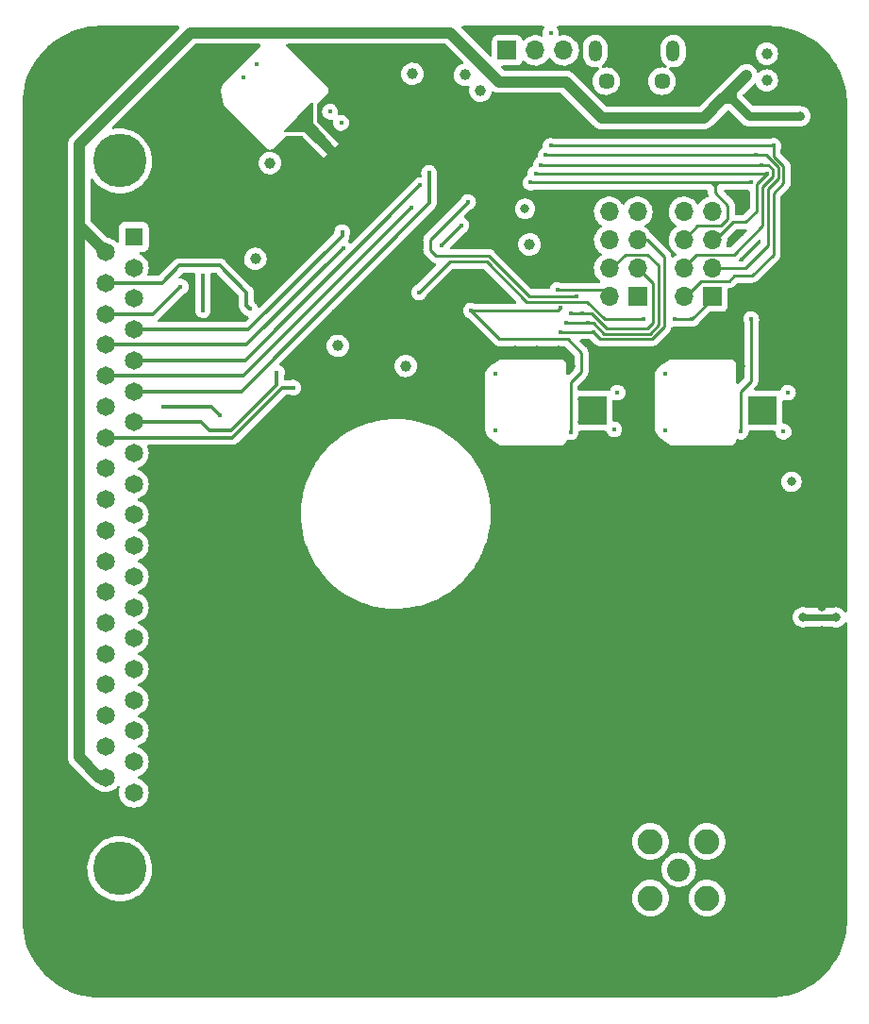
<source format=gbr>
%TF.GenerationSoftware,KiCad,Pcbnew,(6.0.1)*%
%TF.CreationDate,2022-03-23T15:12:11-05:00*%
%TF.ProjectId,Telemetry_KiCAD_Project,54656c65-6d65-4747-9279-5f4b69434144,rev?*%
%TF.SameCoordinates,Original*%
%TF.FileFunction,Copper,L4,Bot*%
%TF.FilePolarity,Positive*%
%FSLAX46Y46*%
G04 Gerber Fmt 4.6, Leading zero omitted, Abs format (unit mm)*
G04 Created by KiCad (PCBNEW (6.0.1)) date 2022-03-23 15:12:11*
%MOMM*%
%LPD*%
G01*
G04 APERTURE LIST*
%TA.AperFunction,ComponentPad*%
%ADD10C,2.050000*%
%TD*%
%TA.AperFunction,ComponentPad*%
%ADD11C,2.250000*%
%TD*%
%TA.AperFunction,ComponentPad*%
%ADD12R,1.650000X1.650000*%
%TD*%
%TA.AperFunction,ComponentPad*%
%ADD13C,1.650000*%
%TD*%
%TA.AperFunction,ComponentPad*%
%ADD14C,4.800000*%
%TD*%
%TA.AperFunction,ComponentPad*%
%ADD15C,0.500000*%
%TD*%
%TA.AperFunction,SMDPad,CuDef*%
%ADD16R,2.600000X2.600000*%
%TD*%
%TA.AperFunction,ComponentPad*%
%ADD17O,1.200000X1.900000*%
%TD*%
%TA.AperFunction,ComponentPad*%
%ADD18C,1.450000*%
%TD*%
%TA.AperFunction,ComponentPad*%
%ADD19R,1.700000X1.700000*%
%TD*%
%TA.AperFunction,ComponentPad*%
%ADD20O,1.700000X1.700000*%
%TD*%
%TA.AperFunction,ViaPad*%
%ADD21C,0.800000*%
%TD*%
%TA.AperFunction,ViaPad*%
%ADD22C,1.000000*%
%TD*%
%TA.AperFunction,ViaPad*%
%ADD23C,0.400000*%
%TD*%
%TA.AperFunction,Conductor*%
%ADD24C,0.800000*%
%TD*%
%TA.AperFunction,Conductor*%
%ADD25C,1.000000*%
%TD*%
%TA.AperFunction,Conductor*%
%ADD26C,0.600000*%
%TD*%
%TA.AperFunction,Conductor*%
%ADD27C,0.300000*%
%TD*%
%TA.AperFunction,Conductor*%
%ADD28C,0.250000*%
%TD*%
G04 APERTURE END LIST*
D10*
%TO.P,J3,1,In*%
%TO.N,/RSD_Duplexer/Antenna*%
X141900000Y-130400000D03*
D11*
%TO.P,J3,2,Ext*%
%TO.N,GND*%
X139360000Y-127860000D03*
X139360000Y-132940000D03*
X144440000Y-132940000D03*
X144440000Y-127860000D03*
%TD*%
D12*
%TO.P,J5,1,1*%
%TO.N,GND*%
X93000000Y-73625000D03*
D13*
%TO.P,J5,2,2*%
%TO.N,+3V3*%
X93000000Y-76395000D03*
%TO.P,J5,3,3*%
%TO.N,/37 Pin DSUB/t_miso*%
X93000000Y-79165000D03*
%TO.P,J5,4,4*%
%TO.N,/37 Pin DSUB/SWDIO*%
X93000000Y-81935000D03*
%TO.P,J5,5,5*%
%TO.N,/37 Pin DSUB/Alert_scl*%
X93000000Y-84705000D03*
%TO.P,J5,6,6*%
%TO.N,/37 Pin DSUB/Alert_Active*%
X93000000Y-87475000D03*
%TO.P,J5,7,7*%
%TO.N,/37 Pin DSUB/Fire*%
X93000000Y-90245000D03*
%TO.P,J5,8,8*%
%TO.N,unconnected-(J5-Pad8)*%
X93000000Y-93015000D03*
%TO.P,J5,9,9*%
%TO.N,unconnected-(J5-Pad9)*%
X93000000Y-95785000D03*
%TO.P,J5,10,10*%
%TO.N,unconnected-(J5-Pad10)*%
X93000000Y-98555000D03*
%TO.P,J5,11,11*%
%TO.N,unconnected-(J5-Pad11)*%
X93000000Y-101325000D03*
%TO.P,J5,12,12*%
%TO.N,unconnected-(J5-Pad12)*%
X93000000Y-104095000D03*
%TO.P,J5,13,13*%
%TO.N,unconnected-(J5-Pad13)*%
X93000000Y-106865000D03*
%TO.P,J5,14,14*%
%TO.N,unconnected-(J5-Pad14)*%
X93000000Y-109635000D03*
%TO.P,J5,15,15*%
%TO.N,unconnected-(J5-Pad15)*%
X93000000Y-112405000D03*
%TO.P,J5,16,16*%
%TO.N,unconnected-(J5-Pad16)*%
X93000000Y-115175000D03*
%TO.P,J5,17,17*%
%TO.N,unconnected-(J5-Pad17)*%
X93000000Y-117945000D03*
%TO.P,J5,18,18*%
%TO.N,+3V3*%
X93000000Y-120715000D03*
%TO.P,J5,19,19*%
%TO.N,GND*%
X93000000Y-123485000D03*
%TO.P,J5,20,20*%
%TO.N,+5V*%
X90460000Y-75010000D03*
%TO.P,J5,21,21*%
%TO.N,/37 Pin DSUB/t_mosi*%
X90460000Y-77780000D03*
%TO.P,J5,22,22*%
%TO.N,/37 Pin DSUB/t_clk*%
X90460000Y-80550000D03*
%TO.P,J5,23,23*%
%TO.N,/37 Pin DSUB/SWCLK*%
X90460000Y-83320000D03*
%TO.P,J5,24,24*%
%TO.N,/37 Pin DSUB/Alert_sda*%
X90460000Y-86090000D03*
%TO.P,J5,25,25*%
%TO.N,/37 Pin DSUB/NRST*%
X90460000Y-88860000D03*
%TO.P,J5,26,26*%
%TO.N,/37 Pin DSUB/Fire_redundant*%
X90460000Y-91630000D03*
%TO.P,J5,27,27*%
%TO.N,unconnected-(J5-Pad27)*%
X90460000Y-94400000D03*
%TO.P,J5,28,28*%
%TO.N,unconnected-(J5-Pad28)*%
X90460000Y-97170000D03*
%TO.P,J5,29,29*%
%TO.N,unconnected-(J5-Pad29)*%
X90460000Y-99940000D03*
%TO.P,J5,30,30*%
%TO.N,unconnected-(J5-Pad30)*%
X90460000Y-102710000D03*
%TO.P,J5,31,31*%
%TO.N,unconnected-(J5-Pad31)*%
X90460000Y-105480000D03*
%TO.P,J5,32,32*%
%TO.N,unconnected-(J5-Pad32)*%
X90460000Y-108250000D03*
%TO.P,J5,33,33*%
%TO.N,unconnected-(J5-Pad33)*%
X90460000Y-111020000D03*
%TO.P,J5,34,34*%
%TO.N,unconnected-(J5-Pad34)*%
X90460000Y-113790000D03*
%TO.P,J5,35,35*%
%TO.N,unconnected-(J5-Pad35)*%
X90460000Y-116560000D03*
%TO.P,J5,36,36*%
%TO.N,unconnected-(J5-Pad36)*%
X90460000Y-119330000D03*
%TO.P,J5,37,37*%
%TO.N,+5V*%
X90460000Y-122100000D03*
D14*
%TO.P,J5,MH1*%
%TO.N,N/C*%
X91730000Y-66805000D03*
%TO.P,J5,MH2*%
X91730000Y-130305000D03*
%TD*%
D15*
%TO.P,U1,21,GND*%
%TO.N,GND*%
X135200000Y-88150000D03*
X135200000Y-90250000D03*
X133100000Y-88150000D03*
X133100000Y-90250000D03*
D16*
X134150000Y-89200000D03*
%TD*%
D17*
%TO.P,J4,6*%
%TO.N,N/C*%
X141400000Y-56962500D03*
D18*
X135400000Y-59662500D03*
D17*
X134400000Y-56962500D03*
D18*
X140400000Y-59662500D03*
%TD*%
D15*
%TO.P,U6,21,GND*%
%TO.N,GND*%
X150450000Y-88150000D03*
X150450000Y-90250000D03*
X148350000Y-90250000D03*
X148350000Y-88150000D03*
D16*
X149400000Y-89200000D03*
%TD*%
D19*
%TO.P,J2,1,Pin_1*%
%TO.N,/~{RX_SEL}*%
X138190000Y-79000000D03*
D20*
%TO.P,J2,2,Pin_2*%
%TO.N,/~{RX_IRQ}*%
X135650000Y-79000000D03*
%TO.P,J2,3,Pin_3*%
%TO.N,/RX_SDI*%
X138190000Y-76460000D03*
%TO.P,J2,4,Pin_4*%
%TO.N,/RX_SDO*%
X135650000Y-76460000D03*
%TO.P,J2,5,Pin_5*%
%TO.N,/RX_SCL*%
X138190000Y-73920000D03*
%TO.P,J2,6,Pin_6*%
%TO.N,/RX_RST*%
X135650000Y-73920000D03*
%TO.P,J2,7,Pin_7*%
%TO.N,unconnected-(J2-Pad7)*%
X138190000Y-71380000D03*
%TO.P,J2,8,Pin_8*%
%TO.N,GND*%
X135650000Y-71380000D03*
%TD*%
D19*
%TO.P,J1,1,Pin_1*%
%TO.N,/~{TX_SEL}*%
X144890000Y-78980001D03*
D20*
%TO.P,J1,2,Pin_2*%
%TO.N,/~{TX_IRQ}*%
X142350000Y-78980001D03*
%TO.P,J1,3,Pin_3*%
%TO.N,/TX_SDI*%
X144890000Y-76440001D03*
%TO.P,J1,4,Pin_4*%
%TO.N,/TX_SDO*%
X142350000Y-76440001D03*
%TO.P,J1,5,Pin_5*%
%TO.N,/TX_SCL*%
X144890000Y-73900001D03*
%TO.P,J1,6,Pin_6*%
%TO.N,/TX_RST*%
X142350000Y-73900001D03*
%TO.P,J1,7,Pin_7*%
%TO.N,unconnected-(J1-Pad7)*%
X144890000Y-71360001D03*
%TO.P,J1,8,Pin_8*%
%TO.N,GND*%
X142350000Y-71360001D03*
%TD*%
D19*
%TO.P,JP1,1,A*%
%TO.N,GND*%
X126500000Y-56900000D03*
D20*
%TO.P,JP1,2,C*%
%TO.N,Net-(JP1-Pad2)*%
X129040000Y-56900000D03*
%TO.P,JP1,3,B*%
%TO.N,+3V3*%
X131580000Y-56900000D03*
%TD*%
D21*
%TO.N,GND*%
X148036958Y-120414689D03*
X134382863Y-118570544D03*
X149976483Y-117482312D03*
X147279474Y-118188394D03*
X149107400Y-119065500D03*
X143987243Y-121612650D03*
X133699912Y-117199764D03*
X148617940Y-115334061D03*
X148080930Y-116823278D03*
X140923665Y-122714234D03*
X138646032Y-120466107D03*
X146816934Y-121632815D03*
X145588527Y-122842696D03*
X133100000Y-115220000D03*
X137507216Y-119342044D03*
X135154039Y-115228042D03*
X142857764Y-122725096D03*
X136294006Y-120954717D03*
X137384884Y-122031463D03*
X139784849Y-121590171D03*
X135255101Y-119829256D03*
X135680618Y-116736541D03*
X139566640Y-124184955D03*
X144360121Y-124052577D03*
X146246201Y-119387759D03*
X136474418Y-118122929D03*
X138475762Y-123108209D03*
X145116722Y-120500205D03*
X141890000Y-123680000D03*
X141899999Y-133731193D03*
X143650000Y-125650000D03*
X145230213Y-130519787D03*
X138568805Y-130399999D03*
X140150000Y-125650000D03*
D22*
X116500000Y-63800000D03*
X124000000Y-72700000D03*
D23*
X125450000Y-85940000D03*
X147500000Y-82521428D03*
X147500000Y-73407142D03*
X147500000Y-80242857D03*
X147500000Y-71128571D03*
X147400000Y-78314285D03*
X147500000Y-75685714D03*
D21*
X154710000Y-86030000D03*
X152630000Y-86030000D03*
D23*
X140709999Y-91010000D03*
D21*
X130900000Y-97000000D03*
X130900000Y-97000000D03*
X130680000Y-94960000D03*
X127410000Y-93060000D03*
X129730000Y-93060000D03*
X151990000Y-103540000D03*
X130900000Y-99050000D03*
X130900000Y-101100000D03*
X130900000Y-107250000D03*
X130900000Y-103150000D03*
X130900000Y-109300000D03*
X130900000Y-111350000D03*
X130900000Y-105200000D03*
X148110000Y-102990000D03*
X148110000Y-105890000D03*
X135090000Y-109350000D03*
X148105000Y-96000000D03*
X132730000Y-108490000D03*
D23*
X135609999Y-126025000D03*
X135609999Y-130825000D03*
X135609999Y-135625000D03*
X147609999Y-128425000D03*
X147609999Y-133225000D03*
X147609999Y-123625000D03*
D21*
X146700000Y-96970000D03*
X146700000Y-101010000D03*
X146700000Y-98990000D03*
X146700000Y-105050000D03*
X146740000Y-111110000D03*
X146700000Y-103030000D03*
X146700000Y-107070000D03*
X146700000Y-109090000D03*
X147220553Y-112509447D03*
D23*
X96000000Y-80630000D03*
X102400000Y-80628120D03*
D21*
X135880000Y-92080000D03*
X139040000Y-91190000D03*
X140580000Y-93020000D03*
X144423374Y-83800000D03*
X139025000Y-85700000D03*
X139020000Y-87530000D03*
X140550124Y-83865808D03*
X142486749Y-83800000D03*
X139020000Y-89360000D03*
X146360000Y-83800000D03*
X147460000Y-85210000D03*
X147300000Y-93060000D03*
D23*
X107709999Y-65625000D03*
X145500000Y-81771428D03*
X116001183Y-66212958D03*
X111200000Y-69609998D03*
X116001183Y-69607070D03*
X97909999Y-72725000D03*
X100310000Y-75125000D03*
X102609999Y-69725000D03*
X95409999Y-62525000D03*
X97809999Y-64925000D03*
X100209999Y-67325000D03*
X97809999Y-69725000D03*
X97809999Y-60125000D03*
X100209999Y-57725000D03*
X100209999Y-62525000D03*
X154809999Y-118825000D03*
X109209999Y-118825000D03*
X104409999Y-128425000D03*
X118809999Y-133225000D03*
X100600000Y-63800000D03*
X97209999Y-126025000D03*
X116409999Y-111625000D03*
D21*
X136900000Y-105200000D03*
D23*
X104409999Y-133225000D03*
X114009999Y-128425000D03*
X126009999Y-135625000D03*
X85209999Y-97225000D03*
D22*
X147950000Y-55500000D03*
D23*
X140409999Y-116425000D03*
X133209999Y-133225000D03*
D22*
X115700000Y-85200000D03*
D23*
X105800000Y-101900000D03*
D21*
X154710000Y-90190000D03*
D23*
X133725224Y-64450000D03*
D22*
X105100000Y-70800000D03*
D23*
X123609999Y-109225000D03*
X128409999Y-133225000D03*
X118809999Y-138025000D03*
X85209999Y-130825000D03*
X105800000Y-98500000D03*
X116409999Y-126025000D03*
D21*
X154710000Y-98510000D03*
D23*
X106809999Y-130825000D03*
X121209999Y-135625000D03*
X99609999Y-133225000D03*
X121209999Y-111625000D03*
X87609999Y-138025000D03*
D21*
X148088823Y-113561177D03*
D23*
X106809999Y-111625000D03*
X106400000Y-90900000D03*
X147965653Y-64450000D03*
D21*
X131110000Y-83800000D03*
D23*
X97209999Y-138025000D03*
X121209999Y-121225000D03*
D22*
X129700000Y-75600000D03*
D23*
X130056531Y-64450000D03*
X98200000Y-80630000D03*
X111609999Y-135625000D03*
X102009999Y-130825000D03*
X150009999Y-126025000D03*
X142809999Y-104425000D03*
D21*
X153912983Y-112562983D03*
X136900000Y-111350000D03*
D23*
X99609999Y-123625000D03*
X133209999Y-123625000D03*
D21*
X132312500Y-113837500D03*
D23*
X130940627Y-72102818D03*
X143896959Y-64450000D03*
X142809999Y-114025000D03*
X111000920Y-80327506D03*
X102521023Y-92628120D03*
D21*
X137110000Y-94930000D03*
D23*
X121209999Y-116425000D03*
X123609999Y-128425000D03*
X105800000Y-95100000D03*
X134079672Y-69750000D03*
X114600000Y-60500000D03*
X116200000Y-76909999D03*
D21*
X136900000Y-107250000D03*
X136900000Y-103150000D03*
X125300124Y-83865808D03*
D23*
X109209999Y-138025000D03*
X85209999Y-102025000D03*
X92409999Y-138025000D03*
X151100000Y-78315714D03*
D21*
X152109140Y-113569140D03*
D23*
X106809999Y-116425000D03*
X140409999Y-97225000D03*
X118600000Y-74509999D03*
X106809999Y-121225000D03*
X97209999Y-121225000D03*
X114009999Y-138025000D03*
X85209999Y-135625000D03*
X102009999Y-135625000D03*
X104409999Y-114025000D03*
X150009999Y-130825000D03*
X142809999Y-138025000D03*
X151200000Y-73408571D03*
D22*
X112500000Y-84600000D03*
D21*
X132210000Y-85210000D03*
X135784999Y-113814999D03*
D23*
X99609999Y-118825000D03*
D21*
X131326825Y-112793175D03*
X154710000Y-88110000D03*
D23*
X114009999Y-123625000D03*
X123609999Y-123625000D03*
X99609999Y-109225000D03*
X129988150Y-69750000D03*
X133209999Y-128425000D03*
X102009999Y-121225000D03*
D21*
X123775000Y-85700000D03*
X136010000Y-61060000D03*
X123770000Y-87530000D03*
D22*
X113500000Y-66900000D03*
D23*
X152409999Y-133225000D03*
X112607070Y-69607070D03*
X94809999Y-135625000D03*
X102009999Y-126025000D03*
D21*
X146480000Y-94930000D03*
D23*
X142809999Y-109225000D03*
X85209999Y-92425000D03*
D21*
X129173374Y-83800000D03*
D23*
X90009999Y-135625000D03*
X146354238Y-69750000D03*
D22*
X105412132Y-72849390D03*
D23*
X133140627Y-72289828D03*
X109664903Y-85199057D03*
D21*
X154710000Y-92270000D03*
D23*
X128409999Y-138025000D03*
X130809999Y-126025000D03*
X125460000Y-90985000D03*
D21*
X127236749Y-83800000D03*
D23*
X141862612Y-64450000D03*
X99609999Y-114025000D03*
D21*
X129850000Y-71100000D03*
D23*
X137793918Y-64450000D03*
D21*
X154710000Y-104750000D03*
D23*
X139828265Y-64450000D03*
X151200000Y-71130000D03*
X97209999Y-111625000D03*
D22*
X116500000Y-80200000D03*
D21*
X136900000Y-99050000D03*
D23*
X123609999Y-118825000D03*
X127942389Y-69750000D03*
D22*
X108200000Y-72000000D03*
D23*
X110192930Y-72001183D03*
X85209999Y-111625000D03*
D21*
X136900000Y-109300000D03*
D23*
X126009999Y-130825000D03*
X111609999Y-111625000D03*
X85209999Y-68425000D03*
X152900000Y-67400000D03*
X109209999Y-114025000D03*
X152409999Y-121225000D03*
X128409999Y-128425000D03*
X104050000Y-58150000D03*
D21*
X154710000Y-108910000D03*
D23*
X114009999Y-118825000D03*
X104409999Y-123625000D03*
X140720001Y-85880000D03*
D21*
X154710000Y-102670000D03*
X151130000Y-106520000D03*
D23*
X133209999Y-138025000D03*
X105800000Y-96800000D03*
X121209999Y-130825000D03*
X85209999Y-73225000D03*
X99609999Y-128425000D03*
D21*
X145133187Y-93533187D03*
D23*
X121209999Y-126025000D03*
X106604881Y-88259079D03*
D22*
X147950000Y-57500000D03*
D23*
X104409999Y-138025000D03*
X102009999Y-106825000D03*
X104409999Y-104425000D03*
X113500000Y-59400000D03*
D21*
X136900000Y-101100000D03*
X128150000Y-61200000D03*
D23*
X154809999Y-130825000D03*
X97209999Y-116425000D03*
X114009999Y-133225000D03*
D21*
X150700000Y-64200000D03*
D23*
X154809999Y-135625000D03*
X85209999Y-82825000D03*
X102009999Y-116425000D03*
X109209999Y-123625000D03*
X126009999Y-111625000D03*
X151100000Y-82521429D03*
D21*
X150730000Y-115330000D03*
D23*
X145931306Y-64450000D03*
D22*
X116500000Y-57100000D03*
D23*
X85209999Y-116425000D03*
X126009999Y-121225000D03*
X85209999Y-87625000D03*
X85209999Y-106825000D03*
X97209999Y-130825000D03*
X150009999Y-135625000D03*
D21*
X123790000Y-91190000D03*
D23*
X104409999Y-109225000D03*
X130809999Y-130825000D03*
X85209999Y-63625000D03*
X151100000Y-80244286D03*
X118809999Y-114025000D03*
X128409999Y-123625000D03*
X152900000Y-69678571D03*
X103544860Y-91319100D03*
X140409999Y-111625000D03*
X118809999Y-123625000D03*
X135759571Y-64450000D03*
X97209999Y-106825000D03*
X113587042Y-72001183D03*
X126009999Y-126025000D03*
X116409999Y-135625000D03*
X99609999Y-104425000D03*
D21*
X154710000Y-94350000D03*
D23*
X142809999Y-99625000D03*
X105074871Y-89789089D03*
D21*
X132050000Y-93060000D03*
D23*
X130809999Y-121225000D03*
X116409999Y-121225000D03*
D21*
X154710000Y-106830000D03*
D23*
X128022184Y-64450000D03*
D21*
X154710000Y-96430000D03*
D23*
X111609999Y-121225000D03*
X116409999Y-116425000D03*
X85209999Y-121225000D03*
D21*
X138514565Y-93504565D03*
X136900000Y-97000000D03*
D23*
X109209999Y-133225000D03*
X130940627Y-74308782D03*
X104409999Y-118825000D03*
X123609999Y-138025000D03*
X102009999Y-111625000D03*
X100236853Y-80630000D03*
X109900000Y-87500000D03*
X106809999Y-126025000D03*
X123609999Y-114025000D03*
X151200000Y-75687143D03*
X142262716Y-69750000D03*
D21*
X154710000Y-110990000D03*
D23*
X140409999Y-106825000D03*
X100236853Y-92630000D03*
X140409999Y-102025000D03*
D21*
X136631987Y-112801987D03*
D23*
X109514671Y-81813755D03*
X138171194Y-69750000D03*
X111609999Y-130825000D03*
X109209999Y-109225000D03*
X125000000Y-55400000D03*
X114009999Y-114025000D03*
D22*
X119100000Y-57800000D03*
D23*
X85209999Y-126025000D03*
X126009999Y-116425000D03*
X111609999Y-126025000D03*
X151400000Y-65850000D03*
D21*
X125090000Y-92830000D03*
D23*
X109209999Y-128425000D03*
X111609999Y-116425000D03*
X128409999Y-118825000D03*
X144308477Y-69750000D03*
X140216955Y-69750000D03*
X136125433Y-69750000D03*
X85209999Y-78025000D03*
X123609999Y-133225000D03*
D21*
X123770000Y-89360000D03*
D23*
X152409999Y-138025000D03*
X124779758Y-66548668D03*
X154809999Y-123625000D03*
X118809999Y-128425000D03*
X106809999Y-135625000D03*
X126218258Y-65110168D03*
X130809999Y-135625000D03*
X105800000Y-100200000D03*
X116409999Y-130825000D03*
X138009999Y-138025000D03*
X102875000Y-59325000D03*
X147609999Y-138025000D03*
D21*
X154710000Y-100590000D03*
D23*
X118809999Y-118825000D03*
X151100000Y-84800000D03*
D21*
X148000000Y-110400000D03*
D23*
X85209999Y-58825000D03*
X152409999Y-128425000D03*
X133140627Y-74312002D03*
D21*
%TO.N,+3V3*%
X152015000Y-95590000D03*
D22*
X128500000Y-74300000D03*
D23*
X111600000Y-63400000D03*
D22*
X105200000Y-67000000D03*
D23*
X151300000Y-91100000D03*
X151700000Y-87600000D03*
D22*
X103900000Y-75600000D03*
D23*
X136400000Y-87600000D03*
D22*
X122700000Y-59100000D03*
D21*
X128100000Y-71100000D03*
D23*
X130400000Y-55300000D03*
D22*
X124100000Y-60500000D03*
D23*
X136100000Y-90900000D03*
D22*
X117400000Y-85200000D03*
X149800000Y-59600000D03*
X149800000Y-57200000D03*
X111300000Y-83400000D03*
D23*
X110600000Y-62400000D03*
D22*
X118000000Y-59000000D03*
D21*
%TO.N,+5V*%
X147950000Y-59150000D03*
X133250000Y-61200000D03*
X152800000Y-62800000D03*
X156000000Y-107750000D03*
X153030000Y-107740000D03*
D23*
%TO.N,/37 Pin DSUB/NRST*%
X99200000Y-80200000D03*
X99200000Y-77100000D03*
X95640000Y-88860000D03*
X100730000Y-89620000D03*
%TO.N,/~{TX_SEL}*%
X138700000Y-81000000D03*
X141500000Y-81000000D03*
X118600000Y-78600000D03*
X143080001Y-81000000D03*
%TO.N,/~{TX_IRQ}*%
X130400000Y-65450000D03*
X150400000Y-65450000D03*
%TO.N,/TX_SDI*%
X148850000Y-66300000D03*
X129950000Y-66300000D03*
%TO.N,/TX_SDO*%
X149350000Y-67150000D03*
X129500000Y-67150000D03*
%TO.N,/TX_SCL*%
X149850000Y-67950000D03*
X129050000Y-67950000D03*
%TO.N,/TX_RST*%
X128600000Y-68750000D03*
X148400000Y-81000000D03*
X148400000Y-68750000D03*
X147450000Y-91100000D03*
%TO.N,/RX_RST*%
X123250000Y-80250000D03*
X132200000Y-91150000D03*
X131325000Y-79975000D03*
%TO.N,/RX_SCL*%
X134220000Y-82155000D03*
X131320000Y-82155000D03*
%TO.N,/RX_SDO*%
X131770000Y-81355000D03*
X133720000Y-81355000D03*
%TO.N,/RX_SDI*%
X133220000Y-80505000D03*
X132220000Y-80505000D03*
%TO.N,/~{RX_IRQ}*%
X131000000Y-78400000D03*
%TO.N,/~{RX_SEL}*%
X132725000Y-78925000D03*
X123000000Y-70500000D03*
%TO.N,/37 Pin DSUB/Alert_scl*%
X118700000Y-69000000D03*
%TO.N,/37 Pin DSUB/Alert_Active*%
X119500000Y-67900000D03*
%TO.N,/37 Pin DSUB/Fire_redundant*%
X107290000Y-87140000D03*
%TO.N,/37 Pin DSUB/SWCLK*%
X120600000Y-74400000D03*
X122400000Y-72600000D03*
X111800000Y-74600000D03*
%TO.N,/37 Pin DSUB/t_clk*%
X97200000Y-78100000D03*
%TO.N,/37 Pin DSUB/t_mosi*%
X103450253Y-80100000D03*
%TO.N,/37 Pin DSUB/Alert_sda*%
X117900000Y-71000000D03*
%TO.N,/37 Pin DSUB/Fire*%
X105830000Y-85790000D03*
%TO.N,/37 Pin DSUB/SWDIO*%
X111700000Y-73200000D03*
%TD*%
D24*
%TO.N,+5V*%
X146850000Y-61450000D02*
X146700000Y-61300000D01*
D25*
X88100000Y-72650000D02*
X90460000Y-75010000D01*
X144150000Y-62950000D02*
X135000000Y-62950000D01*
X145800000Y-61300000D02*
X144150000Y-62950000D01*
X121400000Y-55300000D02*
X125800000Y-59700000D01*
D24*
X148200000Y-62800000D02*
X152800000Y-62800000D01*
D25*
X131750000Y-59700000D02*
X133250000Y-61200000D01*
X147950000Y-59150000D02*
X146775000Y-60325000D01*
X90460000Y-122100000D02*
X89900000Y-122100000D01*
D26*
X156000000Y-107750000D02*
X153040000Y-107750000D01*
D25*
X135000000Y-62950000D02*
X133250000Y-61200000D01*
D24*
X146700000Y-61300000D02*
X146700000Y-60400000D01*
D25*
X98100000Y-55300000D02*
X121400000Y-55300000D01*
D24*
X148200000Y-62800000D02*
X146850000Y-61450000D01*
D25*
X88100000Y-70960000D02*
X88100000Y-65300000D01*
X146175000Y-60925000D02*
X145800000Y-61300000D01*
X146775000Y-60325000D02*
X146175000Y-60925000D01*
X89900000Y-122100000D02*
X88100000Y-120300000D01*
X125800000Y-59700000D02*
X131750000Y-59700000D01*
D24*
X146850000Y-61450000D02*
X146325000Y-60925000D01*
X146700000Y-61300000D02*
X145800000Y-61300000D01*
D25*
X88100000Y-120300000D02*
X88100000Y-70960000D01*
X88100000Y-70960000D02*
X88100000Y-72650000D01*
D24*
X146325000Y-60925000D02*
X146175000Y-60925000D01*
X146700000Y-60400000D02*
X146775000Y-60325000D01*
D26*
X153040000Y-107750000D02*
X153030000Y-107740000D01*
D25*
X88100000Y-65300000D02*
X98100000Y-55300000D01*
D27*
%TO.N,/37 Pin DSUB/NRST*%
X95640000Y-88860000D02*
X99970000Y-88860000D01*
X99970000Y-88860000D02*
X100730000Y-89620000D01*
X99200000Y-80200000D02*
X99200000Y-77100000D01*
D28*
%TO.N,/~{TX_SEL}*%
X138700000Y-81000000D02*
X135225000Y-81000000D01*
X141800000Y-81000000D02*
X142200000Y-81000000D01*
X141500000Y-81000000D02*
X141800000Y-81000000D01*
X133675000Y-79450000D02*
X128250000Y-79450000D01*
X128250000Y-79450000D02*
X124650000Y-75850000D01*
X121350000Y-75850000D02*
X118600000Y-78600000D01*
X144890000Y-78980001D02*
X144890000Y-79190001D01*
X135225000Y-81000000D02*
X133675000Y-79450000D01*
X144890000Y-79190001D02*
X143080001Y-81000000D01*
X142200000Y-81000000D02*
X143080001Y-81000000D01*
X124650000Y-75850000D02*
X121350000Y-75850000D01*
%TO.N,/~{TX_IRQ}*%
X150400000Y-69700000D02*
X151300000Y-68800000D01*
X130400000Y-65450000D02*
X150400000Y-65450000D01*
X142350000Y-78980001D02*
X142509999Y-78980001D01*
X143890000Y-77600000D02*
X146400000Y-77600000D01*
X150400000Y-66300000D02*
X150400000Y-65450000D01*
X146900000Y-77100000D02*
X148500000Y-77100000D01*
X148500000Y-77100000D02*
X150400000Y-75200000D01*
X150400000Y-66400000D02*
X150400000Y-65450000D01*
X146400000Y-77600000D02*
X146900000Y-77100000D01*
X150400000Y-75200000D02*
X150400000Y-69700000D01*
X151300000Y-67300000D02*
X150400000Y-66400000D01*
X142509999Y-78980001D02*
X143890000Y-77600000D01*
X151300000Y-68800000D02*
X151300000Y-67300000D01*
%TO.N,/TX_SDI*%
X144890000Y-76440001D02*
X147859999Y-76440001D01*
X144890000Y-76440001D02*
X145549999Y-76440001D01*
X147859999Y-76440001D02*
X149900000Y-74400000D01*
X149700000Y-66300000D02*
X148850000Y-66300000D01*
X150800000Y-67400000D02*
X149700000Y-66300000D01*
X150800000Y-68400000D02*
X150800000Y-67400000D01*
X149900000Y-74400000D02*
X149900000Y-69300000D01*
X148850000Y-66300000D02*
X129950000Y-66300000D01*
X149900000Y-69300000D02*
X150800000Y-68400000D01*
%TO.N,/TX_SDO*%
X143490000Y-75200000D02*
X146830000Y-75200000D01*
X149400000Y-72630000D02*
X149400000Y-69100000D01*
X150300000Y-68200000D02*
X150300000Y-67500000D01*
X150300000Y-67500000D02*
X149950000Y-67150000D01*
X146830000Y-75200000D02*
X149400000Y-72630000D01*
X149950000Y-67150000D02*
X149350000Y-67150000D01*
X142350000Y-76440001D02*
X142350000Y-76340000D01*
X149400000Y-69100000D02*
X150300000Y-68200000D01*
X142350000Y-76340000D02*
X143490000Y-75200000D01*
X129500000Y-67150000D02*
X149350000Y-67150000D01*
%TO.N,/TX_SCL*%
X145189999Y-73900001D02*
X146790000Y-72300000D01*
X147900000Y-72300000D02*
X148900000Y-71300000D01*
X148900000Y-68900000D02*
X149850000Y-67950000D01*
X144890000Y-73920000D02*
X144890000Y-73900000D01*
X146790000Y-72300000D02*
X147900000Y-72300000D01*
X144890000Y-73900001D02*
X145189999Y-73900001D01*
X148900000Y-71300000D02*
X148900000Y-68900000D01*
X149850000Y-67950000D02*
X129050000Y-67950000D01*
%TO.N,/TX_RST*%
X148400000Y-86550000D02*
X148400000Y-81000000D01*
X128600000Y-68750000D02*
X144850000Y-68750000D01*
X145150000Y-69050000D02*
X144850000Y-68750000D01*
X147450000Y-87500000D02*
X148400000Y-86550000D01*
X146290000Y-72000000D02*
X146290000Y-70800000D01*
X142350000Y-73900001D02*
X142350000Y-73840000D01*
X144850000Y-68750000D02*
X145450000Y-68750000D01*
X147450000Y-91100000D02*
X147450000Y-87500000D01*
X143590000Y-72600000D02*
X145690000Y-72600000D01*
X145450000Y-68750000D02*
X148400000Y-68750000D01*
X146290000Y-70800000D02*
X145140000Y-69650000D01*
X145140000Y-69060000D02*
X145150000Y-69050000D01*
X145140000Y-69650000D02*
X145140000Y-69060000D01*
X145150000Y-69050000D02*
X145450000Y-68750000D01*
X142350000Y-73840000D02*
X143590000Y-72600000D01*
X145690000Y-72600000D02*
X146290000Y-72000000D01*
X142350000Y-73900001D02*
X142350000Y-73830000D01*
%TO.N,/RX_RST*%
X133150000Y-85750000D02*
X133150000Y-84000000D01*
X131050000Y-80250000D02*
X131325000Y-79975000D01*
X123250000Y-80250000D02*
X131050000Y-80250000D01*
X132200000Y-86700000D02*
X133150000Y-85750000D01*
X125775000Y-82775000D02*
X123250000Y-80250000D01*
X132200000Y-91150000D02*
X132200000Y-86700000D01*
X131925000Y-82775000D02*
X125775000Y-82775000D01*
X133150000Y-84000000D02*
X131925000Y-82775000D01*
%TO.N,/RX_SCL*%
X140590000Y-81710000D02*
X139500000Y-82800000D01*
X140590000Y-75400000D02*
X140590000Y-81710000D01*
X138190000Y-73920000D02*
X139110000Y-73920000D01*
X139110000Y-73920000D02*
X140590000Y-75400000D01*
X134865000Y-82800000D02*
X134220000Y-82155000D01*
X134220000Y-82155000D02*
X131320000Y-82155000D01*
X139500000Y-82800000D02*
X134865000Y-82800000D01*
%TO.N,/RX_SDO*%
X135830000Y-76460000D02*
X137090000Y-75200000D01*
X137090000Y-75200000D02*
X139090000Y-75200000D01*
X135650000Y-76460000D02*
X135830000Y-76460000D01*
X134230000Y-81355000D02*
X133720000Y-81355000D01*
X140090000Y-76200000D02*
X140090000Y-81210000D01*
X139090000Y-75200000D02*
X140090000Y-76200000D01*
X140090000Y-81210000D02*
X140090000Y-81535000D01*
X139300000Y-82325000D02*
X135200000Y-82325000D01*
X140090000Y-81535000D02*
X139300000Y-82325000D01*
X131770000Y-81355000D02*
X133720000Y-81355000D01*
X135200000Y-82325000D02*
X134230000Y-81355000D01*
%TO.N,/RX_SDI*%
X138190000Y-76460000D02*
X138550000Y-76460000D01*
X139590000Y-81360000D02*
X139100000Y-81850000D01*
X138190000Y-76460000D02*
X138250000Y-76460000D01*
X134055000Y-80505000D02*
X133220000Y-80505000D01*
X139100000Y-81850000D02*
X135400000Y-81850000D01*
X139590000Y-80215000D02*
X139590000Y-81335000D01*
X135400000Y-81850000D02*
X134055000Y-80505000D01*
X132220000Y-80505000D02*
X133220000Y-80505000D01*
X139590000Y-77800000D02*
X139590000Y-79465000D01*
X138250000Y-76460000D02*
X139590000Y-77800000D01*
X139590000Y-79465000D02*
X139590000Y-80215000D01*
X139590000Y-79465000D02*
X139590000Y-81360000D01*
%TO.N,/~{RX_IRQ}*%
X135050000Y-78400000D02*
X135650000Y-79000000D01*
X131000000Y-78400000D02*
X135050000Y-78400000D01*
%TO.N,/~{RX_SEL}*%
X120150000Y-75350000D02*
X119600000Y-74800000D01*
X119600000Y-74800000D02*
X119600000Y-73900000D01*
X132725000Y-78925000D02*
X128450000Y-78925000D01*
X119600000Y-73900000D02*
X123000000Y-70500000D01*
X124875000Y-75350000D02*
X120150000Y-75350000D01*
X128450000Y-78925000D02*
X124875000Y-75350000D01*
D27*
%TO.N,/37 Pin DSUB/Alert_scl*%
X102995000Y-84705000D02*
X118700000Y-69000000D01*
X93000000Y-84705000D02*
X102995000Y-84705000D01*
%TO.N,/37 Pin DSUB/Alert_Active*%
X93000000Y-87475000D02*
X102625000Y-87475000D01*
X119500000Y-70600000D02*
X119500000Y-67900000D01*
X102625000Y-87475000D02*
X119500000Y-70600000D01*
%TO.N,/37 Pin DSUB/Fire_redundant*%
X90460000Y-91630000D02*
X101819747Y-91630000D01*
X107290000Y-87140000D02*
X106309747Y-87140000D01*
X101819747Y-91630000D02*
X106309747Y-87140000D01*
%TO.N,/37 Pin DSUB/SWCLK*%
X120600000Y-74400000D02*
X122400000Y-72600000D01*
X103080000Y-83320000D02*
X111800000Y-74600000D01*
X90460000Y-83320000D02*
X103080000Y-83320000D01*
%TO.N,/37 Pin DSUB/t_clk*%
X94750000Y-80550000D02*
X97200000Y-78100000D01*
X90460000Y-80550000D02*
X94750000Y-80550000D01*
%TO.N,/37 Pin DSUB/t_mosi*%
X90460000Y-77780000D02*
X94520000Y-77780000D01*
X94520000Y-77780000D02*
X95520000Y-77780000D01*
X100700000Y-76200000D02*
X97100000Y-76200000D01*
X103450253Y-80100000D02*
X103400000Y-80100000D01*
X103400000Y-80100000D02*
X103100000Y-79800000D01*
X103100000Y-78600000D02*
X100700000Y-76200000D01*
X103100000Y-79800000D02*
X103100000Y-78600000D01*
X95520000Y-77780000D02*
X97100000Y-76200000D01*
%TO.N,/37 Pin DSUB/Alert_sda*%
X90460000Y-86090000D02*
X102810000Y-86090000D01*
X102810000Y-86090000D02*
X117900000Y-71000000D01*
%TO.N,/37 Pin DSUB/Fire*%
X99810000Y-91010000D02*
X99045000Y-90245000D01*
X105830000Y-86910000D02*
X101730000Y-91010000D01*
X105830000Y-85790000D02*
X105830000Y-86910000D01*
X99045000Y-90245000D02*
X93000000Y-90245000D01*
X101730000Y-91010000D02*
X99810000Y-91010000D01*
%TO.N,/37 Pin DSUB/SWDIO*%
X111700000Y-73500000D02*
X111700000Y-73200000D01*
X93000000Y-81935000D02*
X102765000Y-81935000D01*
X102765000Y-81935000D02*
X103265000Y-81935000D01*
X103265000Y-81935000D02*
X111700000Y-73500000D01*
%TD*%
%TA.AperFunction,Conductor*%
%TO.N,GND*%
G36*
X97037697Y-54720002D02*
G01*
X97084190Y-54773658D01*
X97094294Y-54843932D01*
X97064800Y-54908512D01*
X97058671Y-54915095D01*
X87430621Y-64543145D01*
X87420478Y-64552247D01*
X87390975Y-64575968D01*
X87387008Y-64580696D01*
X87358709Y-64614421D01*
X87355528Y-64618069D01*
X87353885Y-64619881D01*
X87351691Y-64622075D01*
X87324358Y-64655349D01*
X87323696Y-64656147D01*
X87263846Y-64727474D01*
X87261278Y-64732144D01*
X87257897Y-64736261D01*
X87233877Y-64781058D01*
X87214023Y-64818086D01*
X87213394Y-64819245D01*
X87171538Y-64895381D01*
X87171535Y-64895389D01*
X87168567Y-64900787D01*
X87166955Y-64905869D01*
X87164438Y-64910563D01*
X87137238Y-64999531D01*
X87136918Y-65000559D01*
X87108765Y-65089306D01*
X87108171Y-65094602D01*
X87106613Y-65099698D01*
X87104618Y-65119344D01*
X87097218Y-65192187D01*
X87097089Y-65193393D01*
X87091500Y-65243227D01*
X87091500Y-65246754D01*
X87091445Y-65247739D01*
X87090998Y-65253419D01*
X87086626Y-65296462D01*
X87087206Y-65302593D01*
X87090941Y-65342109D01*
X87091500Y-65353967D01*
X87091500Y-72588157D01*
X87090763Y-72601764D01*
X87087789Y-72629145D01*
X87086676Y-72639388D01*
X87087213Y-72645523D01*
X87091021Y-72689053D01*
X87091500Y-72700034D01*
X87091500Y-120238157D01*
X87090763Y-120251764D01*
X87089599Y-120262484D01*
X87086676Y-120289388D01*
X87087213Y-120295523D01*
X87091050Y-120339388D01*
X87091379Y-120344214D01*
X87091500Y-120346686D01*
X87091500Y-120349769D01*
X87091801Y-120352837D01*
X87095690Y-120392506D01*
X87095812Y-120393819D01*
X87103913Y-120486413D01*
X87105400Y-120491532D01*
X87105920Y-120496833D01*
X87132791Y-120585834D01*
X87133126Y-120586967D01*
X87156842Y-120668594D01*
X87159091Y-120676336D01*
X87161544Y-120681068D01*
X87163084Y-120686169D01*
X87165978Y-120691612D01*
X87206731Y-120768260D01*
X87207343Y-120769426D01*
X87237781Y-120828145D01*
X87250108Y-120851926D01*
X87253431Y-120856089D01*
X87255934Y-120860796D01*
X87314755Y-120932918D01*
X87315446Y-120933774D01*
X87346738Y-120972973D01*
X87349242Y-120975477D01*
X87349884Y-120976195D01*
X87353585Y-120980528D01*
X87380935Y-121014062D01*
X87385682Y-121017989D01*
X87385684Y-121017991D01*
X87416262Y-121043287D01*
X87425042Y-121051277D01*
X89143145Y-122769379D01*
X89152247Y-122779522D01*
X89175968Y-122809025D01*
X89214456Y-122841320D01*
X89218075Y-122844478D01*
X89219890Y-122846124D01*
X89222075Y-122848309D01*
X89224455Y-122850264D01*
X89224465Y-122850273D01*
X89255236Y-122875549D01*
X89256251Y-122876391D01*
X89327474Y-122936154D01*
X89332148Y-122938723D01*
X89336261Y-122942102D01*
X89341698Y-122945017D01*
X89341699Y-122945018D01*
X89418047Y-122985955D01*
X89419207Y-122986584D01*
X89495719Y-123028647D01*
X89524113Y-123049967D01*
X89599568Y-123125422D01*
X89604076Y-123128579D01*
X89604079Y-123128581D01*
X89781134Y-123252556D01*
X89790703Y-123259256D01*
X89795685Y-123261579D01*
X89795690Y-123261582D01*
X89997192Y-123355544D01*
X90002174Y-123357867D01*
X90007482Y-123359289D01*
X90007484Y-123359290D01*
X90222241Y-123416834D01*
X90222243Y-123416834D01*
X90227556Y-123418258D01*
X90460000Y-123438594D01*
X90692444Y-123418258D01*
X90697757Y-123416834D01*
X90697759Y-123416834D01*
X90912516Y-123359290D01*
X90912518Y-123359289D01*
X90917826Y-123357867D01*
X90922808Y-123355544D01*
X91124310Y-123261582D01*
X91124315Y-123261579D01*
X91129297Y-123259256D01*
X91138866Y-123252556D01*
X91315921Y-123128581D01*
X91315924Y-123128579D01*
X91320432Y-123125422D01*
X91485422Y-122960432D01*
X91500454Y-122938965D01*
X91522718Y-122907168D01*
X91578175Y-122862840D01*
X91648795Y-122855531D01*
X91712155Y-122887562D01*
X91748140Y-122948763D01*
X91744335Y-123022451D01*
X91742133Y-123027174D01*
X91681742Y-123252556D01*
X91661406Y-123485000D01*
X91681742Y-123717444D01*
X91742133Y-123942826D01*
X91744455Y-123947806D01*
X91744456Y-123947808D01*
X91838418Y-124149310D01*
X91838421Y-124149315D01*
X91840744Y-124154297D01*
X91974578Y-124345432D01*
X92139568Y-124510422D01*
X92144076Y-124513579D01*
X92144079Y-124513581D01*
X92326194Y-124641099D01*
X92330703Y-124644256D01*
X92335685Y-124646579D01*
X92335690Y-124646582D01*
X92537192Y-124740544D01*
X92542174Y-124742867D01*
X92547482Y-124744289D01*
X92547484Y-124744290D01*
X92762241Y-124801834D01*
X92762243Y-124801834D01*
X92767556Y-124803258D01*
X93000000Y-124823594D01*
X93232444Y-124803258D01*
X93237757Y-124801834D01*
X93237759Y-124801834D01*
X93452516Y-124744290D01*
X93452518Y-124744289D01*
X93457826Y-124742867D01*
X93462808Y-124740544D01*
X93664310Y-124646582D01*
X93664315Y-124646579D01*
X93669297Y-124644256D01*
X93673806Y-124641099D01*
X93855921Y-124513581D01*
X93855924Y-124513579D01*
X93860432Y-124510422D01*
X94025422Y-124345432D01*
X94159256Y-124154297D01*
X94161579Y-124149315D01*
X94161582Y-124149310D01*
X94255544Y-123947808D01*
X94255545Y-123947806D01*
X94257867Y-123942826D01*
X94318258Y-123717444D01*
X94338594Y-123485000D01*
X94318258Y-123252556D01*
X94283148Y-123121525D01*
X94259290Y-123032484D01*
X94259289Y-123032482D01*
X94257867Y-123027174D01*
X94255544Y-123022192D01*
X94161582Y-122820690D01*
X94161579Y-122820685D01*
X94159256Y-122815703D01*
X94133922Y-122779522D01*
X94028581Y-122629079D01*
X94028579Y-122629076D01*
X94025422Y-122624568D01*
X93860432Y-122459578D01*
X93855924Y-122456421D01*
X93855921Y-122456419D01*
X93673806Y-122328901D01*
X93673804Y-122328900D01*
X93669297Y-122325744D01*
X93664315Y-122323421D01*
X93664310Y-122323418D01*
X93462808Y-122229456D01*
X93462806Y-122229455D01*
X93457826Y-122227133D01*
X93452518Y-122225711D01*
X93452516Y-122225710D01*
X93437576Y-122221707D01*
X93376953Y-122184755D01*
X93345932Y-122120894D01*
X93354360Y-122050400D01*
X93399563Y-121995653D01*
X93437576Y-121978293D01*
X93452516Y-121974290D01*
X93452518Y-121974289D01*
X93457826Y-121972867D01*
X93462808Y-121970544D01*
X93664310Y-121876582D01*
X93664315Y-121876579D01*
X93669297Y-121874256D01*
X93678866Y-121867556D01*
X93855921Y-121743581D01*
X93855924Y-121743579D01*
X93860432Y-121740422D01*
X94025422Y-121575432D01*
X94074991Y-121504641D01*
X94156099Y-121388806D01*
X94156100Y-121388804D01*
X94159256Y-121384297D01*
X94161579Y-121379315D01*
X94161582Y-121379310D01*
X94255544Y-121177808D01*
X94255545Y-121177806D01*
X94257867Y-121172826D01*
X94318258Y-120947444D01*
X94338594Y-120715000D01*
X94318258Y-120482556D01*
X94282678Y-120349769D01*
X94259290Y-120262484D01*
X94259289Y-120262482D01*
X94257867Y-120257174D01*
X94192765Y-120117562D01*
X94161582Y-120050690D01*
X94161579Y-120050685D01*
X94159256Y-120045703D01*
X94126762Y-119999297D01*
X94028581Y-119859079D01*
X94028579Y-119859076D01*
X94025422Y-119854568D01*
X93860432Y-119689578D01*
X93855924Y-119686421D01*
X93855921Y-119686419D01*
X93673806Y-119558901D01*
X93673804Y-119558900D01*
X93669297Y-119555744D01*
X93664315Y-119553421D01*
X93664310Y-119553418D01*
X93462808Y-119459456D01*
X93462806Y-119459455D01*
X93457826Y-119457133D01*
X93452518Y-119455711D01*
X93452516Y-119455710D01*
X93437576Y-119451707D01*
X93376953Y-119414755D01*
X93345932Y-119350894D01*
X93354360Y-119280400D01*
X93399563Y-119225653D01*
X93437576Y-119208293D01*
X93452516Y-119204290D01*
X93452518Y-119204289D01*
X93457826Y-119202867D01*
X93462808Y-119200544D01*
X93664310Y-119106582D01*
X93664315Y-119106579D01*
X93669297Y-119104256D01*
X93678866Y-119097556D01*
X93855921Y-118973581D01*
X93855924Y-118973579D01*
X93860432Y-118970422D01*
X94025422Y-118805432D01*
X94074991Y-118734641D01*
X94156099Y-118618806D01*
X94156100Y-118618804D01*
X94159256Y-118614297D01*
X94161579Y-118609315D01*
X94161582Y-118609310D01*
X94255544Y-118407808D01*
X94255545Y-118407806D01*
X94257867Y-118402826D01*
X94318258Y-118177444D01*
X94338594Y-117945000D01*
X94318258Y-117712556D01*
X94257867Y-117487174D01*
X94192765Y-117347562D01*
X94161582Y-117280690D01*
X94161579Y-117280685D01*
X94159256Y-117275703D01*
X94134082Y-117239751D01*
X94028581Y-117089079D01*
X94028579Y-117089076D01*
X94025422Y-117084568D01*
X93860432Y-116919578D01*
X93855924Y-116916421D01*
X93855921Y-116916419D01*
X93673806Y-116788901D01*
X93673804Y-116788900D01*
X93669297Y-116785744D01*
X93664315Y-116783421D01*
X93664310Y-116783418D01*
X93462808Y-116689456D01*
X93462806Y-116689455D01*
X93457826Y-116687133D01*
X93452518Y-116685711D01*
X93452516Y-116685710D01*
X93437576Y-116681707D01*
X93376953Y-116644755D01*
X93345932Y-116580894D01*
X93354360Y-116510400D01*
X93399563Y-116455653D01*
X93437576Y-116438293D01*
X93452516Y-116434290D01*
X93452518Y-116434289D01*
X93457826Y-116432867D01*
X93462808Y-116430544D01*
X93664310Y-116336582D01*
X93664315Y-116336579D01*
X93669297Y-116334256D01*
X93678866Y-116327556D01*
X93855921Y-116203581D01*
X93855924Y-116203579D01*
X93860432Y-116200422D01*
X94025422Y-116035432D01*
X94074991Y-115964641D01*
X94156099Y-115848806D01*
X94156100Y-115848804D01*
X94159256Y-115844297D01*
X94161579Y-115839315D01*
X94161582Y-115839310D01*
X94255544Y-115637808D01*
X94255545Y-115637806D01*
X94257867Y-115632826D01*
X94318258Y-115407444D01*
X94338594Y-115175000D01*
X94318258Y-114942556D01*
X94257867Y-114717174D01*
X94192765Y-114577562D01*
X94161582Y-114510690D01*
X94161579Y-114510685D01*
X94159256Y-114505703D01*
X94134082Y-114469751D01*
X94028581Y-114319079D01*
X94028579Y-114319076D01*
X94025422Y-114314568D01*
X93860432Y-114149578D01*
X93855924Y-114146421D01*
X93855921Y-114146419D01*
X93673806Y-114018901D01*
X93673804Y-114018900D01*
X93669297Y-114015744D01*
X93664315Y-114013421D01*
X93664310Y-114013418D01*
X93462808Y-113919456D01*
X93462806Y-113919455D01*
X93457826Y-113917133D01*
X93452518Y-113915711D01*
X93452516Y-113915710D01*
X93437576Y-113911707D01*
X93376953Y-113874755D01*
X93345932Y-113810894D01*
X93354360Y-113740400D01*
X93399563Y-113685653D01*
X93437576Y-113668293D01*
X93452516Y-113664290D01*
X93452518Y-113664289D01*
X93457826Y-113662867D01*
X93462808Y-113660544D01*
X93664310Y-113566582D01*
X93664315Y-113566579D01*
X93669297Y-113564256D01*
X93678866Y-113557556D01*
X93855921Y-113433581D01*
X93855924Y-113433579D01*
X93860432Y-113430422D01*
X94025422Y-113265432D01*
X94074991Y-113194641D01*
X94156099Y-113078806D01*
X94156100Y-113078804D01*
X94159256Y-113074297D01*
X94161579Y-113069315D01*
X94161582Y-113069310D01*
X94255544Y-112867808D01*
X94255545Y-112867806D01*
X94257867Y-112862826D01*
X94318258Y-112637444D01*
X94338594Y-112405000D01*
X94318258Y-112172556D01*
X94257867Y-111947174D01*
X94192765Y-111807562D01*
X94161582Y-111740690D01*
X94161579Y-111740685D01*
X94159256Y-111735703D01*
X94134082Y-111699751D01*
X94028581Y-111549079D01*
X94028579Y-111549076D01*
X94025422Y-111544568D01*
X93860432Y-111379578D01*
X93855924Y-111376421D01*
X93855921Y-111376419D01*
X93673806Y-111248901D01*
X93673804Y-111248900D01*
X93669297Y-111245744D01*
X93664315Y-111243421D01*
X93664310Y-111243418D01*
X93462808Y-111149456D01*
X93462806Y-111149455D01*
X93457826Y-111147133D01*
X93452518Y-111145711D01*
X93452516Y-111145710D01*
X93437576Y-111141707D01*
X93376953Y-111104755D01*
X93345932Y-111040894D01*
X93354360Y-110970400D01*
X93399563Y-110915653D01*
X93437576Y-110898293D01*
X93452516Y-110894290D01*
X93452518Y-110894289D01*
X93457826Y-110892867D01*
X93462808Y-110890544D01*
X93664310Y-110796582D01*
X93664315Y-110796579D01*
X93669297Y-110794256D01*
X93678866Y-110787556D01*
X93855921Y-110663581D01*
X93855924Y-110663579D01*
X93860432Y-110660422D01*
X94025422Y-110495432D01*
X94074991Y-110424641D01*
X94156099Y-110308806D01*
X94156100Y-110308804D01*
X94159256Y-110304297D01*
X94161579Y-110299315D01*
X94161582Y-110299310D01*
X94255544Y-110097808D01*
X94255545Y-110097806D01*
X94257867Y-110092826D01*
X94318258Y-109867444D01*
X94338594Y-109635000D01*
X94318258Y-109402556D01*
X94257867Y-109177174D01*
X94192765Y-109037562D01*
X94161582Y-108970690D01*
X94161579Y-108970685D01*
X94159256Y-108965703D01*
X94134082Y-108929751D01*
X94028581Y-108779079D01*
X94028579Y-108779076D01*
X94025422Y-108774568D01*
X93860432Y-108609578D01*
X93855924Y-108606421D01*
X93855921Y-108606419D01*
X93673806Y-108478901D01*
X93673804Y-108478900D01*
X93669297Y-108475744D01*
X93664315Y-108473421D01*
X93664310Y-108473418D01*
X93462808Y-108379456D01*
X93462806Y-108379455D01*
X93457826Y-108377133D01*
X93452518Y-108375711D01*
X93452516Y-108375710D01*
X93437576Y-108371707D01*
X93376953Y-108334755D01*
X93345932Y-108270894D01*
X93354360Y-108200400D01*
X93399563Y-108145653D01*
X93437576Y-108128293D01*
X93452516Y-108124290D01*
X93452518Y-108124289D01*
X93457826Y-108122867D01*
X93462808Y-108120544D01*
X93664310Y-108026582D01*
X93664315Y-108026579D01*
X93669297Y-108024256D01*
X93678866Y-108017556D01*
X93855921Y-107893581D01*
X93855924Y-107893579D01*
X93860432Y-107890422D01*
X94025422Y-107725432D01*
X94074991Y-107654641D01*
X94156099Y-107538806D01*
X94156100Y-107538804D01*
X94159256Y-107534297D01*
X94161579Y-107529315D01*
X94161582Y-107529310D01*
X94255544Y-107327808D01*
X94255545Y-107327806D01*
X94257867Y-107322826D01*
X94291275Y-107198148D01*
X94316834Y-107102759D01*
X94316834Y-107102757D01*
X94318258Y-107097444D01*
X94338594Y-106865000D01*
X94318258Y-106632556D01*
X94294511Y-106543932D01*
X94259290Y-106412484D01*
X94259289Y-106412482D01*
X94257867Y-106407174D01*
X94228562Y-106344329D01*
X94161582Y-106200690D01*
X94161579Y-106200685D01*
X94159256Y-106195703D01*
X94134082Y-106159751D01*
X94028581Y-106009079D01*
X94028579Y-106009076D01*
X94025422Y-106004568D01*
X93860432Y-105839578D01*
X93855924Y-105836421D01*
X93855921Y-105836419D01*
X93673806Y-105708901D01*
X93673804Y-105708900D01*
X93669297Y-105705744D01*
X93664315Y-105703421D01*
X93664310Y-105703418D01*
X93462808Y-105609456D01*
X93462806Y-105609455D01*
X93457826Y-105607133D01*
X93452518Y-105605711D01*
X93452516Y-105605710D01*
X93437576Y-105601707D01*
X93376953Y-105564755D01*
X93345932Y-105500894D01*
X93354360Y-105430400D01*
X93399563Y-105375653D01*
X93437576Y-105358293D01*
X93452516Y-105354290D01*
X93452518Y-105354289D01*
X93457826Y-105352867D01*
X93529847Y-105319283D01*
X93664310Y-105256582D01*
X93664315Y-105256579D01*
X93669297Y-105254256D01*
X93678866Y-105247556D01*
X93855921Y-105123581D01*
X93855924Y-105123579D01*
X93860432Y-105120422D01*
X94025422Y-104955432D01*
X94074991Y-104884641D01*
X94156099Y-104768806D01*
X94156100Y-104768804D01*
X94159256Y-104764297D01*
X94161579Y-104759315D01*
X94161582Y-104759310D01*
X94255544Y-104557808D01*
X94255545Y-104557806D01*
X94257867Y-104552826D01*
X94268535Y-104513015D01*
X94316834Y-104332759D01*
X94316834Y-104332757D01*
X94318258Y-104327444D01*
X94338594Y-104095000D01*
X94318258Y-103862556D01*
X94291531Y-103762808D01*
X94259290Y-103642484D01*
X94259289Y-103642482D01*
X94257867Y-103637174D01*
X94201907Y-103517168D01*
X94161582Y-103430690D01*
X94161579Y-103430685D01*
X94159256Y-103425703D01*
X94134082Y-103389751D01*
X94028581Y-103239079D01*
X94028579Y-103239076D01*
X94025422Y-103234568D01*
X93860432Y-103069578D01*
X93855924Y-103066421D01*
X93855921Y-103066419D01*
X93673806Y-102938901D01*
X93673804Y-102938900D01*
X93669297Y-102935744D01*
X93664315Y-102933421D01*
X93664310Y-102933418D01*
X93462808Y-102839456D01*
X93462806Y-102839455D01*
X93457826Y-102837133D01*
X93452518Y-102835711D01*
X93452516Y-102835710D01*
X93437576Y-102831707D01*
X93376953Y-102794755D01*
X93345932Y-102730894D01*
X93354360Y-102660400D01*
X93399563Y-102605653D01*
X93437576Y-102588293D01*
X93452516Y-102584290D01*
X93452518Y-102584289D01*
X93457826Y-102582867D01*
X93556113Y-102537035D01*
X93664310Y-102486582D01*
X93664315Y-102486579D01*
X93669297Y-102484256D01*
X93678866Y-102477556D01*
X93855921Y-102353581D01*
X93855924Y-102353579D01*
X93860432Y-102350422D01*
X94025422Y-102185432D01*
X94074991Y-102114641D01*
X94156099Y-101998806D01*
X94156100Y-101998804D01*
X94159256Y-101994297D01*
X94161579Y-101989315D01*
X94161582Y-101989310D01*
X94255544Y-101787808D01*
X94255545Y-101787806D01*
X94257867Y-101782826D01*
X94259731Y-101775872D01*
X94316834Y-101562759D01*
X94316834Y-101562757D01*
X94318258Y-101557444D01*
X94338594Y-101325000D01*
X94318258Y-101092556D01*
X94316834Y-101087241D01*
X94259290Y-100872484D01*
X94259289Y-100872482D01*
X94257867Y-100867174D01*
X94192765Y-100727562D01*
X94161582Y-100660690D01*
X94161579Y-100660685D01*
X94159256Y-100655703D01*
X94134082Y-100619751D01*
X94028581Y-100469079D01*
X94028579Y-100469076D01*
X94025422Y-100464568D01*
X93860432Y-100299578D01*
X93855924Y-100296421D01*
X93855921Y-100296419D01*
X93673806Y-100168901D01*
X93673804Y-100168900D01*
X93669297Y-100165744D01*
X93664315Y-100163421D01*
X93664310Y-100163418D01*
X93462808Y-100069456D01*
X93462806Y-100069455D01*
X93457826Y-100067133D01*
X93452518Y-100065711D01*
X93452516Y-100065710D01*
X93437576Y-100061707D01*
X93376953Y-100024755D01*
X93345932Y-99960894D01*
X93354360Y-99890400D01*
X93399563Y-99835653D01*
X93437576Y-99818293D01*
X93452516Y-99814290D01*
X93452518Y-99814289D01*
X93457826Y-99812867D01*
X93475617Y-99804571D01*
X93664310Y-99716582D01*
X93664315Y-99716579D01*
X93669297Y-99714256D01*
X93678866Y-99707556D01*
X93855921Y-99583581D01*
X93855924Y-99583579D01*
X93860432Y-99580422D01*
X94025422Y-99415432D01*
X94074991Y-99344641D01*
X94156099Y-99228806D01*
X94156100Y-99228804D01*
X94159256Y-99224297D01*
X94161579Y-99219315D01*
X94161582Y-99219310D01*
X94255544Y-99017808D01*
X94255545Y-99017806D01*
X94257867Y-99012826D01*
X94270095Y-98967193D01*
X94316834Y-98792759D01*
X94316834Y-98792757D01*
X94318258Y-98787444D01*
X94338594Y-98555000D01*
X94323796Y-98385854D01*
X107987504Y-98385854D01*
X107989917Y-98488258D01*
X107990837Y-98527304D01*
X108000056Y-98918475D01*
X108001153Y-98965040D01*
X108054164Y-99541957D01*
X108054503Y-99544060D01*
X108054504Y-99544070D01*
X108060868Y-99583581D01*
X108146292Y-100113932D01*
X108277109Y-100678317D01*
X108446010Y-101232497D01*
X108446771Y-101234494D01*
X108446773Y-101234501D01*
X108473283Y-101304106D01*
X108652213Y-101773906D01*
X108653116Y-101775864D01*
X108653119Y-101775872D01*
X108755893Y-101998806D01*
X108894762Y-102300036D01*
X109172535Y-102808451D01*
X109173677Y-102810240D01*
X109173684Y-102810252D01*
X109447404Y-103239079D01*
X109484244Y-103296795D01*
X109828447Y-103762808D01*
X109829843Y-103764451D01*
X109829846Y-103764455D01*
X110199314Y-104199347D01*
X110203548Y-104204331D01*
X110205045Y-104205868D01*
X110205048Y-104205871D01*
X110606317Y-104617785D01*
X110606326Y-104617794D01*
X110607811Y-104619318D01*
X111039363Y-105005849D01*
X111054349Y-105017536D01*
X111494519Y-105360817D01*
X111494531Y-105360826D01*
X111496206Y-105362132D01*
X111976224Y-105686518D01*
X112477193Y-105977504D01*
X112479106Y-105978447D01*
X112479109Y-105978449D01*
X112846754Y-106159751D01*
X112996793Y-106233742D01*
X112998785Y-106234561D01*
X113530648Y-106453237D01*
X113530658Y-106453241D01*
X113532619Y-106454047D01*
X113696078Y-106508581D01*
X114080161Y-106636721D01*
X114080168Y-106636723D01*
X114082188Y-106637397D01*
X114642955Y-106782943D01*
X114645052Y-106783337D01*
X114645055Y-106783338D01*
X114724396Y-106798258D01*
X115212322Y-106890012D01*
X115214429Y-106890261D01*
X115214433Y-106890262D01*
X115393079Y-106911406D01*
X115787654Y-106958107D01*
X115789800Y-106958214D01*
X115789802Y-106958214D01*
X116364151Y-106986807D01*
X116364157Y-106986807D01*
X116366284Y-106986913D01*
X116368413Y-106986874D01*
X116368414Y-106986874D01*
X116479674Y-106984835D01*
X116945534Y-106976296D01*
X117347298Y-106941500D01*
X117520574Y-106926493D01*
X117520578Y-106926493D01*
X117522720Y-106926307D01*
X118095170Y-106837175D01*
X118433350Y-106760653D01*
X118658147Y-106709787D01*
X118658153Y-106709785D01*
X118660232Y-106709315D01*
X119215289Y-106543317D01*
X119217286Y-106542568D01*
X119217299Y-106542564D01*
X119746094Y-106344329D01*
X119757770Y-106339952D01*
X119782379Y-106328763D01*
X120283220Y-106101045D01*
X120283234Y-106101038D01*
X120285163Y-106100161D01*
X120287034Y-106099152D01*
X120287043Y-106099147D01*
X120793129Y-105826077D01*
X120793128Y-105826077D01*
X120795025Y-105825054D01*
X121284995Y-105515906D01*
X121286709Y-105514654D01*
X121286722Y-105514645D01*
X121751080Y-105175409D01*
X121751090Y-105175401D01*
X121752804Y-105174149D01*
X121754420Y-105172791D01*
X121754431Y-105172782D01*
X122194638Y-104802748D01*
X122194644Y-104802742D01*
X122196284Y-104801364D01*
X122234735Y-104764297D01*
X122611835Y-104400773D01*
X122611846Y-104400762D01*
X122613383Y-104399280D01*
X123002167Y-103969757D01*
X123005489Y-103965544D01*
X123359513Y-103516467D01*
X123359516Y-103516463D01*
X123360838Y-103514786D01*
X123552348Y-103234568D01*
X123686516Y-103038254D01*
X123686523Y-103038244D01*
X123687732Y-103036474D01*
X123929482Y-102625245D01*
X123980256Y-102538876D01*
X123980259Y-102538870D01*
X123981338Y-102537035D01*
X124073005Y-102353581D01*
X124121022Y-102257482D01*
X124240293Y-102018783D01*
X124241110Y-102016825D01*
X124241116Y-102016812D01*
X124462577Y-101486091D01*
X124462580Y-101486083D01*
X124463400Y-101484118D01*
X124549507Y-101230455D01*
X124648932Y-100937560D01*
X124648936Y-100937547D01*
X124649625Y-100935517D01*
X124666339Y-100872482D01*
X124755174Y-100537438D01*
X124798106Y-100375520D01*
X124858821Y-100061707D01*
X124907744Y-99808842D01*
X124907746Y-99808832D01*
X124908154Y-99806721D01*
X124979261Y-99231754D01*
X125011096Y-98653282D01*
X125012963Y-98475000D01*
X125011407Y-98429290D01*
X124993322Y-97898120D01*
X124993321Y-97898108D01*
X124993249Y-97895988D01*
X124990499Y-97869141D01*
X124934419Y-97321794D01*
X124934418Y-97321790D01*
X124934200Y-97319658D01*
X124919953Y-97236742D01*
X124836452Y-96750797D01*
X124836452Y-96750795D01*
X124836088Y-96748679D01*
X124835584Y-96746605D01*
X124835581Y-96746589D01*
X124699873Y-96187779D01*
X124699872Y-96187775D01*
X124699367Y-96185696D01*
X124682339Y-96131852D01*
X124587320Y-95831406D01*
X124524672Y-95633315D01*
X124507654Y-95590000D01*
X151101496Y-95590000D01*
X151102186Y-95596565D01*
X151106049Y-95633315D01*
X151121458Y-95779928D01*
X151180473Y-95961556D01*
X151275960Y-96126944D01*
X151280378Y-96131851D01*
X151280379Y-96131852D01*
X151384786Y-96247808D01*
X151403747Y-96268866D01*
X151465977Y-96314079D01*
X151533080Y-96362832D01*
X151558248Y-96381118D01*
X151564276Y-96383802D01*
X151564278Y-96383803D01*
X151726681Y-96456109D01*
X151732712Y-96458794D01*
X151826113Y-96478647D01*
X151913056Y-96497128D01*
X151913061Y-96497128D01*
X151919513Y-96498500D01*
X152110487Y-96498500D01*
X152116939Y-96497128D01*
X152116944Y-96497128D01*
X152203887Y-96478647D01*
X152297288Y-96458794D01*
X152303319Y-96456109D01*
X152465722Y-96383803D01*
X152465724Y-96383802D01*
X152471752Y-96381118D01*
X152496921Y-96362832D01*
X152564023Y-96314079D01*
X152626253Y-96268866D01*
X152645214Y-96247808D01*
X152749621Y-96131852D01*
X152749622Y-96131851D01*
X152754040Y-96126944D01*
X152849527Y-95961556D01*
X152908542Y-95779928D01*
X152923952Y-95633315D01*
X152927814Y-95596565D01*
X152928504Y-95590000D01*
X152925273Y-95559256D01*
X152909232Y-95406635D01*
X152909232Y-95406633D01*
X152908542Y-95400072D01*
X152849527Y-95218444D01*
X152754040Y-95053056D01*
X152703962Y-94997438D01*
X152630675Y-94916045D01*
X152630674Y-94916044D01*
X152626253Y-94911134D01*
X152471752Y-94798882D01*
X152465724Y-94796198D01*
X152465722Y-94796197D01*
X152303319Y-94723891D01*
X152303318Y-94723891D01*
X152297288Y-94721206D01*
X152203887Y-94701353D01*
X152116944Y-94682872D01*
X152116939Y-94682872D01*
X152110487Y-94681500D01*
X151919513Y-94681500D01*
X151913061Y-94682872D01*
X151913056Y-94682872D01*
X151826112Y-94701353D01*
X151732712Y-94721206D01*
X151726682Y-94723891D01*
X151726681Y-94723891D01*
X151564278Y-94796197D01*
X151564276Y-94796198D01*
X151558248Y-94798882D01*
X151403747Y-94911134D01*
X151399326Y-94916044D01*
X151399325Y-94916045D01*
X151326039Y-94997438D01*
X151275960Y-95053056D01*
X151180473Y-95218444D01*
X151121458Y-95400072D01*
X151120768Y-95406633D01*
X151120768Y-95406635D01*
X151104727Y-95559256D01*
X151101496Y-95590000D01*
X124507654Y-95590000D01*
X124313595Y-95096090D01*
X124313593Y-95096086D01*
X124312811Y-95094095D01*
X124306016Y-95079751D01*
X124174788Y-94802763D01*
X124064766Y-94570533D01*
X123781684Y-94065055D01*
X123765596Y-94040422D01*
X123466046Y-93581790D01*
X123466043Y-93581786D01*
X123464878Y-93580002D01*
X123115815Y-93117619D01*
X123114412Y-93116002D01*
X122737510Y-92681660D01*
X122737507Y-92681657D01*
X122736111Y-92680048D01*
X122327524Y-92269317D01*
X121891948Y-91887327D01*
X121872877Y-91872772D01*
X121583803Y-91652158D01*
X121431399Y-91535847D01*
X121067202Y-91295247D01*
X120949805Y-91217691D01*
X120949801Y-91217689D01*
X120948011Y-91216506D01*
X120444022Y-90930782D01*
X120441890Y-90929758D01*
X119923698Y-90680925D01*
X119923692Y-90680922D01*
X119921767Y-90679998D01*
X119919787Y-90679208D01*
X119919780Y-90679205D01*
X119385641Y-90466106D01*
X119385637Y-90466105D01*
X119383663Y-90465317D01*
X119027480Y-90350616D01*
X118834234Y-90288385D01*
X118834223Y-90288382D01*
X118832205Y-90287732D01*
X118830142Y-90287219D01*
X118830133Y-90287217D01*
X118508064Y-90207215D01*
X118269945Y-90148066D01*
X117699487Y-90046965D01*
X117123474Y-89984899D01*
X117121335Y-89984815D01*
X117121322Y-89984814D01*
X116782749Y-89971512D01*
X116544574Y-89962154D01*
X116542455Y-89962215D01*
X116542445Y-89962215D01*
X115967612Y-89978773D01*
X115967606Y-89978773D01*
X115965467Y-89978835D01*
X115963335Y-89979042D01*
X115963322Y-89979043D01*
X115618440Y-90012556D01*
X115388835Y-90034867D01*
X115386716Y-90035220D01*
X115386706Y-90035221D01*
X114819452Y-90129638D01*
X114819448Y-90129639D01*
X114817350Y-90129988D01*
X114253658Y-90263758D01*
X114251601Y-90264397D01*
X114251600Y-90264397D01*
X113724653Y-90428019D01*
X113700370Y-90435559D01*
X113160049Y-90644594D01*
X113158104Y-90645503D01*
X113158097Y-90645506D01*
X112637155Y-90888978D01*
X112637145Y-90888983D01*
X112635196Y-90889894D01*
X112616927Y-90900000D01*
X112180035Y-91141675D01*
X112128242Y-91170325D01*
X111641537Y-91484587D01*
X111360484Y-91694459D01*
X111183956Y-91826279D01*
X111177332Y-91831225D01*
X111110355Y-91888733D01*
X110769974Y-92180991D01*
X110737780Y-92208633D01*
X110736254Y-92210136D01*
X110736251Y-92210138D01*
X110645325Y-92299647D01*
X110324915Y-92615063D01*
X110267320Y-92680048D01*
X109975310Y-93009525D01*
X109940649Y-93048633D01*
X109939340Y-93050330D01*
X109939334Y-93050337D01*
X109872700Y-93136707D01*
X109586763Y-93507335D01*
X109585564Y-93509129D01*
X109585560Y-93509135D01*
X109273176Y-93976652D01*
X109264895Y-93989045D01*
X109165504Y-94162241D01*
X108980425Y-94484755D01*
X108976536Y-94491531D01*
X108723021Y-95012466D01*
X108505525Y-95549438D01*
X108501544Y-95561582D01*
X108352105Y-96017444D01*
X108325055Y-96099959D01*
X108182447Y-96661480D01*
X108182063Y-96663584D01*
X108182061Y-96663592D01*
X108131026Y-96943036D01*
X108078361Y-97231401D01*
X108078118Y-97233548D01*
X108078118Y-97233550D01*
X108014141Y-97799469D01*
X108013280Y-97807081D01*
X107987504Y-98385854D01*
X94323796Y-98385854D01*
X94318258Y-98322556D01*
X94257867Y-98097174D01*
X94221303Y-98018763D01*
X94161582Y-97890690D01*
X94161579Y-97890685D01*
X94159256Y-97885703D01*
X94134082Y-97849751D01*
X94028581Y-97699079D01*
X94028579Y-97699076D01*
X94025422Y-97694568D01*
X93860432Y-97529578D01*
X93855924Y-97526421D01*
X93855921Y-97526419D01*
X93673806Y-97398901D01*
X93673804Y-97398900D01*
X93669297Y-97395744D01*
X93664315Y-97393421D01*
X93664310Y-97393418D01*
X93462808Y-97299456D01*
X93462806Y-97299455D01*
X93457826Y-97297133D01*
X93452518Y-97295711D01*
X93452516Y-97295710D01*
X93437576Y-97291707D01*
X93376953Y-97254755D01*
X93345932Y-97190894D01*
X93354360Y-97120400D01*
X93399563Y-97065653D01*
X93437576Y-97048293D01*
X93452516Y-97044290D01*
X93452518Y-97044289D01*
X93457826Y-97042867D01*
X93462808Y-97040544D01*
X93664310Y-96946582D01*
X93664315Y-96946579D01*
X93669297Y-96944256D01*
X93678866Y-96937556D01*
X93855921Y-96813581D01*
X93855924Y-96813579D01*
X93860432Y-96810422D01*
X94025422Y-96645432D01*
X94074991Y-96574641D01*
X94156099Y-96458806D01*
X94156100Y-96458804D01*
X94159256Y-96454297D01*
X94161579Y-96449315D01*
X94161582Y-96449310D01*
X94255544Y-96247808D01*
X94255545Y-96247806D01*
X94257867Y-96242826D01*
X94287603Y-96131852D01*
X94316834Y-96022759D01*
X94316834Y-96022757D01*
X94318258Y-96017444D01*
X94338594Y-95785000D01*
X94318258Y-95552556D01*
X94257867Y-95327174D01*
X94207165Y-95218444D01*
X94161582Y-95120690D01*
X94161579Y-95120685D01*
X94159256Y-95115703D01*
X94134082Y-95079751D01*
X94028581Y-94929079D01*
X94028579Y-94929076D01*
X94025422Y-94924568D01*
X93860432Y-94759578D01*
X93855924Y-94756421D01*
X93855921Y-94756419D01*
X93673806Y-94628901D01*
X93673804Y-94628900D01*
X93669297Y-94625744D01*
X93664315Y-94623421D01*
X93664310Y-94623418D01*
X93462808Y-94529456D01*
X93462806Y-94529455D01*
X93457826Y-94527133D01*
X93452518Y-94525711D01*
X93452516Y-94525710D01*
X93437576Y-94521707D01*
X93376953Y-94484755D01*
X93345932Y-94420894D01*
X93354360Y-94350400D01*
X93399563Y-94295653D01*
X93437576Y-94278293D01*
X93452516Y-94274290D01*
X93452518Y-94274289D01*
X93457826Y-94272867D01*
X93462808Y-94270544D01*
X93664310Y-94176582D01*
X93664315Y-94176579D01*
X93669297Y-94174256D01*
X93678866Y-94167556D01*
X93855921Y-94043581D01*
X93855924Y-94043579D01*
X93860432Y-94040422D01*
X94025422Y-93875432D01*
X94074991Y-93804641D01*
X94156099Y-93688806D01*
X94156100Y-93688804D01*
X94159256Y-93684297D01*
X94161579Y-93679315D01*
X94161582Y-93679310D01*
X94255544Y-93477808D01*
X94255545Y-93477806D01*
X94257867Y-93472826D01*
X94318258Y-93247444D01*
X94338594Y-93015000D01*
X94318258Y-92782556D01*
X94273809Y-92616669D01*
X94259290Y-92562484D01*
X94259289Y-92562482D01*
X94257867Y-92557174D01*
X94216168Y-92467750D01*
X94205507Y-92397558D01*
X94234487Y-92332745D01*
X94293907Y-92293889D01*
X94330363Y-92288500D01*
X101737691Y-92288500D01*
X101749547Y-92289059D01*
X101749550Y-92289059D01*
X101757284Y-92290788D01*
X101828116Y-92288562D01*
X101832074Y-92288500D01*
X101861179Y-92288500D01*
X101865579Y-92287944D01*
X101877411Y-92287012D01*
X101923578Y-92285562D01*
X101944168Y-92279580D01*
X101963529Y-92275570D01*
X101970517Y-92274688D01*
X101976951Y-92273875D01*
X101976952Y-92273875D01*
X101984811Y-92272882D01*
X101992176Y-92269966D01*
X101992180Y-92269965D01*
X102027768Y-92255874D01*
X102038978Y-92252035D01*
X102083347Y-92239145D01*
X102101812Y-92228225D01*
X102119552Y-92219534D01*
X102139503Y-92211635D01*
X102176876Y-92184482D01*
X102186795Y-92177967D01*
X102219724Y-92158493D01*
X102219728Y-92158490D01*
X102226554Y-92154453D01*
X102241718Y-92139289D01*
X102256752Y-92126448D01*
X102267690Y-92118501D01*
X102274104Y-92113841D01*
X102303550Y-92078247D01*
X102311539Y-92069468D01*
X106545602Y-87835405D01*
X106607914Y-87801379D01*
X106634697Y-87798500D01*
X106992867Y-87798500D01*
X107026899Y-87804993D01*
X107027268Y-87803585D01*
X107193139Y-87847101D01*
X107280586Y-87848474D01*
X107357003Y-87849675D01*
X107357006Y-87849675D01*
X107364602Y-87849794D01*
X107372006Y-87848098D01*
X107372008Y-87848098D01*
X107434846Y-87833706D01*
X107531759Y-87811510D01*
X107684958Y-87734459D01*
X107690729Y-87729530D01*
X107690732Y-87729528D01*
X107809578Y-87628023D01*
X107815355Y-87623089D01*
X107915424Y-87483830D01*
X107979385Y-87324720D01*
X107986255Y-87276447D01*
X108002966Y-87159031D01*
X108002966Y-87159027D01*
X108003547Y-87154947D01*
X108003704Y-87140000D01*
X107992288Y-87045663D01*
X107984015Y-86977299D01*
X107984014Y-86977296D01*
X107983102Y-86969758D01*
X107980324Y-86962404D01*
X107925171Y-86816447D01*
X107922487Y-86809344D01*
X107918186Y-86803086D01*
X107829659Y-86674278D01*
X107829658Y-86674276D01*
X107825357Y-86668019D01*
X107791340Y-86637711D01*
X107702993Y-86558996D01*
X107702990Y-86558994D01*
X107697321Y-86553943D01*
X107545769Y-86473700D01*
X107497191Y-86461498D01*
X107386822Y-86433775D01*
X107386818Y-86433775D01*
X107379451Y-86431924D01*
X107371852Y-86431884D01*
X107371850Y-86431884D01*
X107300394Y-86431510D01*
X107207969Y-86431026D01*
X107200589Y-86432798D01*
X107200587Y-86432798D01*
X107149000Y-86445183D01*
X107041223Y-86471058D01*
X107035924Y-86473793D01*
X106993092Y-86481500D01*
X106614500Y-86481500D01*
X106546379Y-86461498D01*
X106499886Y-86407842D01*
X106488500Y-86355500D01*
X106488500Y-86075929D01*
X106497592Y-86028933D01*
X106512438Y-85992001D01*
X106519385Y-85974720D01*
X106527128Y-85920312D01*
X106542966Y-85809031D01*
X106542966Y-85809027D01*
X106543547Y-85804947D01*
X106543704Y-85790000D01*
X106523102Y-85619758D01*
X106520239Y-85612179D01*
X106465171Y-85466447D01*
X106462487Y-85459344D01*
X106365357Y-85318019D01*
X106275903Y-85238318D01*
X106242993Y-85208996D01*
X106242990Y-85208994D01*
X106237321Y-85203943D01*
X106203151Y-85185851D01*
X116386719Y-85185851D01*
X116388885Y-85211645D01*
X116402543Y-85374297D01*
X116403268Y-85382934D01*
X116414098Y-85420703D01*
X116443862Y-85524501D01*
X116457783Y-85573050D01*
X116548187Y-85748956D01*
X116671035Y-85903953D01*
X116675728Y-85907947D01*
X116675729Y-85907948D01*
X116811858Y-86023802D01*
X116821650Y-86032136D01*
X116994294Y-86128624D01*
X117182392Y-86189740D01*
X117378777Y-86213158D01*
X117384912Y-86212686D01*
X117384914Y-86212686D01*
X117569830Y-86198457D01*
X117569834Y-86198456D01*
X117575972Y-86197984D01*
X117766463Y-86144798D01*
X117771967Y-86142018D01*
X117771969Y-86142017D01*
X117937495Y-86058404D01*
X117937497Y-86058403D01*
X117942996Y-86055625D01*
X118098847Y-85933861D01*
X118213683Y-85800822D01*
X118224049Y-85788813D01*
X118224050Y-85788811D01*
X118228078Y-85784145D01*
X118325769Y-85612179D01*
X118388197Y-85424513D01*
X118412985Y-85228295D01*
X118413380Y-85200000D01*
X118394080Y-85003167D01*
X118336916Y-84813831D01*
X118244066Y-84639204D01*
X118173709Y-84552938D01*
X118122960Y-84490713D01*
X118122957Y-84490710D01*
X118119065Y-84485938D01*
X118107172Y-84476099D01*
X117971425Y-84363799D01*
X117971421Y-84363797D01*
X117966675Y-84359870D01*
X117792701Y-84265802D01*
X117603768Y-84207318D01*
X117597643Y-84206674D01*
X117597642Y-84206674D01*
X117413204Y-84187289D01*
X117413202Y-84187289D01*
X117407075Y-84186645D01*
X117324576Y-84194153D01*
X117216251Y-84204011D01*
X117216248Y-84204012D01*
X117210112Y-84204570D01*
X117204206Y-84206308D01*
X117204202Y-84206309D01*
X117116449Y-84232136D01*
X117020381Y-84260410D01*
X117014923Y-84263263D01*
X117014919Y-84263265D01*
X116967968Y-84287811D01*
X116845110Y-84352040D01*
X116690975Y-84475968D01*
X116563846Y-84627474D01*
X116560879Y-84632872D01*
X116560875Y-84632877D01*
X116482095Y-84776180D01*
X116468567Y-84800787D01*
X116466706Y-84806654D01*
X116466705Y-84806656D01*
X116425217Y-84937444D01*
X116408765Y-84989306D01*
X116386719Y-85185851D01*
X106203151Y-85185851D01*
X106120009Y-85141829D01*
X106069170Y-85092280D01*
X106053188Y-85023106D01*
X106077142Y-84956272D01*
X106089877Y-84941383D01*
X107645409Y-83385851D01*
X110286719Y-83385851D01*
X110288203Y-83403523D01*
X110302124Y-83569306D01*
X110303268Y-83582934D01*
X110304967Y-83588858D01*
X110348187Y-83739584D01*
X110357783Y-83773050D01*
X110448187Y-83948956D01*
X110571035Y-84103953D01*
X110575728Y-84107947D01*
X110575729Y-84107948D01*
X110713852Y-84225499D01*
X110721650Y-84232136D01*
X110894294Y-84328624D01*
X111082392Y-84389740D01*
X111278777Y-84413158D01*
X111284912Y-84412686D01*
X111284914Y-84412686D01*
X111469830Y-84398457D01*
X111469834Y-84398456D01*
X111475972Y-84397984D01*
X111666463Y-84344798D01*
X111671967Y-84342018D01*
X111671969Y-84342017D01*
X111837495Y-84258404D01*
X111837497Y-84258403D01*
X111842996Y-84255625D01*
X111998847Y-84133861D01*
X112097870Y-84019141D01*
X112124049Y-83988813D01*
X112124050Y-83988811D01*
X112128078Y-83984145D01*
X112225769Y-83812179D01*
X112288197Y-83624513D01*
X112312985Y-83428295D01*
X112313380Y-83400000D01*
X112294080Y-83203167D01*
X112290787Y-83192258D01*
X112238697Y-83019731D01*
X112236916Y-83013831D01*
X112144066Y-82839204D01*
X112073709Y-82752938D01*
X112022960Y-82690713D01*
X112022957Y-82690710D01*
X112019065Y-82685938D01*
X112012724Y-82680692D01*
X111871425Y-82563799D01*
X111871421Y-82563797D01*
X111866675Y-82559870D01*
X111692701Y-82465802D01*
X111503768Y-82407318D01*
X111497643Y-82406674D01*
X111497642Y-82406674D01*
X111313204Y-82387289D01*
X111313202Y-82387289D01*
X111307075Y-82386645D01*
X111224576Y-82394153D01*
X111116251Y-82404011D01*
X111116248Y-82404012D01*
X111110112Y-82404570D01*
X111104206Y-82406308D01*
X111104202Y-82406309D01*
X110999076Y-82437249D01*
X110920381Y-82460410D01*
X110914923Y-82463263D01*
X110914919Y-82463265D01*
X110824147Y-82510720D01*
X110745110Y-82552040D01*
X110590975Y-82675968D01*
X110463846Y-82827474D01*
X110460879Y-82832872D01*
X110460875Y-82832877D01*
X110401279Y-82941283D01*
X110368567Y-83000787D01*
X110366706Y-83006654D01*
X110366705Y-83006656D01*
X110312978Y-83176026D01*
X110308765Y-83189306D01*
X110286719Y-83385851D01*
X107645409Y-83385851D01*
X112438734Y-78592526D01*
X117886335Y-78592526D01*
X117891126Y-78635921D01*
X117904086Y-78753306D01*
X117905153Y-78762975D01*
X117964085Y-78924015D01*
X117968322Y-78930321D01*
X117968324Y-78930324D01*
X117977400Y-78943830D01*
X118059730Y-79066349D01*
X118186565Y-79181760D01*
X118337268Y-79263585D01*
X118503139Y-79307101D01*
X118590586Y-79308474D01*
X118667003Y-79309675D01*
X118667006Y-79309675D01*
X118674602Y-79309794D01*
X118682006Y-79308098D01*
X118682008Y-79308098D01*
X118775405Y-79286707D01*
X118841759Y-79271510D01*
X118994958Y-79194459D01*
X119000729Y-79189530D01*
X119000732Y-79189528D01*
X119119578Y-79088023D01*
X119125355Y-79083089D01*
X119225424Y-78943830D01*
X119243780Y-78898167D01*
X119265128Y-78845062D01*
X119292941Y-78802963D01*
X121575499Y-76520405D01*
X121637811Y-76486379D01*
X121664594Y-76483500D01*
X124335406Y-76483500D01*
X124403527Y-76503502D01*
X124424501Y-76520405D01*
X127305500Y-79401405D01*
X127339526Y-79463717D01*
X127334461Y-79534533D01*
X127291914Y-79591368D01*
X127225394Y-79616179D01*
X127216405Y-79616500D01*
X123599015Y-79616500D01*
X123540059Y-79601856D01*
X123505769Y-79583700D01*
X123488196Y-79579286D01*
X123346822Y-79543775D01*
X123346818Y-79543775D01*
X123339451Y-79541924D01*
X123331852Y-79541884D01*
X123331850Y-79541884D01*
X123260394Y-79541510D01*
X123167969Y-79541026D01*
X123160589Y-79542798D01*
X123160587Y-79542798D01*
X123008602Y-79579286D01*
X123008598Y-79579287D01*
X123001223Y-79581058D01*
X122848839Y-79659709D01*
X122719615Y-79772439D01*
X122621010Y-79912739D01*
X122600609Y-79965064D01*
X122582790Y-80010769D01*
X122558718Y-80072509D01*
X122557726Y-80080042D01*
X122557726Y-80080043D01*
X122538118Y-80228985D01*
X122536335Y-80242526D01*
X122541690Y-80291026D01*
X122552034Y-80384720D01*
X122555153Y-80412975D01*
X122614085Y-80574015D01*
X122709730Y-80716349D01*
X122715346Y-80721459D01*
X122826558Y-80822654D01*
X122836565Y-80831760D01*
X122888507Y-80859962D01*
X122980591Y-80909960D01*
X122980593Y-80909961D01*
X122987268Y-80913585D01*
X122994617Y-80915513D01*
X122995494Y-80915743D01*
X122996153Y-80916121D01*
X123001679Y-80918309D01*
X123001362Y-80919110D01*
X123052621Y-80948525D01*
X125271343Y-83167247D01*
X125278887Y-83175537D01*
X125283000Y-83182018D01*
X125288777Y-83187443D01*
X125332667Y-83228658D01*
X125335509Y-83231413D01*
X125355230Y-83251134D01*
X125358425Y-83253612D01*
X125367447Y-83261318D01*
X125399679Y-83291586D01*
X125406628Y-83295406D01*
X125417432Y-83301346D01*
X125433956Y-83312199D01*
X125449959Y-83324613D01*
X125490543Y-83342176D01*
X125501173Y-83347383D01*
X125539940Y-83368695D01*
X125547617Y-83370666D01*
X125547622Y-83370668D01*
X125559558Y-83373732D01*
X125578266Y-83380137D01*
X125596855Y-83388181D01*
X125604683Y-83389421D01*
X125604690Y-83389423D01*
X125640524Y-83395099D01*
X125652144Y-83397505D01*
X125681871Y-83405137D01*
X125694970Y-83408500D01*
X125715224Y-83408500D01*
X125734934Y-83410051D01*
X125754943Y-83413220D01*
X125762835Y-83412474D01*
X125788467Y-83410051D01*
X125798962Y-83409059D01*
X125810819Y-83408500D01*
X131610406Y-83408500D01*
X131678527Y-83428502D01*
X131699501Y-83445405D01*
X132479595Y-84225499D01*
X132513621Y-84287811D01*
X132516500Y-84314594D01*
X132516500Y-85435405D01*
X132496498Y-85503526D01*
X132479595Y-85524501D01*
X132015095Y-85989000D01*
X131952783Y-86023025D01*
X131881967Y-86017960D01*
X131825132Y-85975413D01*
X131800321Y-85908893D01*
X131800000Y-85899904D01*
X131800000Y-84900000D01*
X131500000Y-84600000D01*
X125900000Y-84600000D01*
X125885314Y-84608812D01*
X125885313Y-84608812D01*
X124912001Y-85192799D01*
X124912000Y-85192800D01*
X124900000Y-85200000D01*
X124833094Y-85300359D01*
X124510348Y-85784477D01*
X124510347Y-85784479D01*
X124500000Y-85800000D01*
X124500000Y-91000000D01*
X124800000Y-91600000D01*
X125900000Y-92300000D01*
X131500000Y-92300000D01*
X131800000Y-92000000D01*
X131800000Y-91940893D01*
X131820002Y-91872772D01*
X131873658Y-91826279D01*
X131943932Y-91816175D01*
X131957971Y-91819016D01*
X132103139Y-91857101D01*
X132190586Y-91858474D01*
X132267003Y-91859675D01*
X132267006Y-91859675D01*
X132274602Y-91859794D01*
X132282006Y-91858098D01*
X132282008Y-91858098D01*
X132344846Y-91843706D01*
X132441759Y-91821510D01*
X132594958Y-91744459D01*
X132600729Y-91739530D01*
X132600732Y-91739528D01*
X132719578Y-91638023D01*
X132725355Y-91633089D01*
X132825424Y-91493830D01*
X132889385Y-91334720D01*
X132895003Y-91295247D01*
X132912966Y-91169031D01*
X132912966Y-91169027D01*
X132913547Y-91164947D01*
X132913704Y-91150000D01*
X132913207Y-91145896D01*
X132912981Y-91141786D01*
X132915002Y-91141675D01*
X132925304Y-91079667D01*
X132972958Y-91027039D01*
X133038747Y-91008500D01*
X133040933Y-91008500D01*
X133057595Y-91009607D01*
X133064765Y-91010563D01*
X133077035Y-91012201D01*
X133077038Y-91012201D01*
X133084015Y-91013132D01*
X133091026Y-91012494D01*
X133091030Y-91012494D01*
X133129208Y-91009019D01*
X133140628Y-91008500D01*
X135140933Y-91008500D01*
X135157595Y-91009607D01*
X135164765Y-91010563D01*
X135177035Y-91012201D01*
X135177038Y-91012201D01*
X135184015Y-91013132D01*
X135191026Y-91012494D01*
X135191030Y-91012494D01*
X135229208Y-91009019D01*
X135240628Y-91008500D01*
X135297155Y-91008500D01*
X135365276Y-91028502D01*
X135411769Y-91082158D01*
X135415481Y-91091199D01*
X135436797Y-91149448D01*
X135464085Y-91224015D01*
X135468322Y-91230321D01*
X135468324Y-91230324D01*
X135490265Y-91262975D01*
X135559730Y-91366349D01*
X135594026Y-91397556D01*
X135669963Y-91466653D01*
X135686565Y-91481760D01*
X135837268Y-91563585D01*
X136003139Y-91607101D01*
X136090586Y-91608474D01*
X136167003Y-91609675D01*
X136167006Y-91609675D01*
X136174602Y-91609794D01*
X136182006Y-91608098D01*
X136182008Y-91608098D01*
X136269659Y-91588023D01*
X136341759Y-91571510D01*
X136494958Y-91494459D01*
X136500729Y-91489530D01*
X136500732Y-91489528D01*
X136619578Y-91388023D01*
X136625355Y-91383089D01*
X136699088Y-91280480D01*
X136720992Y-91249998D01*
X136720993Y-91249997D01*
X136725424Y-91243830D01*
X136789385Y-91084720D01*
X136801442Y-91000000D01*
X139750000Y-91000000D01*
X140050000Y-91600000D01*
X141150000Y-92300000D01*
X146750000Y-92300000D01*
X147050000Y-92000000D01*
X147050000Y-91890893D01*
X147070002Y-91822772D01*
X147123658Y-91776279D01*
X147193932Y-91766175D01*
X147207971Y-91769016D01*
X147353139Y-91807101D01*
X147440586Y-91808474D01*
X147517003Y-91809675D01*
X147517006Y-91809675D01*
X147524602Y-91809794D01*
X147532006Y-91808098D01*
X147532008Y-91808098D01*
X147594846Y-91793706D01*
X147691759Y-91771510D01*
X147844958Y-91694459D01*
X147850729Y-91689530D01*
X147850732Y-91689528D01*
X147969578Y-91588023D01*
X147975355Y-91583089D01*
X148075424Y-91443830D01*
X148139385Y-91284720D01*
X148144327Y-91249998D01*
X148163291Y-91116747D01*
X148192692Y-91052124D01*
X148252363Y-91013655D01*
X148288034Y-91008500D01*
X148290933Y-91008500D01*
X148307595Y-91009607D01*
X148314765Y-91010563D01*
X148327035Y-91012201D01*
X148327038Y-91012201D01*
X148334015Y-91013132D01*
X148341026Y-91012494D01*
X148341030Y-91012494D01*
X148379208Y-91009019D01*
X148390628Y-91008500D01*
X150390933Y-91008500D01*
X150407595Y-91009607D01*
X150414765Y-91010563D01*
X150427035Y-91012201D01*
X150427038Y-91012201D01*
X150434015Y-91013132D01*
X150441026Y-91012494D01*
X150441030Y-91012494D01*
X150453046Y-91011400D01*
X150522699Y-91025145D01*
X150573864Y-91074366D01*
X150589705Y-91123054D01*
X150602262Y-91236785D01*
X150605153Y-91262975D01*
X150607762Y-91270106D01*
X150607763Y-91270108D01*
X150615688Y-91291764D01*
X150664085Y-91424015D01*
X150668322Y-91430321D01*
X150668324Y-91430324D01*
X150699454Y-91476650D01*
X150759730Y-91566349D01*
X150796712Y-91600000D01*
X150829682Y-91630000D01*
X150886565Y-91681760D01*
X151037268Y-91763585D01*
X151203139Y-91807101D01*
X151290586Y-91808474D01*
X151367003Y-91809675D01*
X151367006Y-91809675D01*
X151374602Y-91809794D01*
X151382006Y-91808098D01*
X151382008Y-91808098D01*
X151444846Y-91793706D01*
X151541759Y-91771510D01*
X151694958Y-91694459D01*
X151700729Y-91689530D01*
X151700732Y-91689528D01*
X151819578Y-91588023D01*
X151825355Y-91583089D01*
X151925424Y-91443830D01*
X151989385Y-91284720D01*
X151994327Y-91249998D01*
X152012966Y-91119031D01*
X152012966Y-91119027D01*
X152013547Y-91114947D01*
X152013704Y-91100000D01*
X152003190Y-91013119D01*
X151994015Y-90937299D01*
X151994014Y-90937296D01*
X151993102Y-90929758D01*
X151987506Y-90914947D01*
X151935171Y-90776447D01*
X151932487Y-90769344D01*
X151889958Y-90707464D01*
X151839659Y-90634278D01*
X151839658Y-90634276D01*
X151835357Y-90628019D01*
X151829686Y-90622966D01*
X151712993Y-90518996D01*
X151712990Y-90518994D01*
X151707321Y-90513943D01*
X151555769Y-90433700D01*
X151533152Y-90428019D01*
X151396822Y-90393775D01*
X151396818Y-90393775D01*
X151389451Y-90391924D01*
X151381852Y-90391884D01*
X151381850Y-90391884D01*
X151358009Y-90391759D01*
X151338433Y-90391657D01*
X151270418Y-90371299D01*
X151224207Y-90317401D01*
X151213105Y-90263900D01*
X151213244Y-90253963D01*
X151213244Y-90253956D01*
X151213299Y-90250000D01*
X151209285Y-90214213D01*
X151208500Y-90200169D01*
X151208500Y-88351161D01*
X151228502Y-88283040D01*
X151282158Y-88236547D01*
X151352432Y-88226443D01*
X151394621Y-88240430D01*
X151437268Y-88263585D01*
X151603139Y-88307101D01*
X151690586Y-88308474D01*
X151767003Y-88309675D01*
X151767006Y-88309675D01*
X151774602Y-88309794D01*
X151782006Y-88308098D01*
X151782008Y-88308098D01*
X151891416Y-88283040D01*
X151941759Y-88271510D01*
X152094958Y-88194459D01*
X152100729Y-88189530D01*
X152100732Y-88189528D01*
X152219578Y-88088023D01*
X152225355Y-88083089D01*
X152311289Y-87963501D01*
X152320992Y-87949998D01*
X152320993Y-87949997D01*
X152325424Y-87943830D01*
X152389385Y-87784720D01*
X152397240Y-87729528D01*
X152412966Y-87619031D01*
X152412966Y-87619027D01*
X152413547Y-87614947D01*
X152413621Y-87607857D01*
X152413661Y-87604133D01*
X152413661Y-87604127D01*
X152413704Y-87600000D01*
X152406654Y-87541742D01*
X152394015Y-87437299D01*
X152394014Y-87437296D01*
X152393102Y-87429758D01*
X152384343Y-87406576D01*
X152335171Y-87276447D01*
X152332487Y-87269344D01*
X152246432Y-87144133D01*
X152239659Y-87134278D01*
X152239658Y-87134276D01*
X152235357Y-87128019D01*
X152229686Y-87122966D01*
X152112993Y-87018996D01*
X152112990Y-87018994D01*
X152107321Y-87013943D01*
X152099325Y-87009709D01*
X152009981Y-86962404D01*
X151955769Y-86933700D01*
X151938196Y-86929286D01*
X151796822Y-86893775D01*
X151796818Y-86893775D01*
X151789451Y-86891924D01*
X151781852Y-86891884D01*
X151781850Y-86891884D01*
X151710394Y-86891510D01*
X151617969Y-86891026D01*
X151610589Y-86892798D01*
X151610587Y-86892798D01*
X151458602Y-86929286D01*
X151458598Y-86929287D01*
X151451223Y-86931058D01*
X151298839Y-87009709D01*
X151169615Y-87122439D01*
X151071010Y-87262739D01*
X151068251Y-87269815D01*
X151068249Y-87269819D01*
X151036842Y-87350374D01*
X150993461Y-87406576D01*
X150926582Y-87430402D01*
X150875220Y-87422586D01*
X150817718Y-87401029D01*
X150817712Y-87401027D01*
X150810316Y-87398255D01*
X150748134Y-87391500D01*
X150502905Y-87391500D01*
X150487987Y-87390614D01*
X150462323Y-87387554D01*
X150455329Y-87386720D01*
X150448326Y-87387456D01*
X150448325Y-87387456D01*
X150416414Y-87390810D01*
X150403244Y-87391500D01*
X148758595Y-87391500D01*
X148690474Y-87371498D01*
X148643981Y-87317842D01*
X148633877Y-87247568D01*
X148663371Y-87182988D01*
X148669500Y-87176405D01*
X148792253Y-87053652D01*
X148800539Y-87046112D01*
X148807018Y-87042000D01*
X148825347Y-87022482D01*
X148853643Y-86992349D01*
X148856398Y-86989507D01*
X148876135Y-86969770D01*
X148878615Y-86966573D01*
X148886320Y-86957551D01*
X148907930Y-86934539D01*
X148916586Y-86925321D01*
X148920405Y-86918375D01*
X148920407Y-86918372D01*
X148926348Y-86907566D01*
X148937199Y-86891047D01*
X148944758Y-86881301D01*
X148949614Y-86875041D01*
X148952759Y-86867772D01*
X148952762Y-86867768D01*
X148967174Y-86834463D01*
X148972391Y-86823813D01*
X148993695Y-86785060D01*
X148998733Y-86765437D01*
X149005137Y-86746734D01*
X149010033Y-86735420D01*
X149010033Y-86735419D01*
X149013181Y-86728145D01*
X149014420Y-86720322D01*
X149014423Y-86720312D01*
X149020099Y-86684476D01*
X149022505Y-86672856D01*
X149031528Y-86637711D01*
X149031528Y-86637710D01*
X149033500Y-86630030D01*
X149033500Y-86609776D01*
X149035051Y-86590065D01*
X149036980Y-86577886D01*
X149038220Y-86570057D01*
X149034059Y-86526038D01*
X149033500Y-86514181D01*
X149033500Y-81348119D01*
X149042592Y-81301123D01*
X149074731Y-81221173D01*
X149089385Y-81184720D01*
X149107236Y-81059289D01*
X149112966Y-81019031D01*
X149112966Y-81019027D01*
X149113547Y-81014947D01*
X149113704Y-81000000D01*
X149103480Y-80915513D01*
X149094015Y-80837299D01*
X149094014Y-80837296D01*
X149093102Y-80829758D01*
X149085174Y-80808775D01*
X149035171Y-80676447D01*
X149032487Y-80669344D01*
X148966969Y-80574015D01*
X148939659Y-80534278D01*
X148939658Y-80534276D01*
X148935357Y-80528019D01*
X148929686Y-80522966D01*
X148812993Y-80418996D01*
X148812990Y-80418994D01*
X148807321Y-80413943D01*
X148799325Y-80409709D01*
X148717717Y-80366500D01*
X148655769Y-80333700D01*
X148636946Y-80328972D01*
X148496822Y-80293775D01*
X148496818Y-80293775D01*
X148489451Y-80291924D01*
X148481852Y-80291884D01*
X148481850Y-80291884D01*
X148410394Y-80291510D01*
X148317969Y-80291026D01*
X148310589Y-80292798D01*
X148310587Y-80292798D01*
X148158602Y-80329286D01*
X148158598Y-80329287D01*
X148151223Y-80331058D01*
X147998839Y-80409709D01*
X147869615Y-80522439D01*
X147771010Y-80662739D01*
X147761152Y-80688023D01*
X147714073Y-80808775D01*
X147708718Y-80822509D01*
X147707726Y-80830042D01*
X147707726Y-80830043D01*
X147691241Y-80955264D01*
X147686335Y-80992526D01*
X147694666Y-81067988D01*
X147702968Y-81143181D01*
X147705153Y-81162975D01*
X147707762Y-81170106D01*
X147707763Y-81170108D01*
X147758826Y-81309644D01*
X147766500Y-81352945D01*
X147766500Y-86235405D01*
X147746498Y-86303526D01*
X147729595Y-86324501D01*
X147265095Y-86789000D01*
X147202783Y-86823025D01*
X147131967Y-86817960D01*
X147075132Y-86775413D01*
X147050321Y-86708893D01*
X147050000Y-86699904D01*
X147050000Y-84900000D01*
X146750000Y-84600000D01*
X141150000Y-84600000D01*
X141135314Y-84608812D01*
X141135313Y-84608812D01*
X140162001Y-85192799D01*
X140162000Y-85192800D01*
X140150000Y-85200000D01*
X140083094Y-85300359D01*
X139760348Y-85784477D01*
X139760347Y-85784479D01*
X139750000Y-85800000D01*
X139750000Y-91000000D01*
X136801442Y-91000000D01*
X136803855Y-90983046D01*
X136812966Y-90919031D01*
X136812966Y-90919027D01*
X136813547Y-90914947D01*
X136813704Y-90900000D01*
X136809258Y-90863262D01*
X136794015Y-90737299D01*
X136794014Y-90737296D01*
X136793102Y-90729758D01*
X136782926Y-90702826D01*
X136735171Y-90576447D01*
X136732487Y-90569344D01*
X136664721Y-90470744D01*
X136639659Y-90434278D01*
X136639658Y-90434276D01*
X136635357Y-90428019D01*
X136629686Y-90422966D01*
X136512993Y-90318996D01*
X136512990Y-90318994D01*
X136507321Y-90313943D01*
X136355769Y-90233700D01*
X136317574Y-90224106D01*
X136196822Y-90193775D01*
X136196818Y-90193775D01*
X136189451Y-90191924D01*
X136181852Y-90191884D01*
X136181850Y-90191884D01*
X136104794Y-90191481D01*
X136083840Y-90191371D01*
X136015825Y-90171013D01*
X135969614Y-90117114D01*
X135958500Y-90065373D01*
X135958500Y-88377228D01*
X135978502Y-88309107D01*
X136032158Y-88262614D01*
X136102432Y-88252510D01*
X136130730Y-88260035D01*
X136137268Y-88263585D01*
X136303139Y-88307101D01*
X136390586Y-88308474D01*
X136467003Y-88309675D01*
X136467006Y-88309675D01*
X136474602Y-88309794D01*
X136482006Y-88308098D01*
X136482008Y-88308098D01*
X136591416Y-88283040D01*
X136641759Y-88271510D01*
X136794958Y-88194459D01*
X136800729Y-88189530D01*
X136800732Y-88189528D01*
X136919578Y-88088023D01*
X136925355Y-88083089D01*
X137011289Y-87963501D01*
X137020992Y-87949998D01*
X137020993Y-87949997D01*
X137025424Y-87943830D01*
X137089385Y-87784720D01*
X137097240Y-87729528D01*
X137112966Y-87619031D01*
X137112966Y-87619027D01*
X137113547Y-87614947D01*
X137113621Y-87607857D01*
X137113661Y-87604133D01*
X137113661Y-87604127D01*
X137113704Y-87600000D01*
X137106654Y-87541742D01*
X137094015Y-87437299D01*
X137094014Y-87437296D01*
X137093102Y-87429758D01*
X137084343Y-87406576D01*
X137035171Y-87276447D01*
X137032487Y-87269344D01*
X136946432Y-87144133D01*
X136939659Y-87134278D01*
X136939658Y-87134276D01*
X136935357Y-87128019D01*
X136929686Y-87122966D01*
X136812993Y-87018996D01*
X136812990Y-87018994D01*
X136807321Y-87013943D01*
X136799325Y-87009709D01*
X136709981Y-86962404D01*
X136655769Y-86933700D01*
X136638196Y-86929286D01*
X136496822Y-86893775D01*
X136496818Y-86893775D01*
X136489451Y-86891924D01*
X136481852Y-86891884D01*
X136481850Y-86891884D01*
X136410394Y-86891510D01*
X136317969Y-86891026D01*
X136310589Y-86892798D01*
X136310587Y-86892798D01*
X136158602Y-86929286D01*
X136158598Y-86929287D01*
X136151223Y-86931058D01*
X135998839Y-87009709D01*
X135869615Y-87122439D01*
X135771010Y-87262739D01*
X135749776Y-87317202D01*
X135743218Y-87334021D01*
X135699837Y-87390222D01*
X135632957Y-87414048D01*
X135581596Y-87406232D01*
X135567718Y-87401029D01*
X135567712Y-87401027D01*
X135560316Y-87398255D01*
X135498134Y-87391500D01*
X135252905Y-87391500D01*
X135237987Y-87390614D01*
X135212323Y-87387554D01*
X135205329Y-87386720D01*
X135198326Y-87387456D01*
X135198325Y-87387456D01*
X135166414Y-87390810D01*
X135153244Y-87391500D01*
X133152905Y-87391500D01*
X133137987Y-87390614D01*
X133112323Y-87387554D01*
X133105329Y-87386720D01*
X133098326Y-87387456D01*
X133098325Y-87387456D01*
X133066414Y-87390810D01*
X133053244Y-87391500D01*
X132959500Y-87391500D01*
X132891379Y-87371498D01*
X132844886Y-87317842D01*
X132833500Y-87265500D01*
X132833500Y-87014595D01*
X132853502Y-86946474D01*
X132870405Y-86925499D01*
X133196047Y-86599858D01*
X133542258Y-86253647D01*
X133550537Y-86246113D01*
X133557018Y-86242000D01*
X133603644Y-86192348D01*
X133606398Y-86189507D01*
X133626135Y-86169770D01*
X133628615Y-86166573D01*
X133636320Y-86157551D01*
X133661159Y-86131100D01*
X133666586Y-86125321D01*
X133670405Y-86118375D01*
X133670407Y-86118372D01*
X133676348Y-86107566D01*
X133687199Y-86091047D01*
X133694758Y-86081301D01*
X133699614Y-86075041D01*
X133702759Y-86067772D01*
X133702762Y-86067768D01*
X133717174Y-86034463D01*
X133722391Y-86023813D01*
X133743695Y-85985060D01*
X133748733Y-85965437D01*
X133755137Y-85946734D01*
X133760033Y-85935420D01*
X133760033Y-85935419D01*
X133763181Y-85928145D01*
X133764420Y-85920322D01*
X133764423Y-85920312D01*
X133770099Y-85884476D01*
X133772505Y-85872856D01*
X133781528Y-85837711D01*
X133781528Y-85837710D01*
X133783500Y-85830030D01*
X133783500Y-85809776D01*
X133785051Y-85790065D01*
X133786980Y-85777886D01*
X133788220Y-85770057D01*
X133784059Y-85726038D01*
X133783500Y-85714181D01*
X133783500Y-84078768D01*
X133784027Y-84067585D01*
X133785702Y-84060092D01*
X133784936Y-84035703D01*
X133783562Y-83992002D01*
X133783500Y-83988044D01*
X133783500Y-83960144D01*
X133782996Y-83956153D01*
X133782063Y-83944311D01*
X133780923Y-83908036D01*
X133780674Y-83900111D01*
X133775021Y-83880652D01*
X133771012Y-83861293D01*
X133770846Y-83859983D01*
X133768474Y-83841203D01*
X133765558Y-83833837D01*
X133765556Y-83833831D01*
X133752200Y-83800098D01*
X133748355Y-83788868D01*
X133738230Y-83754017D01*
X133738230Y-83754016D01*
X133736019Y-83746407D01*
X133725705Y-83728966D01*
X133717008Y-83711213D01*
X133712472Y-83699758D01*
X133709552Y-83692383D01*
X133683563Y-83656612D01*
X133677047Y-83646692D01*
X133667391Y-83630365D01*
X133654542Y-83608638D01*
X133640221Y-83594317D01*
X133627380Y-83579283D01*
X133620131Y-83569306D01*
X133615472Y-83562893D01*
X133609368Y-83557843D01*
X133609363Y-83557838D01*
X133581402Y-83534707D01*
X133572621Y-83526717D01*
X133049500Y-83003595D01*
X133015475Y-82941283D01*
X133020540Y-82870467D01*
X133063087Y-82813632D01*
X133129607Y-82788821D01*
X133138596Y-82788500D01*
X133869858Y-82788500D01*
X133929979Y-82803769D01*
X133950587Y-82814958D01*
X133950590Y-82814959D01*
X133957268Y-82818585D01*
X133964612Y-82820512D01*
X133964618Y-82820514D01*
X133965497Y-82820744D01*
X133966157Y-82821123D01*
X133971679Y-82823309D01*
X133971362Y-82824110D01*
X134022621Y-82853525D01*
X134256651Y-83087556D01*
X134361353Y-83192258D01*
X134368887Y-83200537D01*
X134373000Y-83207018D01*
X134416995Y-83248332D01*
X134422651Y-83253643D01*
X134425493Y-83256398D01*
X134445230Y-83276135D01*
X134448427Y-83278615D01*
X134457447Y-83286318D01*
X134489679Y-83316586D01*
X134496625Y-83320405D01*
X134496628Y-83320407D01*
X134507434Y-83326348D01*
X134523953Y-83337199D01*
X134539959Y-83349614D01*
X134547228Y-83352759D01*
X134547232Y-83352762D01*
X134580537Y-83367174D01*
X134591187Y-83372391D01*
X134629940Y-83393695D01*
X134637615Y-83395666D01*
X134637616Y-83395666D01*
X134649562Y-83398733D01*
X134668266Y-83405137D01*
X134677330Y-83409059D01*
X134686855Y-83413181D01*
X134694678Y-83414420D01*
X134694688Y-83414423D01*
X134730524Y-83420099D01*
X134742144Y-83422505D01*
X134765503Y-83428502D01*
X134784970Y-83433500D01*
X134805224Y-83433500D01*
X134824934Y-83435051D01*
X134844943Y-83438220D01*
X134852835Y-83437474D01*
X134871580Y-83435702D01*
X134888962Y-83434059D01*
X134900819Y-83433500D01*
X139421233Y-83433500D01*
X139432416Y-83434027D01*
X139439909Y-83435702D01*
X139447835Y-83435453D01*
X139447836Y-83435453D01*
X139507986Y-83433562D01*
X139511945Y-83433500D01*
X139539856Y-83433500D01*
X139543791Y-83433003D01*
X139543856Y-83432995D01*
X139555693Y-83432062D01*
X139587951Y-83431048D01*
X139591970Y-83430922D01*
X139599889Y-83430673D01*
X139619343Y-83425021D01*
X139638700Y-83421013D01*
X139650930Y-83419468D01*
X139650931Y-83419468D01*
X139658797Y-83418474D01*
X139666168Y-83415555D01*
X139666170Y-83415555D01*
X139699912Y-83402196D01*
X139711142Y-83398351D01*
X139745983Y-83388229D01*
X139745984Y-83388229D01*
X139753593Y-83386018D01*
X139760412Y-83381985D01*
X139760417Y-83381983D01*
X139771028Y-83375707D01*
X139788776Y-83367012D01*
X139807617Y-83359552D01*
X139843387Y-83333564D01*
X139853307Y-83327048D01*
X139884535Y-83308580D01*
X139884538Y-83308578D01*
X139891362Y-83304542D01*
X139905683Y-83290221D01*
X139920717Y-83277380D01*
X139930694Y-83270131D01*
X139937107Y-83265472D01*
X139965298Y-83231395D01*
X139973288Y-83222616D01*
X140982253Y-82213652D01*
X140990539Y-82206112D01*
X140997018Y-82202000D01*
X141043644Y-82152348D01*
X141046398Y-82149507D01*
X141066135Y-82129770D01*
X141068615Y-82126573D01*
X141076320Y-82117551D01*
X141106586Y-82085321D01*
X141110405Y-82078375D01*
X141110407Y-82078372D01*
X141116348Y-82067566D01*
X141127199Y-82051047D01*
X141134758Y-82041301D01*
X141139614Y-82035041D01*
X141142759Y-82027772D01*
X141142762Y-82027768D01*
X141157174Y-81994463D01*
X141162391Y-81983813D01*
X141183695Y-81945060D01*
X141188733Y-81925437D01*
X141195137Y-81906734D01*
X141200033Y-81895420D01*
X141200033Y-81895419D01*
X141203181Y-81888145D01*
X141204420Y-81880322D01*
X141204423Y-81880312D01*
X141210099Y-81844476D01*
X141212505Y-81832855D01*
X141223286Y-81790865D01*
X141259601Y-81729858D01*
X141323133Y-81698169D01*
X141377301Y-81700323D01*
X141395787Y-81705173D01*
X141395793Y-81705174D01*
X141403139Y-81707101D01*
X141490586Y-81708474D01*
X141567003Y-81709675D01*
X141567006Y-81709675D01*
X141574602Y-81709794D01*
X141582006Y-81708098D01*
X141582008Y-81708098D01*
X141644846Y-81693706D01*
X141741759Y-81671510D01*
X141790622Y-81646935D01*
X141847235Y-81633500D01*
X142729859Y-81633500D01*
X142789980Y-81648769D01*
X142810593Y-81659961D01*
X142810598Y-81659963D01*
X142817269Y-81663585D01*
X142983140Y-81707101D01*
X143070587Y-81708474D01*
X143147004Y-81709675D01*
X143147007Y-81709675D01*
X143154603Y-81709794D01*
X143162007Y-81708098D01*
X143162009Y-81708098D01*
X143224847Y-81693706D01*
X143321760Y-81671510D01*
X143474959Y-81594459D01*
X143480730Y-81589530D01*
X143480733Y-81589528D01*
X143599579Y-81488023D01*
X143605356Y-81483089D01*
X143705425Y-81343830D01*
X143745129Y-81245062D01*
X143772942Y-81202963D01*
X144600499Y-80375406D01*
X144662811Y-80341380D01*
X144689594Y-80338501D01*
X145788134Y-80338501D01*
X145850316Y-80331746D01*
X145986705Y-80280616D01*
X146103261Y-80193262D01*
X146190615Y-80076706D01*
X146241745Y-79940317D01*
X146248500Y-79878135D01*
X146248500Y-78360677D01*
X146268502Y-78292556D01*
X146322158Y-78246063D01*
X146370541Y-78234739D01*
X146407985Y-78233562D01*
X146411945Y-78233500D01*
X146439856Y-78233500D01*
X146443791Y-78233003D01*
X146443856Y-78232995D01*
X146455693Y-78232062D01*
X146487951Y-78231048D01*
X146491970Y-78230922D01*
X146499889Y-78230673D01*
X146519343Y-78225021D01*
X146538700Y-78221013D01*
X146550930Y-78219468D01*
X146550931Y-78219468D01*
X146558797Y-78218474D01*
X146566168Y-78215555D01*
X146566170Y-78215555D01*
X146599912Y-78202196D01*
X146611142Y-78198351D01*
X146645983Y-78188229D01*
X146645984Y-78188229D01*
X146653593Y-78186018D01*
X146660412Y-78181985D01*
X146660417Y-78181983D01*
X146671028Y-78175707D01*
X146688776Y-78167012D01*
X146707617Y-78159552D01*
X146726762Y-78145643D01*
X146743387Y-78133564D01*
X146753307Y-78127048D01*
X146784535Y-78108580D01*
X146784538Y-78108578D01*
X146791362Y-78104542D01*
X146805683Y-78090221D01*
X146820717Y-78077380D01*
X146830693Y-78070132D01*
X146837107Y-78065472D01*
X146865288Y-78031407D01*
X146873278Y-78022626D01*
X147125501Y-77770404D01*
X147187813Y-77736379D01*
X147214596Y-77733500D01*
X148421233Y-77733500D01*
X148432416Y-77734027D01*
X148439909Y-77735702D01*
X148447835Y-77735453D01*
X148447836Y-77735453D01*
X148507986Y-77733562D01*
X148511945Y-77733500D01*
X148539856Y-77733500D01*
X148543791Y-77733003D01*
X148543856Y-77732995D01*
X148555693Y-77732062D01*
X148587951Y-77731048D01*
X148591970Y-77730922D01*
X148599889Y-77730673D01*
X148619343Y-77725021D01*
X148638700Y-77721013D01*
X148650930Y-77719468D01*
X148650931Y-77719468D01*
X148658797Y-77718474D01*
X148666168Y-77715555D01*
X148666170Y-77715555D01*
X148699912Y-77702196D01*
X148711142Y-77698351D01*
X148745983Y-77688229D01*
X148745984Y-77688229D01*
X148753593Y-77686018D01*
X148760412Y-77681985D01*
X148760417Y-77681983D01*
X148771028Y-77675707D01*
X148788776Y-77667012D01*
X148807617Y-77659552D01*
X148843387Y-77633564D01*
X148853307Y-77627048D01*
X148884535Y-77608580D01*
X148884538Y-77608578D01*
X148891362Y-77604542D01*
X148905683Y-77590221D01*
X148920717Y-77577380D01*
X148937107Y-77565472D01*
X148965298Y-77531395D01*
X148973288Y-77522616D01*
X150792253Y-75703652D01*
X150800539Y-75696112D01*
X150807018Y-75692000D01*
X150853644Y-75642348D01*
X150856398Y-75639507D01*
X150876135Y-75619770D01*
X150878615Y-75616573D01*
X150886320Y-75607551D01*
X150886426Y-75607438D01*
X150916586Y-75575321D01*
X150920405Y-75568375D01*
X150920407Y-75568372D01*
X150926348Y-75557566D01*
X150937199Y-75541047D01*
X150944758Y-75531301D01*
X150949614Y-75525041D01*
X150952759Y-75517772D01*
X150952762Y-75517768D01*
X150967174Y-75484463D01*
X150972391Y-75473813D01*
X150993695Y-75435060D01*
X150998733Y-75415437D01*
X151005137Y-75396734D01*
X151010033Y-75385420D01*
X151010033Y-75385419D01*
X151013181Y-75378145D01*
X151014420Y-75370322D01*
X151014423Y-75370312D01*
X151020099Y-75334476D01*
X151022505Y-75322856D01*
X151031528Y-75287711D01*
X151031528Y-75287710D01*
X151033500Y-75280030D01*
X151033500Y-75259776D01*
X151035051Y-75240065D01*
X151036980Y-75227886D01*
X151038220Y-75220057D01*
X151034059Y-75176038D01*
X151033500Y-75164181D01*
X151033500Y-70014594D01*
X151053502Y-69946473D01*
X151070405Y-69925499D01*
X151692247Y-69303657D01*
X151700537Y-69296113D01*
X151707018Y-69292000D01*
X151753659Y-69242332D01*
X151756413Y-69239491D01*
X151776134Y-69219770D01*
X151778612Y-69216575D01*
X151786318Y-69207553D01*
X151811158Y-69181101D01*
X151816586Y-69175321D01*
X151826346Y-69157568D01*
X151837199Y-69141045D01*
X151844753Y-69131306D01*
X151849613Y-69125041D01*
X151867176Y-69084457D01*
X151872383Y-69073827D01*
X151893695Y-69035060D01*
X151895666Y-69027383D01*
X151895668Y-69027378D01*
X151898732Y-69015442D01*
X151905138Y-68996730D01*
X151910033Y-68985419D01*
X151913181Y-68978145D01*
X151914421Y-68970317D01*
X151914423Y-68970310D01*
X151920099Y-68934476D01*
X151922505Y-68922856D01*
X151931528Y-68887711D01*
X151931528Y-68887710D01*
X151933500Y-68880030D01*
X151933500Y-68859776D01*
X151935051Y-68840065D01*
X151936980Y-68827886D01*
X151938220Y-68820057D01*
X151934059Y-68776038D01*
X151933500Y-68764181D01*
X151933500Y-67378767D01*
X151934027Y-67367584D01*
X151935702Y-67360091D01*
X151933562Y-67292014D01*
X151933500Y-67288055D01*
X151933500Y-67260144D01*
X151932995Y-67256144D01*
X151932062Y-67244301D01*
X151930922Y-67208029D01*
X151930673Y-67200110D01*
X151925022Y-67180658D01*
X151921014Y-67161306D01*
X151919467Y-67149063D01*
X151918474Y-67141203D01*
X151915556Y-67133832D01*
X151902200Y-67100097D01*
X151898355Y-67088870D01*
X151897721Y-67086687D01*
X151886018Y-67046407D01*
X151881984Y-67039585D01*
X151881981Y-67039579D01*
X151875706Y-67028968D01*
X151867010Y-67011218D01*
X151862472Y-66999756D01*
X151862469Y-66999751D01*
X151859552Y-66992383D01*
X151833573Y-66956625D01*
X151827057Y-66946707D01*
X151808575Y-66915457D01*
X151804542Y-66908637D01*
X151790218Y-66894313D01*
X151777376Y-66879278D01*
X151765472Y-66862893D01*
X151731406Y-66834711D01*
X151722627Y-66826722D01*
X151070405Y-66174500D01*
X151036379Y-66112188D01*
X151033500Y-66085405D01*
X151033500Y-65798119D01*
X151042592Y-65751123D01*
X151086553Y-65641764D01*
X151089385Y-65634720D01*
X151100019Y-65560000D01*
X151112966Y-65469031D01*
X151112966Y-65469027D01*
X151113547Y-65464947D01*
X151113704Y-65450000D01*
X151109258Y-65413262D01*
X151094015Y-65287299D01*
X151094014Y-65287296D01*
X151093102Y-65279758D01*
X151032487Y-65119344D01*
X151011993Y-65089525D01*
X150939659Y-64984278D01*
X150939658Y-64984276D01*
X150935357Y-64978019D01*
X150929686Y-64972966D01*
X150812993Y-64868996D01*
X150812990Y-64868994D01*
X150807321Y-64863943D01*
X150799325Y-64859709D01*
X150746723Y-64831858D01*
X150655769Y-64783700D01*
X150638196Y-64779286D01*
X150496822Y-64743775D01*
X150496818Y-64743775D01*
X150489451Y-64741924D01*
X150481852Y-64741884D01*
X150481850Y-64741884D01*
X150410394Y-64741510D01*
X150317969Y-64741026D01*
X150310589Y-64742798D01*
X150310587Y-64742798D01*
X150158602Y-64779286D01*
X150158598Y-64779287D01*
X150151223Y-64781058D01*
X150110930Y-64801855D01*
X150109746Y-64802466D01*
X150051956Y-64816500D01*
X130749015Y-64816500D01*
X130690059Y-64801856D01*
X130655769Y-64783700D01*
X130638196Y-64779286D01*
X130496822Y-64743775D01*
X130496818Y-64743775D01*
X130489451Y-64741924D01*
X130481852Y-64741884D01*
X130481850Y-64741884D01*
X130410394Y-64741510D01*
X130317969Y-64741026D01*
X130310589Y-64742798D01*
X130310587Y-64742798D01*
X130158602Y-64779286D01*
X130158598Y-64779287D01*
X130151223Y-64781058D01*
X129998839Y-64859709D01*
X129869615Y-64972439D01*
X129771010Y-65112739D01*
X129740034Y-65192187D01*
X129720135Y-65243227D01*
X129708718Y-65272509D01*
X129707726Y-65280042D01*
X129707726Y-65280043D01*
X129698777Y-65348022D01*
X129686335Y-65442526D01*
X129693739Y-65509587D01*
X129697327Y-65542089D01*
X129684921Y-65611994D01*
X129636691Y-65664094D01*
X129629877Y-65667882D01*
X129555587Y-65706226D01*
X129548839Y-65709709D01*
X129419615Y-65822439D01*
X129321010Y-65962739D01*
X129303629Y-66007318D01*
X129281538Y-66063980D01*
X129258718Y-66122509D01*
X129257726Y-66130042D01*
X129257726Y-66130043D01*
X129237720Y-66282009D01*
X129236335Y-66292526D01*
X129237169Y-66300076D01*
X129247327Y-66392089D01*
X129234921Y-66461994D01*
X129186691Y-66514094D01*
X129179877Y-66517882D01*
X129105587Y-66556226D01*
X129098839Y-66559709D01*
X128969615Y-66672439D01*
X128871010Y-66812739D01*
X128808718Y-66972509D01*
X128807726Y-66980042D01*
X128807726Y-66980043D01*
X128787480Y-67133832D01*
X128786335Y-67142526D01*
X128792105Y-67194785D01*
X128779700Y-67264687D01*
X128731471Y-67316788D01*
X128724656Y-67320577D01*
X128648839Y-67359709D01*
X128519615Y-67472439D01*
X128421010Y-67612739D01*
X128358718Y-67772509D01*
X128357726Y-67780042D01*
X128357726Y-67780043D01*
X128337915Y-67930528D01*
X128336335Y-67942526D01*
X128342105Y-67994785D01*
X128329700Y-68064687D01*
X128281471Y-68116788D01*
X128274656Y-68120577D01*
X128265669Y-68125215D01*
X128198839Y-68159709D01*
X128069615Y-68272439D01*
X127971010Y-68412739D01*
X127951204Y-68463539D01*
X127928240Y-68522439D01*
X127908718Y-68572509D01*
X127907726Y-68580042D01*
X127907726Y-68580043D01*
X127889289Y-68720091D01*
X127886335Y-68742526D01*
X127887169Y-68750076D01*
X127902364Y-68887711D01*
X127905153Y-68912975D01*
X127907762Y-68920106D01*
X127907763Y-68920108D01*
X127929002Y-68978145D01*
X127964085Y-69074015D01*
X127968322Y-69080321D01*
X127968324Y-69080324D01*
X128012621Y-69146244D01*
X128059730Y-69216349D01*
X128065346Y-69221459D01*
X128136521Y-69286223D01*
X128186565Y-69331760D01*
X128337268Y-69413585D01*
X128503139Y-69457101D01*
X128590586Y-69458474D01*
X128667003Y-69459675D01*
X128667006Y-69459675D01*
X128674602Y-69459794D01*
X128682006Y-69458098D01*
X128682008Y-69458098D01*
X128744846Y-69443706D01*
X128841759Y-69421510D01*
X128890622Y-69396935D01*
X128947235Y-69383500D01*
X144380500Y-69383500D01*
X144448621Y-69403502D01*
X144495114Y-69457158D01*
X144506500Y-69509500D01*
X144506500Y-69571233D01*
X144505973Y-69582416D01*
X144504298Y-69589909D01*
X144504547Y-69597835D01*
X144504547Y-69597836D01*
X144506438Y-69657986D01*
X144506500Y-69661945D01*
X144506500Y-69689856D01*
X144506997Y-69693790D01*
X144506997Y-69693791D01*
X144507005Y-69693856D01*
X144507938Y-69705693D01*
X144509327Y-69749889D01*
X144514978Y-69769339D01*
X144518987Y-69788700D01*
X144521526Y-69808797D01*
X144524445Y-69816168D01*
X144524445Y-69816170D01*
X144537804Y-69849912D01*
X144541649Y-69861142D01*
X144551989Y-69896732D01*
X144553982Y-69903592D01*
X144552876Y-69903913D01*
X144560646Y-69966846D01*
X144529871Y-70030825D01*
X144475456Y-70066195D01*
X144361756Y-70103358D01*
X144331443Y-70119138D01*
X144221354Y-70176447D01*
X144163607Y-70206508D01*
X144159474Y-70209611D01*
X144159471Y-70209613D01*
X143989409Y-70337299D01*
X143984965Y-70340636D01*
X143963696Y-70362893D01*
X143878725Y-70451810D01*
X143830629Y-70502139D01*
X143723201Y-70659622D01*
X143668293Y-70704622D01*
X143597768Y-70712793D01*
X143534021Y-70681539D01*
X143513324Y-70657055D01*
X143432822Y-70532618D01*
X143432820Y-70532615D01*
X143430014Y-70528278D01*
X143279670Y-70363052D01*
X143275619Y-70359853D01*
X143275615Y-70359849D01*
X143108414Y-70227801D01*
X143108410Y-70227799D01*
X143104359Y-70224599D01*
X142908789Y-70116639D01*
X142903920Y-70114915D01*
X142903916Y-70114913D01*
X142703087Y-70043796D01*
X142703083Y-70043795D01*
X142698212Y-70042070D01*
X142693119Y-70041163D01*
X142693116Y-70041162D01*
X142483373Y-70003801D01*
X142483367Y-70003800D01*
X142478284Y-70002895D01*
X142404452Y-70001993D01*
X142260081Y-70000229D01*
X142260079Y-70000229D01*
X142254911Y-70000166D01*
X142034091Y-70033956D01*
X141821756Y-70103358D01*
X141791443Y-70119138D01*
X141681354Y-70176447D01*
X141623607Y-70206508D01*
X141619474Y-70209611D01*
X141619471Y-70209613D01*
X141449409Y-70337299D01*
X141444965Y-70340636D01*
X141423696Y-70362893D01*
X141338725Y-70451810D01*
X141290629Y-70502139D01*
X141287720Y-70506404D01*
X141287714Y-70506412D01*
X141261762Y-70544457D01*
X141164743Y-70686681D01*
X141137992Y-70744311D01*
X141075580Y-70878768D01*
X141070688Y-70889306D01*
X141010989Y-71104571D01*
X140987251Y-71326696D01*
X141000110Y-71549716D01*
X141001247Y-71554762D01*
X141001248Y-71554768D01*
X141009829Y-71592842D01*
X141049222Y-71767640D01*
X141073646Y-71827789D01*
X141130902Y-71968794D01*
X141133266Y-71974617D01*
X141165749Y-72027625D01*
X141227271Y-72128019D01*
X141249987Y-72165089D01*
X141396250Y-72333939D01*
X141568126Y-72476633D01*
X141606817Y-72499242D01*
X141641445Y-72519477D01*
X141690169Y-72571115D01*
X141703240Y-72640898D01*
X141676509Y-72706670D01*
X141636055Y-72740028D01*
X141623607Y-72746508D01*
X141619474Y-72749611D01*
X141619471Y-72749613D01*
X141458253Y-72870659D01*
X141444965Y-72880636D01*
X141395642Y-72932249D01*
X141302461Y-73029758D01*
X141290629Y-73042139D01*
X141287715Y-73046411D01*
X141287714Y-73046412D01*
X141274077Y-73066403D01*
X141164743Y-73226681D01*
X141138491Y-73283236D01*
X141082707Y-73403414D01*
X141070688Y-73429306D01*
X141010989Y-73644571D01*
X140987251Y-73866696D01*
X140987548Y-73871849D01*
X140987548Y-73871852D01*
X140998197Y-74056533D01*
X141000110Y-74089716D01*
X141001247Y-74094762D01*
X141001248Y-74094768D01*
X141019217Y-74174501D01*
X141049222Y-74307640D01*
X141081723Y-74387681D01*
X141125186Y-74494717D01*
X141133266Y-74514617D01*
X141148220Y-74539020D01*
X141230354Y-74673050D01*
X141249987Y-74705089D01*
X141396250Y-74873939D01*
X141498462Y-74958797D01*
X141560137Y-75010000D01*
X141568126Y-75016633D01*
X141604101Y-75037655D01*
X141641445Y-75059477D01*
X141690169Y-75111115D01*
X141703240Y-75180898D01*
X141676509Y-75246670D01*
X141636055Y-75280028D01*
X141623607Y-75286508D01*
X141619474Y-75289611D01*
X141619471Y-75289613D01*
X141538724Y-75350240D01*
X141444965Y-75420636D01*
X141441390Y-75424377D01*
X141439079Y-75426795D01*
X141437903Y-75427472D01*
X141437525Y-75427808D01*
X141437456Y-75427730D01*
X141377557Y-75462228D01*
X141306644Y-75458774D01*
X141248856Y-75417530D01*
X141222540Y-75351591D01*
X141222044Y-75343708D01*
X141220922Y-75308031D01*
X141220673Y-75300111D01*
X141215021Y-75280657D01*
X141211013Y-75261300D01*
X141209468Y-75249070D01*
X141209468Y-75249069D01*
X141208474Y-75241203D01*
X141204313Y-75230694D01*
X141192196Y-75200088D01*
X141188351Y-75188858D01*
X141178229Y-75154017D01*
X141178229Y-75154016D01*
X141176018Y-75146407D01*
X141171985Y-75139588D01*
X141171983Y-75139583D01*
X141165707Y-75128972D01*
X141157012Y-75111224D01*
X141149552Y-75092383D01*
X141123564Y-75056613D01*
X141117048Y-75046693D01*
X141098580Y-75015465D01*
X141098578Y-75015462D01*
X141094542Y-75008638D01*
X141080221Y-74994317D01*
X141067380Y-74979283D01*
X141060131Y-74969306D01*
X141055472Y-74962893D01*
X141021395Y-74934702D01*
X141012616Y-74926712D01*
X139613652Y-73527747D01*
X139606112Y-73519461D01*
X139602000Y-73512982D01*
X139552348Y-73466356D01*
X139549507Y-73463602D01*
X139529770Y-73443865D01*
X139526573Y-73441385D01*
X139517551Y-73433680D01*
X139485321Y-73403414D01*
X139478374Y-73399595D01*
X139478369Y-73399591D01*
X139472425Y-73396323D01*
X139422367Y-73345977D01*
X139417579Y-73336153D01*
X139404761Y-73306674D01*
X139391354Y-73275840D01*
X139270014Y-73088277D01*
X139119670Y-72923051D01*
X139115619Y-72919852D01*
X139115615Y-72919848D01*
X138948414Y-72787800D01*
X138948410Y-72787798D01*
X138944359Y-72784598D01*
X138903053Y-72761796D01*
X138853084Y-72711364D01*
X138838312Y-72641921D01*
X138863428Y-72575516D01*
X138890780Y-72548909D01*
X138934603Y-72517650D01*
X139069860Y-72421173D01*
X139228096Y-72263489D01*
X139287594Y-72180689D01*
X139355435Y-72086277D01*
X139358453Y-72082077D01*
X139379320Y-72039857D01*
X139455136Y-71886453D01*
X139455137Y-71886451D01*
X139457430Y-71881811D01*
X139522370Y-71668069D01*
X139551529Y-71446590D01*
X139553156Y-71380000D01*
X139534852Y-71157361D01*
X139480431Y-70940702D01*
X139391354Y-70735840D01*
X139316962Y-70620848D01*
X139272822Y-70552617D01*
X139272820Y-70552614D01*
X139270014Y-70548277D01*
X139119670Y-70383051D01*
X139115619Y-70379852D01*
X139115615Y-70379848D01*
X138948414Y-70247800D01*
X138948410Y-70247798D01*
X138944359Y-70244598D01*
X138920100Y-70231206D01*
X138892136Y-70215769D01*
X138748789Y-70136638D01*
X138743920Y-70134914D01*
X138743916Y-70134912D01*
X138543087Y-70063795D01*
X138543083Y-70063794D01*
X138538212Y-70062069D01*
X138533119Y-70061162D01*
X138533116Y-70061161D01*
X138323373Y-70023800D01*
X138323367Y-70023799D01*
X138318284Y-70022894D01*
X138244452Y-70021992D01*
X138100081Y-70020228D01*
X138100079Y-70020228D01*
X138094911Y-70020165D01*
X137874091Y-70053955D01*
X137661756Y-70123357D01*
X137463607Y-70226507D01*
X137459474Y-70229610D01*
X137459471Y-70229612D01*
X137289100Y-70357530D01*
X137284965Y-70360635D01*
X137252778Y-70394317D01*
X137149741Y-70502139D01*
X137130629Y-70522138D01*
X137023201Y-70679621D01*
X136968293Y-70724621D01*
X136897768Y-70732792D01*
X136834021Y-70701538D01*
X136813324Y-70677054D01*
X136732822Y-70552617D01*
X136732820Y-70552614D01*
X136730014Y-70548277D01*
X136579670Y-70383051D01*
X136575619Y-70379852D01*
X136575615Y-70379848D01*
X136408414Y-70247800D01*
X136408410Y-70247798D01*
X136404359Y-70244598D01*
X136380100Y-70231206D01*
X136352136Y-70215769D01*
X136208789Y-70136638D01*
X136203920Y-70134914D01*
X136203916Y-70134912D01*
X136003087Y-70063795D01*
X136003083Y-70063794D01*
X135998212Y-70062069D01*
X135993119Y-70061162D01*
X135993116Y-70061161D01*
X135783373Y-70023800D01*
X135783367Y-70023799D01*
X135778284Y-70022894D01*
X135704452Y-70021992D01*
X135560081Y-70020228D01*
X135560079Y-70020228D01*
X135554911Y-70020165D01*
X135334091Y-70053955D01*
X135121756Y-70123357D01*
X134923607Y-70226507D01*
X134919474Y-70229610D01*
X134919471Y-70229612D01*
X134749100Y-70357530D01*
X134744965Y-70360635D01*
X134712778Y-70394317D01*
X134609741Y-70502139D01*
X134590629Y-70522138D01*
X134587720Y-70526403D01*
X134587714Y-70526411D01*
X134585971Y-70528966D01*
X134464743Y-70706680D01*
X134444520Y-70750247D01*
X134379641Y-70890018D01*
X134370688Y-70909305D01*
X134310989Y-71124570D01*
X134287251Y-71346695D01*
X134287548Y-71351848D01*
X134287548Y-71351851D01*
X134298659Y-71544548D01*
X134300110Y-71569715D01*
X134301247Y-71574761D01*
X134301248Y-71574767D01*
X134305322Y-71592842D01*
X134349222Y-71787639D01*
X134392752Y-71894841D01*
X134426934Y-71979021D01*
X134433266Y-71994616D01*
X134484019Y-72077438D01*
X134547291Y-72180688D01*
X134549987Y-72185088D01*
X134696250Y-72353938D01*
X134796659Y-72437299D01*
X134861374Y-72491026D01*
X134868126Y-72496632D01*
X134907221Y-72519477D01*
X134941445Y-72539476D01*
X134990169Y-72591114D01*
X135003240Y-72660897D01*
X134976509Y-72726669D01*
X134936055Y-72760027D01*
X134923607Y-72766507D01*
X134919474Y-72769610D01*
X134919471Y-72769612D01*
X134764433Y-72886018D01*
X134744965Y-72900635D01*
X134713024Y-72934059D01*
X134609741Y-73042139D01*
X134590629Y-73062138D01*
X134587720Y-73066403D01*
X134587714Y-73066411D01*
X134580546Y-73076919D01*
X134464743Y-73246680D01*
X134423211Y-73336153D01*
X134382151Y-73424611D01*
X134370688Y-73449305D01*
X134310989Y-73664570D01*
X134287251Y-73886695D01*
X134287548Y-73891848D01*
X134287548Y-73891851D01*
X134292822Y-73983313D01*
X134300110Y-74109715D01*
X134301247Y-74114761D01*
X134301248Y-74114767D01*
X134314710Y-74174501D01*
X134349222Y-74327639D01*
X134395666Y-74442018D01*
X134429164Y-74524513D01*
X134433266Y-74534616D01*
X134475791Y-74604011D01*
X134545933Y-74718472D01*
X134549987Y-74725088D01*
X134696250Y-74893938D01*
X134868126Y-75036632D01*
X134926988Y-75071028D01*
X134941445Y-75079476D01*
X134990169Y-75131114D01*
X135003240Y-75200897D01*
X134976509Y-75266669D01*
X134936055Y-75300027D01*
X134923607Y-75306507D01*
X134919474Y-75309610D01*
X134919471Y-75309612D01*
X134762049Y-75427808D01*
X134744965Y-75440635D01*
X134713270Y-75473802D01*
X134596022Y-75596495D01*
X134590629Y-75602138D01*
X134587715Y-75606410D01*
X134587714Y-75606411D01*
X134516027Y-75711501D01*
X134464743Y-75786680D01*
X134447730Y-75823332D01*
X134373383Y-75983500D01*
X134370688Y-75989305D01*
X134310989Y-76204570D01*
X134287251Y-76426695D01*
X134287548Y-76431848D01*
X134287548Y-76431851D01*
X134297960Y-76612429D01*
X134300110Y-76649715D01*
X134301247Y-76654761D01*
X134301248Y-76654767D01*
X134323030Y-76751419D01*
X134349222Y-76867639D01*
X134433266Y-77074616D01*
X134484942Y-77158944D01*
X134547291Y-77260688D01*
X134549987Y-77265088D01*
X134696250Y-77433938D01*
X134828286Y-77543556D01*
X134867921Y-77602458D01*
X134869419Y-77673439D01*
X134832305Y-77733962D01*
X134768361Y-77764811D01*
X134747801Y-77766500D01*
X131349015Y-77766500D01*
X131290059Y-77751856D01*
X131255769Y-77733700D01*
X131234916Y-77728462D01*
X131096822Y-77693775D01*
X131096818Y-77693775D01*
X131089451Y-77691924D01*
X131081852Y-77691884D01*
X131081850Y-77691884D01*
X131010394Y-77691510D01*
X130917969Y-77691026D01*
X130910589Y-77692798D01*
X130910587Y-77692798D01*
X130758602Y-77729286D01*
X130758598Y-77729287D01*
X130751223Y-77731058D01*
X130598839Y-77809709D01*
X130469615Y-77922439D01*
X130371010Y-78062739D01*
X130322945Y-78186018D01*
X130313100Y-78211270D01*
X130269719Y-78267471D01*
X130195707Y-78291500D01*
X128764595Y-78291500D01*
X128696474Y-78271498D01*
X128675500Y-78254595D01*
X125378652Y-74957747D01*
X125371112Y-74949461D01*
X125367000Y-74942982D01*
X125317348Y-74896356D01*
X125314507Y-74893602D01*
X125294770Y-74873865D01*
X125291573Y-74871385D01*
X125282551Y-74863680D01*
X125267728Y-74849760D01*
X125250321Y-74833414D01*
X125243375Y-74829595D01*
X125243372Y-74829593D01*
X125232566Y-74823652D01*
X125216047Y-74812801D01*
X125214943Y-74811945D01*
X125200041Y-74800386D01*
X125192772Y-74797241D01*
X125192768Y-74797238D01*
X125159463Y-74782826D01*
X125148813Y-74777609D01*
X125110060Y-74756305D01*
X125090437Y-74751267D01*
X125071734Y-74744863D01*
X125060420Y-74739967D01*
X125060419Y-74739967D01*
X125053145Y-74736819D01*
X125045322Y-74735580D01*
X125045312Y-74735577D01*
X125009476Y-74729901D01*
X124997856Y-74727495D01*
X124962711Y-74718472D01*
X124962710Y-74718472D01*
X124955030Y-74716500D01*
X124934776Y-74716500D01*
X124915065Y-74714949D01*
X124902886Y-74713020D01*
X124895057Y-74711780D01*
X124887165Y-74712526D01*
X124851039Y-74715941D01*
X124839181Y-74716500D01*
X121518949Y-74716500D01*
X121450828Y-74696498D01*
X121404335Y-74642842D01*
X121394231Y-74572568D01*
X121423725Y-74507988D01*
X121429854Y-74501405D01*
X121645408Y-74285851D01*
X127486719Y-74285851D01*
X127489804Y-74322596D01*
X127498136Y-74421811D01*
X127503268Y-74482934D01*
X127521495Y-74546498D01*
X127555705Y-74665802D01*
X127557783Y-74673050D01*
X127565619Y-74688297D01*
X127642989Y-74838841D01*
X127648187Y-74848956D01*
X127771035Y-75003953D01*
X127775728Y-75007947D01*
X127775729Y-75007948D01*
X127907904Y-75120437D01*
X127921650Y-75132136D01*
X128094294Y-75228624D01*
X128282392Y-75289740D01*
X128478777Y-75313158D01*
X128484912Y-75312686D01*
X128484914Y-75312686D01*
X128669830Y-75298457D01*
X128669834Y-75298456D01*
X128675972Y-75297984D01*
X128866463Y-75244798D01*
X128871967Y-75242018D01*
X128871969Y-75242017D01*
X129037495Y-75158404D01*
X129037497Y-75158403D01*
X129042996Y-75155625D01*
X129198847Y-75033861D01*
X129318511Y-74895229D01*
X129324049Y-74888813D01*
X129324050Y-74888811D01*
X129328078Y-74884145D01*
X129425769Y-74712179D01*
X129488197Y-74524513D01*
X129512985Y-74328295D01*
X129513380Y-74300000D01*
X129494080Y-74103167D01*
X129436916Y-73913831D01*
X129344066Y-73739204D01*
X129262792Y-73639552D01*
X129222960Y-73590713D01*
X129222957Y-73590710D01*
X129219065Y-73585938D01*
X129212724Y-73580692D01*
X129071425Y-73463799D01*
X129071421Y-73463797D01*
X129066675Y-73459870D01*
X128892701Y-73365802D01*
X128703768Y-73307318D01*
X128697643Y-73306674D01*
X128697642Y-73306674D01*
X128513204Y-73287289D01*
X128513202Y-73287289D01*
X128507075Y-73286645D01*
X128424576Y-73294153D01*
X128316251Y-73304011D01*
X128316248Y-73304012D01*
X128310112Y-73304570D01*
X128304206Y-73306308D01*
X128304202Y-73306309D01*
X128202800Y-73336153D01*
X128120381Y-73360410D01*
X128114923Y-73363263D01*
X128114919Y-73363265D01*
X128051686Y-73396323D01*
X127945110Y-73452040D01*
X127790975Y-73575968D01*
X127663846Y-73727474D01*
X127660879Y-73732872D01*
X127660875Y-73732877D01*
X127597357Y-73848418D01*
X127568567Y-73900787D01*
X127566706Y-73906654D01*
X127566705Y-73906656D01*
X127538274Y-73996283D01*
X127508765Y-74089306D01*
X127486719Y-74285851D01*
X121645408Y-74285851D01*
X121964669Y-73966591D01*
X122663600Y-73267660D01*
X122696080Y-73244190D01*
X122744935Y-73219618D01*
X122794958Y-73194459D01*
X122925355Y-73083089D01*
X123025424Y-72943830D01*
X123089385Y-72784720D01*
X123092899Y-72760027D01*
X123112966Y-72619031D01*
X123112966Y-72619027D01*
X123113547Y-72614947D01*
X123113704Y-72600000D01*
X123105361Y-72531058D01*
X123094015Y-72437299D01*
X123094014Y-72437296D01*
X123093102Y-72429758D01*
X123043412Y-72298255D01*
X123035171Y-72276447D01*
X123032487Y-72269344D01*
X122977261Y-72188990D01*
X122939659Y-72134278D01*
X122939658Y-72134276D01*
X122935357Y-72128019D01*
X122888507Y-72086277D01*
X122812993Y-72018996D01*
X122812990Y-72018994D01*
X122807321Y-72013943D01*
X122779137Y-71999020D01*
X122679974Y-71946516D01*
X122629131Y-71896963D01*
X122613149Y-71827789D01*
X122637103Y-71760955D01*
X122649838Y-71746067D01*
X123196226Y-71199679D01*
X123239964Y-71171921D01*
X123241759Y-71171510D01*
X123383941Y-71100000D01*
X127186496Y-71100000D01*
X127187186Y-71106565D01*
X127196973Y-71199679D01*
X127206458Y-71289928D01*
X127265473Y-71471556D01*
X127360960Y-71636944D01*
X127365378Y-71641851D01*
X127365379Y-71641852D01*
X127459215Y-71746067D01*
X127488747Y-71778866D01*
X127643248Y-71891118D01*
X127649276Y-71893802D01*
X127649278Y-71893803D01*
X127811681Y-71966109D01*
X127817712Y-71968794D01*
X127911112Y-71988647D01*
X127998056Y-72007128D01*
X127998061Y-72007128D01*
X128004513Y-72008500D01*
X128195487Y-72008500D01*
X128201939Y-72007128D01*
X128201944Y-72007128D01*
X128288888Y-71988647D01*
X128382288Y-71968794D01*
X128388319Y-71966109D01*
X128550722Y-71893803D01*
X128550724Y-71893802D01*
X128556752Y-71891118D01*
X128711253Y-71778866D01*
X128740785Y-71746067D01*
X128834621Y-71641852D01*
X128834622Y-71641851D01*
X128839040Y-71636944D01*
X128934527Y-71471556D01*
X128993542Y-71289928D01*
X129003028Y-71199679D01*
X129012814Y-71106565D01*
X129013504Y-71100000D01*
X128996761Y-70940702D01*
X128994232Y-70916635D01*
X128994232Y-70916633D01*
X128993542Y-70910072D01*
X128934527Y-70728444D01*
X128922745Y-70708036D01*
X128890290Y-70651824D01*
X128839040Y-70563056D01*
X128822294Y-70544457D01*
X128715675Y-70426045D01*
X128715674Y-70426044D01*
X128711253Y-70421134D01*
X128603947Y-70343171D01*
X128562094Y-70312763D01*
X128562093Y-70312762D01*
X128556752Y-70308882D01*
X128550724Y-70306198D01*
X128550722Y-70306197D01*
X128388319Y-70233891D01*
X128388318Y-70233891D01*
X128382288Y-70231206D01*
X128288887Y-70211353D01*
X128201944Y-70192872D01*
X128201939Y-70192872D01*
X128195487Y-70191500D01*
X128004513Y-70191500D01*
X127998061Y-70192872D01*
X127998056Y-70192872D01*
X127911113Y-70211353D01*
X127817712Y-70231206D01*
X127811682Y-70233891D01*
X127811681Y-70233891D01*
X127649278Y-70306197D01*
X127649276Y-70306198D01*
X127643248Y-70308882D01*
X127637907Y-70312762D01*
X127637906Y-70312763D01*
X127596053Y-70343171D01*
X127488747Y-70421134D01*
X127484326Y-70426044D01*
X127484325Y-70426045D01*
X127377707Y-70544457D01*
X127360960Y-70563056D01*
X127309710Y-70651824D01*
X127277256Y-70708036D01*
X127265473Y-70728444D01*
X127206458Y-70910072D01*
X127205768Y-70916633D01*
X127205768Y-70916635D01*
X127203239Y-70940702D01*
X127186496Y-71100000D01*
X123383941Y-71100000D01*
X123394958Y-71094459D01*
X123400729Y-71089530D01*
X123400732Y-71089528D01*
X123519578Y-70988023D01*
X123525355Y-70983089D01*
X123608841Y-70866908D01*
X123620992Y-70849998D01*
X123620993Y-70849997D01*
X123625424Y-70843830D01*
X123689385Y-70684720D01*
X123690476Y-70677054D01*
X123712966Y-70519031D01*
X123712966Y-70519027D01*
X123713547Y-70514947D01*
X123713704Y-70500000D01*
X123701969Y-70403029D01*
X123694015Y-70337299D01*
X123694014Y-70337296D01*
X123693102Y-70329758D01*
X123686681Y-70312763D01*
X123635171Y-70176447D01*
X123632487Y-70169344D01*
X123554287Y-70055562D01*
X123539659Y-70034278D01*
X123539658Y-70034276D01*
X123535357Y-70028019D01*
X123529534Y-70022831D01*
X123412993Y-69918996D01*
X123412990Y-69918994D01*
X123407321Y-69913943D01*
X123399325Y-69909709D01*
X123307598Y-69861142D01*
X123255769Y-69833700D01*
X123238196Y-69829286D01*
X123096822Y-69793775D01*
X123096818Y-69793775D01*
X123089451Y-69791924D01*
X123081852Y-69791884D01*
X123081850Y-69791884D01*
X123010394Y-69791510D01*
X122917969Y-69791026D01*
X122910589Y-69792798D01*
X122910587Y-69792798D01*
X122758602Y-69829286D01*
X122758598Y-69829287D01*
X122751223Y-69831058D01*
X122598839Y-69909709D01*
X122469615Y-70022439D01*
X122371010Y-70162739D01*
X122368250Y-70169819D01*
X122368248Y-70169822D01*
X122335659Y-70253409D01*
X122307361Y-70296735D01*
X119207747Y-73396348D01*
X119199461Y-73403888D01*
X119192982Y-73408000D01*
X119187557Y-73413777D01*
X119146357Y-73457651D01*
X119143602Y-73460493D01*
X119123865Y-73480230D01*
X119121385Y-73483427D01*
X119113682Y-73492447D01*
X119083414Y-73524679D01*
X119079595Y-73531625D01*
X119079593Y-73531628D01*
X119073652Y-73542434D01*
X119062801Y-73558953D01*
X119050386Y-73574959D01*
X119047241Y-73582228D01*
X119047238Y-73582232D01*
X119032826Y-73615537D01*
X119027609Y-73626187D01*
X119006305Y-73664940D01*
X119004334Y-73672615D01*
X119004334Y-73672616D01*
X119001267Y-73684562D01*
X118994863Y-73703266D01*
X118986819Y-73721855D01*
X118985580Y-73729678D01*
X118985577Y-73729688D01*
X118979901Y-73765524D01*
X118977495Y-73777144D01*
X118968472Y-73812289D01*
X118966500Y-73819970D01*
X118966500Y-73840224D01*
X118964949Y-73859934D01*
X118961780Y-73879943D01*
X118962526Y-73887835D01*
X118965941Y-73923961D01*
X118966500Y-73935819D01*
X118966500Y-74721233D01*
X118965973Y-74732416D01*
X118964298Y-74739909D01*
X118964547Y-74747835D01*
X118964547Y-74747836D01*
X118966438Y-74807986D01*
X118966500Y-74811945D01*
X118966500Y-74839856D01*
X118966997Y-74843790D01*
X118966997Y-74843791D01*
X118967005Y-74843856D01*
X118967938Y-74855693D01*
X118968765Y-74882009D01*
X118969039Y-74890713D01*
X118969327Y-74899889D01*
X118974978Y-74919339D01*
X118978987Y-74938700D01*
X118981526Y-74958797D01*
X118984445Y-74966168D01*
X118984445Y-74966170D01*
X118997804Y-74999912D01*
X119001649Y-75011142D01*
X119008094Y-75033327D01*
X119013982Y-75053593D01*
X119018015Y-75060412D01*
X119018017Y-75060417D01*
X119024293Y-75071028D01*
X119032988Y-75088776D01*
X119040448Y-75107617D01*
X119045110Y-75114033D01*
X119045110Y-75114034D01*
X119066436Y-75143387D01*
X119072952Y-75153307D01*
X119089270Y-75180898D01*
X119095458Y-75191362D01*
X119109779Y-75205683D01*
X119122619Y-75220716D01*
X119134528Y-75237107D01*
X119161930Y-75259776D01*
X119168605Y-75265298D01*
X119177384Y-75273288D01*
X119646343Y-75742247D01*
X119653887Y-75750537D01*
X119658000Y-75757018D01*
X119663777Y-75762443D01*
X119707667Y-75803658D01*
X119710509Y-75806413D01*
X119730230Y-75826134D01*
X119733425Y-75828612D01*
X119742447Y-75836318D01*
X119774679Y-75866586D01*
X119781628Y-75870406D01*
X119792432Y-75876346D01*
X119808956Y-75887199D01*
X119824959Y-75899613D01*
X119865543Y-75917176D01*
X119876173Y-75922383D01*
X119914940Y-75943695D01*
X119922617Y-75945666D01*
X119922622Y-75945668D01*
X119934558Y-75948732D01*
X119953266Y-75955137D01*
X119971855Y-75963181D01*
X119979680Y-75964420D01*
X119979682Y-75964421D01*
X120015519Y-75970097D01*
X120027140Y-75972504D01*
X120055429Y-75979767D01*
X120116436Y-76016081D01*
X120148126Y-76079613D01*
X120140436Y-76150192D01*
X120113191Y-76190904D01*
X118403830Y-77900265D01*
X118358654Y-77929268D01*
X118358609Y-77929285D01*
X118351223Y-77931058D01*
X118344477Y-77934540D01*
X118344474Y-77934541D01*
X118280021Y-77967808D01*
X118198839Y-78009709D01*
X118069615Y-78122439D01*
X117971010Y-78262739D01*
X117952815Y-78309407D01*
X117922773Y-78386461D01*
X117908718Y-78422509D01*
X117907726Y-78430042D01*
X117907726Y-78430043D01*
X117888390Y-78576919D01*
X117886335Y-78592526D01*
X112438734Y-78592526D01*
X119907605Y-71123655D01*
X119916385Y-71115665D01*
X119916387Y-71115663D01*
X119923080Y-71111416D01*
X119971605Y-71059742D01*
X119974359Y-71056901D01*
X119994927Y-71036333D01*
X119997647Y-71032826D01*
X120005353Y-71023804D01*
X120031544Y-70995913D01*
X120036972Y-70990133D01*
X120040794Y-70983181D01*
X120047303Y-70971342D01*
X120058157Y-70954818D01*
X120066445Y-70944132D01*
X120071304Y-70937868D01*
X120074452Y-70930594D01*
X120089654Y-70895465D01*
X120094876Y-70884805D01*
X120113305Y-70851284D01*
X120113306Y-70851282D01*
X120117124Y-70844337D01*
X120122459Y-70823559D01*
X120128858Y-70804869D01*
X120137380Y-70785176D01*
X120144606Y-70739552D01*
X120147013Y-70727929D01*
X120156528Y-70690868D01*
X120158500Y-70683188D01*
X120158500Y-70661741D01*
X120160051Y-70642031D01*
X120162166Y-70628677D01*
X120163406Y-70620848D01*
X120159059Y-70574859D01*
X120158500Y-70563004D01*
X120158500Y-68185929D01*
X120167592Y-68138933D01*
X120186553Y-68091764D01*
X120189385Y-68084720D01*
X120199637Y-68012686D01*
X120212966Y-67919031D01*
X120212966Y-67919027D01*
X120213547Y-67914947D01*
X120213704Y-67900000D01*
X120205008Y-67828143D01*
X120194015Y-67737299D01*
X120194014Y-67737296D01*
X120193102Y-67729758D01*
X120148885Y-67612739D01*
X120135171Y-67576447D01*
X120132487Y-67569344D01*
X120035357Y-67428019D01*
X120029686Y-67422966D01*
X119912993Y-67318996D01*
X119912990Y-67318994D01*
X119907321Y-67313943D01*
X119899325Y-67309709D01*
X119787007Y-67250240D01*
X119755769Y-67233700D01*
X119719194Y-67224513D01*
X119596822Y-67193775D01*
X119596818Y-67193775D01*
X119589451Y-67191924D01*
X119581852Y-67191884D01*
X119581850Y-67191884D01*
X119510394Y-67191510D01*
X119417969Y-67191026D01*
X119410589Y-67192798D01*
X119410587Y-67192798D01*
X119258602Y-67229286D01*
X119258598Y-67229287D01*
X119251223Y-67231058D01*
X119098839Y-67309709D01*
X118969615Y-67422439D01*
X118871010Y-67562739D01*
X118862664Y-67584145D01*
X118815953Y-67703953D01*
X118808718Y-67722509D01*
X118807726Y-67730042D01*
X118807726Y-67730043D01*
X118791693Y-67851829D01*
X118786335Y-67892526D01*
X118793636Y-67958660D01*
X118799573Y-68012429D01*
X118805153Y-68062975D01*
X118807763Y-68070108D01*
X118807764Y-68070111D01*
X118826825Y-68122199D01*
X118831451Y-68193045D01*
X118797041Y-68255145D01*
X118734519Y-68288783D01*
X118707843Y-68291497D01*
X118617969Y-68291026D01*
X118610589Y-68292798D01*
X118610587Y-68292798D01*
X118458602Y-68329286D01*
X118458598Y-68329287D01*
X118451223Y-68331058D01*
X118298839Y-68409709D01*
X118169615Y-68522439D01*
X118071010Y-68662739D01*
X118068251Y-68669815D01*
X118068249Y-68669819D01*
X118058252Y-68695461D01*
X118029954Y-68738786D01*
X112566867Y-74201873D01*
X112504555Y-74235899D01*
X112433740Y-74230834D01*
X112373933Y-74184146D01*
X112339660Y-74134280D01*
X112335357Y-74128019D01*
X112328243Y-74121680D01*
X112255123Y-74056533D01*
X112217567Y-73996283D01*
X112218547Y-73925293D01*
X112235183Y-73892038D01*
X112236972Y-73890133D01*
X112240792Y-73883184D01*
X112240795Y-73883180D01*
X112247301Y-73871345D01*
X112258158Y-73854816D01*
X112266447Y-73844131D01*
X112266448Y-73844129D01*
X112271304Y-73837869D01*
X112289657Y-73795456D01*
X112294868Y-73784819D01*
X112317124Y-73744337D01*
X112322457Y-73723566D01*
X112328859Y-73704864D01*
X112337379Y-73685177D01*
X112342997Y-73649708D01*
X112344605Y-73639552D01*
X112347013Y-73627926D01*
X112356529Y-73590865D01*
X112356529Y-73590864D01*
X112358500Y-73583188D01*
X112358500Y-73561742D01*
X112360051Y-73542031D01*
X112362166Y-73528678D01*
X112363406Y-73520849D01*
X112360813Y-73493423D01*
X112369346Y-73434569D01*
X112369455Y-73434298D01*
X112389385Y-73384720D01*
X112392337Y-73363980D01*
X112412966Y-73219031D01*
X112412966Y-73219027D01*
X112413547Y-73214947D01*
X112413704Y-73200000D01*
X112407544Y-73149099D01*
X112394015Y-73037299D01*
X112394014Y-73037296D01*
X112393102Y-73029758D01*
X112383402Y-73004086D01*
X112335171Y-72876447D01*
X112332487Y-72869344D01*
X112279168Y-72791764D01*
X112239659Y-72734278D01*
X112239658Y-72734276D01*
X112235357Y-72728019D01*
X112229686Y-72722966D01*
X112112993Y-72618996D01*
X112112990Y-72618994D01*
X112107321Y-72613943D01*
X112099325Y-72609709D01*
X111988246Y-72550896D01*
X111955769Y-72533700D01*
X111899145Y-72519477D01*
X111796822Y-72493775D01*
X111796818Y-72493775D01*
X111789451Y-72491924D01*
X111781852Y-72491884D01*
X111781850Y-72491884D01*
X111710394Y-72491510D01*
X111617969Y-72491026D01*
X111610589Y-72492798D01*
X111610587Y-72492798D01*
X111458602Y-72529286D01*
X111458598Y-72529287D01*
X111451223Y-72531058D01*
X111298839Y-72609709D01*
X111169615Y-72722439D01*
X111071010Y-72862739D01*
X111008718Y-73022509D01*
X111007726Y-73030042D01*
X111007726Y-73030043D01*
X111000060Y-73088277D01*
X110986335Y-73192526D01*
X110988355Y-73210822D01*
X110988632Y-73213331D01*
X110976226Y-73283236D01*
X110952488Y-73316253D01*
X104334988Y-79933752D01*
X104272676Y-79967778D01*
X104201861Y-79962713D01*
X104145025Y-79920166D01*
X104128027Y-79889194D01*
X104127811Y-79888621D01*
X104082740Y-79769344D01*
X104031012Y-79694079D01*
X103989912Y-79634278D01*
X103989911Y-79634276D01*
X103985610Y-79628019D01*
X103973822Y-79617516D01*
X103863246Y-79518996D01*
X103863243Y-79518994D01*
X103857574Y-79513943D01*
X103825540Y-79496982D01*
X103774697Y-79447429D01*
X103758500Y-79385628D01*
X103758500Y-78682060D01*
X103759059Y-78670203D01*
X103760789Y-78662463D01*
X103758562Y-78591599D01*
X103758500Y-78587641D01*
X103758500Y-78558568D01*
X103757947Y-78554189D01*
X103757014Y-78542346D01*
X103755812Y-78504089D01*
X103755812Y-78504088D01*
X103755563Y-78496169D01*
X103749579Y-78475571D01*
X103745571Y-78456218D01*
X103744785Y-78449998D01*
X103742882Y-78434936D01*
X103738110Y-78422882D01*
X103725875Y-78391982D01*
X103722029Y-78380747D01*
X103711358Y-78344016D01*
X103711357Y-78344013D01*
X103709145Y-78336400D01*
X103698225Y-78317935D01*
X103689534Y-78300195D01*
X103681635Y-78280244D01*
X103654482Y-78242871D01*
X103647967Y-78232952D01*
X103628493Y-78200023D01*
X103628490Y-78200019D01*
X103624453Y-78193193D01*
X103609289Y-78178029D01*
X103596448Y-78162995D01*
X103596066Y-78162469D01*
X103583841Y-78145643D01*
X103548247Y-78116197D01*
X103539468Y-78108208D01*
X101223655Y-75792395D01*
X101215665Y-75783615D01*
X101215663Y-75783613D01*
X101211416Y-75776920D01*
X101190223Y-75757018D01*
X101159743Y-75728396D01*
X101156901Y-75725641D01*
X101136333Y-75705073D01*
X101132826Y-75702353D01*
X101123804Y-75694647D01*
X101120985Y-75692000D01*
X101090133Y-75663028D01*
X101083181Y-75659206D01*
X101071342Y-75652697D01*
X101054818Y-75641843D01*
X101044132Y-75633555D01*
X101037868Y-75628696D01*
X101030596Y-75625549D01*
X101030594Y-75625548D01*
X100995465Y-75610346D01*
X100984805Y-75605124D01*
X100951284Y-75586695D01*
X100951282Y-75586694D01*
X100949749Y-75585851D01*
X102886719Y-75585851D01*
X102887235Y-75591995D01*
X102901807Y-75765531D01*
X102903268Y-75782934D01*
X102916350Y-75828556D01*
X102955309Y-75964421D01*
X102957783Y-75973050D01*
X103048187Y-76148956D01*
X103171035Y-76303953D01*
X103175728Y-76307947D01*
X103175729Y-76307948D01*
X103309226Y-76421562D01*
X103321650Y-76432136D01*
X103494294Y-76528624D01*
X103682392Y-76589740D01*
X103878777Y-76613158D01*
X103884912Y-76612686D01*
X103884914Y-76612686D01*
X104069830Y-76598457D01*
X104069834Y-76598456D01*
X104075972Y-76597984D01*
X104266463Y-76544798D01*
X104271967Y-76542018D01*
X104271969Y-76542017D01*
X104437495Y-76458404D01*
X104437497Y-76458403D01*
X104442996Y-76455625D01*
X104598847Y-76333861D01*
X104728078Y-76184145D01*
X104825769Y-76012179D01*
X104888197Y-75824513D01*
X104912985Y-75628295D01*
X104913236Y-75610346D01*
X104913331Y-75603523D01*
X104913331Y-75603520D01*
X104913380Y-75600000D01*
X104894080Y-75403167D01*
X104890118Y-75390042D01*
X104864175Y-75304118D01*
X104836916Y-75213831D01*
X104744066Y-75039204D01*
X104652320Y-74926712D01*
X104622960Y-74890713D01*
X104622957Y-74890710D01*
X104619065Y-74885938D01*
X104612724Y-74880692D01*
X104471425Y-74763799D01*
X104471421Y-74763797D01*
X104466675Y-74759870D01*
X104292701Y-74665802D01*
X104103768Y-74607318D01*
X104097643Y-74606674D01*
X104097642Y-74606674D01*
X103913204Y-74587289D01*
X103913202Y-74587289D01*
X103907075Y-74586645D01*
X103824576Y-74594153D01*
X103716251Y-74604011D01*
X103716248Y-74604012D01*
X103710112Y-74604570D01*
X103704206Y-74606308D01*
X103704202Y-74606309D01*
X103650627Y-74622077D01*
X103520381Y-74660410D01*
X103514923Y-74663263D01*
X103514919Y-74663265D01*
X103467038Y-74688297D01*
X103345110Y-74752040D01*
X103190975Y-74875968D01*
X103063846Y-75027474D01*
X103060879Y-75032872D01*
X103060875Y-75032877D01*
X103006870Y-75131114D01*
X102968567Y-75200787D01*
X102966706Y-75206654D01*
X102966705Y-75206656D01*
X102920729Y-75351591D01*
X102908765Y-75389306D01*
X102886719Y-75585851D01*
X100949749Y-75585851D01*
X100944337Y-75582876D01*
X100923559Y-75577541D01*
X100904869Y-75571142D01*
X100885176Y-75562620D01*
X100839552Y-75555394D01*
X100827929Y-75552987D01*
X100793661Y-75544189D01*
X100783188Y-75541500D01*
X100761741Y-75541500D01*
X100742031Y-75539949D01*
X100728677Y-75537834D01*
X100720848Y-75536594D01*
X100674859Y-75540941D01*
X100663004Y-75541500D01*
X97182056Y-75541500D01*
X97170200Y-75540941D01*
X97170197Y-75540941D01*
X97162463Y-75539212D01*
X97107446Y-75540941D01*
X97091631Y-75541438D01*
X97087673Y-75541500D01*
X97058568Y-75541500D01*
X97054168Y-75542056D01*
X97042336Y-75542988D01*
X96996169Y-75544438D01*
X96975579Y-75550420D01*
X96956218Y-75554430D01*
X96949230Y-75555312D01*
X96942796Y-75556125D01*
X96942795Y-75556125D01*
X96934936Y-75557118D01*
X96927571Y-75560034D01*
X96927567Y-75560035D01*
X96891982Y-75574124D01*
X96880752Y-75577969D01*
X96836399Y-75590855D01*
X96829575Y-75594891D01*
X96817943Y-75601770D01*
X96800187Y-75610469D01*
X96780244Y-75618365D01*
X96768597Y-75626827D01*
X96742868Y-75645520D01*
X96732949Y-75652035D01*
X96700023Y-75671508D01*
X96700019Y-75671511D01*
X96693193Y-75675548D01*
X96678032Y-75690709D01*
X96663000Y-75703548D01*
X96645643Y-75716159D01*
X96640593Y-75722263D01*
X96640591Y-75722265D01*
X96616188Y-75751763D01*
X96608199Y-75760541D01*
X95284145Y-77084595D01*
X95221833Y-77118621D01*
X95195050Y-77121500D01*
X94330363Y-77121500D01*
X94262242Y-77101498D01*
X94215749Y-77047842D01*
X94205645Y-76977568D01*
X94216168Y-76942250D01*
X94255544Y-76857808D01*
X94255545Y-76857806D01*
X94257867Y-76852826D01*
X94312291Y-76649715D01*
X94316834Y-76632759D01*
X94316834Y-76632757D01*
X94318258Y-76627444D01*
X94338594Y-76395000D01*
X94318258Y-76162556D01*
X94313146Y-76143477D01*
X94259290Y-75942484D01*
X94259289Y-75942482D01*
X94257867Y-75937174D01*
X94250973Y-75922390D01*
X94161582Y-75730690D01*
X94161579Y-75730685D01*
X94159256Y-75725703D01*
X94143110Y-75702644D01*
X94028581Y-75539079D01*
X94028579Y-75539076D01*
X94025422Y-75534568D01*
X93860432Y-75369578D01*
X93855924Y-75366421D01*
X93855921Y-75366419D01*
X93673806Y-75238901D01*
X93673804Y-75238900D01*
X93669297Y-75235744D01*
X93664315Y-75233421D01*
X93664310Y-75233418D01*
X93589846Y-75198695D01*
X93536561Y-75151777D01*
X93517100Y-75083500D01*
X93537642Y-75015540D01*
X93591665Y-74969475D01*
X93643096Y-74958500D01*
X93873134Y-74958500D01*
X93935316Y-74951745D01*
X94071705Y-74900615D01*
X94188261Y-74813261D01*
X94275615Y-74696705D01*
X94326745Y-74560316D01*
X94333500Y-74498134D01*
X94333500Y-72751866D01*
X94326745Y-72689684D01*
X94275615Y-72553295D01*
X94188261Y-72436739D01*
X94071705Y-72349385D01*
X93935316Y-72298255D01*
X93873134Y-72291500D01*
X92126866Y-72291500D01*
X92064684Y-72298255D01*
X91928295Y-72349385D01*
X91811739Y-72436739D01*
X91724385Y-72553295D01*
X91673255Y-72689684D01*
X91666500Y-72751866D01*
X91666500Y-74026456D01*
X91646498Y-74094577D01*
X91592842Y-74141070D01*
X91522568Y-74151174D01*
X91457988Y-74121680D01*
X91451405Y-74115551D01*
X91320432Y-73984578D01*
X91315924Y-73981421D01*
X91315921Y-73981419D01*
X91133806Y-73853901D01*
X91133804Y-73853900D01*
X91129297Y-73850744D01*
X91124315Y-73848421D01*
X91124310Y-73848418D01*
X90922808Y-73754456D01*
X90922806Y-73754455D01*
X90917826Y-73752133D01*
X90912518Y-73750711D01*
X90912516Y-73750710D01*
X90825797Y-73727474D01*
X90692444Y-73691742D01*
X90601727Y-73683806D01*
X90535610Y-73657943D01*
X90523614Y-73647380D01*
X89145405Y-72269171D01*
X89111379Y-72206859D01*
X89108500Y-72180076D01*
X89108500Y-68531660D01*
X89128502Y-68463539D01*
X89182158Y-68417046D01*
X89252432Y-68406942D01*
X89317012Y-68436436D01*
X89338339Y-68460292D01*
X89427939Y-68590661D01*
X89430316Y-68593385D01*
X89430320Y-68593391D01*
X89645509Y-68840065D01*
X89648435Y-68843419D01*
X89896520Y-69069160D01*
X90168907Y-69264889D01*
X90461985Y-69428015D01*
X90771870Y-69556374D01*
X90775364Y-69557369D01*
X90775366Y-69557370D01*
X91090954Y-69647267D01*
X91090959Y-69647268D01*
X91094455Y-69648264D01*
X91321998Y-69685526D01*
X91421884Y-69701883D01*
X91421888Y-69701883D01*
X91425464Y-69702469D01*
X91429090Y-69702640D01*
X91756882Y-69718098D01*
X91756883Y-69718098D01*
X91760509Y-69718269D01*
X91773430Y-69717388D01*
X92091518Y-69695704D01*
X92091526Y-69695703D01*
X92095149Y-69695456D01*
X92098725Y-69694793D01*
X92098727Y-69694793D01*
X92421385Y-69634992D01*
X92421389Y-69634991D01*
X92424950Y-69634331D01*
X92745540Y-69535705D01*
X92932794Y-69453506D01*
X93049346Y-69402343D01*
X93049350Y-69402341D01*
X93052669Y-69400884D01*
X93056289Y-69398769D01*
X93339127Y-69233492D01*
X93339129Y-69233491D01*
X93342267Y-69231657D01*
X93354367Y-69222572D01*
X93607588Y-69032448D01*
X93607592Y-69032445D01*
X93610495Y-69030265D01*
X93853798Y-68799379D01*
X94068952Y-68542059D01*
X94120530Y-68463539D01*
X94251117Y-68264740D01*
X94251122Y-68264731D01*
X94253104Y-68261714D01*
X94403813Y-67962062D01*
X94426497Y-67900076D01*
X94517834Y-67650486D01*
X94517837Y-67650476D01*
X94519082Y-67647074D01*
X94519927Y-67643552D01*
X94519930Y-67643544D01*
X94596537Y-67324453D01*
X94596538Y-67324449D01*
X94597384Y-67320924D01*
X94597885Y-67316788D01*
X94637344Y-66990715D01*
X94637345Y-66990708D01*
X94637680Y-66987936D01*
X94638388Y-66965429D01*
X94643341Y-66807797D01*
X94643429Y-66805000D01*
X94635498Y-66667447D01*
X94624330Y-66473759D01*
X94624329Y-66473754D01*
X94624121Y-66470139D01*
X94622871Y-66462975D01*
X94567077Y-66143289D01*
X94567075Y-66143282D01*
X94566453Y-66139716D01*
X94550366Y-66085405D01*
X94521111Y-65986645D01*
X94471189Y-65818111D01*
X94441084Y-65747529D01*
X94356418Y-65549034D01*
X94339593Y-65509587D01*
X94311778Y-65460822D01*
X94175210Y-65221393D01*
X94175205Y-65221386D01*
X94173407Y-65218233D01*
X93974836Y-64947910D01*
X93746510Y-64702203D01*
X93560277Y-64543145D01*
X93494229Y-64486734D01*
X93494224Y-64486730D01*
X93491457Y-64484367D01*
X93213056Y-64297289D01*
X92914998Y-64143450D01*
X92601234Y-64024889D01*
X92275922Y-63943176D01*
X92135625Y-63924705D01*
X91946978Y-63899869D01*
X91946970Y-63899868D01*
X91943374Y-63899395D01*
X91804939Y-63897221D01*
X91611640Y-63894184D01*
X91611636Y-63894184D01*
X91607998Y-63894127D01*
X91604383Y-63894488D01*
X91604378Y-63894488D01*
X91378485Y-63917035D01*
X91274239Y-63927440D01*
X91213744Y-63940630D01*
X91142927Y-63935599D01*
X91086071Y-63893079D01*
X91061228Y-63826571D01*
X91076287Y-63757190D01*
X91097808Y-63728427D01*
X98480829Y-56345405D01*
X98543141Y-56311379D01*
X98569924Y-56308500D01*
X104265511Y-56308500D01*
X104333632Y-56328502D01*
X104380125Y-56382158D01*
X104390229Y-56452432D01*
X104360735Y-56517012D01*
X104354606Y-56523595D01*
X100999658Y-59878543D01*
X100787526Y-60514939D01*
X101070368Y-61787731D01*
X105030166Y-65747529D01*
X105059786Y-65747529D01*
X105127907Y-65767531D01*
X105174400Y-65821187D01*
X105184504Y-65891461D01*
X105155010Y-65956041D01*
X105095284Y-65994425D01*
X105071206Y-65999010D01*
X105016251Y-66004011D01*
X105016248Y-66004012D01*
X105010112Y-66004570D01*
X105004206Y-66006308D01*
X105004202Y-66006309D01*
X104899076Y-66037249D01*
X104820381Y-66060410D01*
X104814923Y-66063263D01*
X104814919Y-66063265D01*
X104772570Y-66085405D01*
X104645110Y-66152040D01*
X104490975Y-66275968D01*
X104363846Y-66427474D01*
X104360879Y-66432872D01*
X104360875Y-66432877D01*
X104293064Y-66556226D01*
X104268567Y-66600787D01*
X104266706Y-66606654D01*
X104266705Y-66606656D01*
X104243866Y-66678653D01*
X104208765Y-66789306D01*
X104186719Y-66985851D01*
X104187613Y-66996495D01*
X104200509Y-67150074D01*
X104203268Y-67182934D01*
X104217825Y-67233700D01*
X104256022Y-67366907D01*
X104257783Y-67373050D01*
X104348187Y-67548956D01*
X104471035Y-67703953D01*
X104475728Y-67707947D01*
X104475729Y-67707948D01*
X104510217Y-67737299D01*
X104621650Y-67832136D01*
X104794294Y-67928624D01*
X104982392Y-67989740D01*
X105178777Y-68013158D01*
X105184912Y-68012686D01*
X105184914Y-68012686D01*
X105369830Y-67998457D01*
X105369834Y-67998456D01*
X105375972Y-67997984D01*
X105566463Y-67944798D01*
X105571967Y-67942018D01*
X105571969Y-67942017D01*
X105737495Y-67858404D01*
X105737497Y-67858403D01*
X105742996Y-67855625D01*
X105898847Y-67733861D01*
X106028078Y-67584145D01*
X106125769Y-67412179D01*
X106188197Y-67224513D01*
X106212985Y-67028295D01*
X106213380Y-67000000D01*
X106194080Y-66803167D01*
X106136916Y-66613831D01*
X106044066Y-66439204D01*
X105930596Y-66300076D01*
X105922960Y-66290713D01*
X105922957Y-66290710D01*
X105919065Y-66285938D01*
X105912724Y-66280692D01*
X105771425Y-66163799D01*
X105771421Y-66163797D01*
X105766675Y-66159870D01*
X105592701Y-66065802D01*
X105403768Y-66007318D01*
X105397643Y-66006674D01*
X105397642Y-66006674D01*
X105323095Y-65998839D01*
X105257438Y-65971826D01*
X105216808Y-65913604D01*
X105214105Y-65842659D01*
X105250187Y-65781515D01*
X105313598Y-65749585D01*
X105336265Y-65747529D01*
X105454430Y-65747529D01*
X106003676Y-65208868D01*
X106613250Y-64611042D01*
X106675890Y-64577625D01*
X106701474Y-64575000D01*
X108072618Y-64575000D01*
X108140739Y-64595002D01*
X108161943Y-64612134D01*
X109817223Y-66275968D01*
X110060000Y-66520000D01*
X110410000Y-66170000D01*
X108275000Y-64250000D01*
X106549042Y-64250000D01*
X106480921Y-64229998D01*
X106434428Y-64176342D01*
X106424324Y-64106068D01*
X106453818Y-64041488D01*
X106459947Y-64034905D01*
X107623394Y-62871459D01*
X108884905Y-61609948D01*
X108947217Y-61575922D01*
X109018033Y-61580987D01*
X109074868Y-61623534D01*
X109099679Y-61690054D01*
X109100000Y-61699043D01*
X109100000Y-63400000D01*
X109107963Y-63409005D01*
X109107963Y-63409006D01*
X110733880Y-65247739D01*
X111010000Y-65560000D01*
X111360000Y-65210000D01*
X111343062Y-65193499D01*
X109463078Y-63362094D01*
X109428241Y-63300232D01*
X109425000Y-63271840D01*
X109425000Y-62392526D01*
X109886335Y-62392526D01*
X109890994Y-62434728D01*
X109900869Y-62524169D01*
X109905153Y-62562975D01*
X109907762Y-62570106D01*
X109907763Y-62570108D01*
X109917782Y-62597485D01*
X109964085Y-62724015D01*
X109968322Y-62730321D01*
X109968324Y-62730324D01*
X109970593Y-62733700D01*
X110059730Y-62866349D01*
X110186565Y-62981760D01*
X110337268Y-63063585D01*
X110503139Y-63107101D01*
X110590586Y-63108474D01*
X110667003Y-63109675D01*
X110667006Y-63109675D01*
X110674602Y-63109794D01*
X110682006Y-63108098D01*
X110682008Y-63108098D01*
X110754583Y-63091476D01*
X110825450Y-63095765D01*
X110882748Y-63137687D01*
X110908285Y-63203932D01*
X110907634Y-63230742D01*
X110887348Y-63384832D01*
X110886335Y-63392526D01*
X110893956Y-63461557D01*
X110902875Y-63542340D01*
X110905153Y-63562975D01*
X110907762Y-63570106D01*
X110907763Y-63570108D01*
X110914031Y-63587236D01*
X110964085Y-63724015D01*
X110968322Y-63730321D01*
X110968324Y-63730324D01*
X111007764Y-63789016D01*
X111059730Y-63866349D01*
X111096047Y-63899395D01*
X111161813Y-63959237D01*
X111186565Y-63981760D01*
X111337268Y-64063585D01*
X111503139Y-64107101D01*
X111590586Y-64108474D01*
X111667003Y-64109675D01*
X111667006Y-64109675D01*
X111674602Y-64109794D01*
X111682006Y-64108098D01*
X111682008Y-64108098D01*
X111744846Y-64093706D01*
X111841759Y-64071510D01*
X111994958Y-63994459D01*
X112000729Y-63989530D01*
X112000732Y-63989528D01*
X112116846Y-63890356D01*
X112125355Y-63883089D01*
X112225424Y-63743830D01*
X112289385Y-63584720D01*
X112291465Y-63570108D01*
X112312966Y-63419031D01*
X112312966Y-63419027D01*
X112313547Y-63414947D01*
X112313704Y-63400000D01*
X112301749Y-63301212D01*
X112294015Y-63237299D01*
X112294014Y-63237296D01*
X112293102Y-63229758D01*
X112289053Y-63219041D01*
X112235171Y-63076447D01*
X112232487Y-63069344D01*
X112135357Y-62928019D01*
X112098844Y-62895487D01*
X112012993Y-62818996D01*
X112012990Y-62818994D01*
X112007321Y-62813943D01*
X111999325Y-62809709D01*
X111891068Y-62752390D01*
X111855769Y-62733700D01*
X111842329Y-62730324D01*
X111696822Y-62693775D01*
X111696818Y-62693775D01*
X111689451Y-62691924D01*
X111681852Y-62691884D01*
X111681850Y-62691884D01*
X111610394Y-62691510D01*
X111517969Y-62691026D01*
X111510589Y-62692798D01*
X111510587Y-62692798D01*
X111488674Y-62698059D01*
X111445913Y-62708325D01*
X111375006Y-62704778D01*
X111317272Y-62663458D01*
X111291042Y-62597485D01*
X111291757Y-62568053D01*
X111312966Y-62419031D01*
X111312966Y-62419027D01*
X111313547Y-62414947D01*
X111313704Y-62400000D01*
X111300951Y-62294619D01*
X111294015Y-62237299D01*
X111294014Y-62237296D01*
X111293102Y-62229758D01*
X111285070Y-62208500D01*
X111235171Y-62076447D01*
X111232487Y-62069344D01*
X111178743Y-61991146D01*
X111139659Y-61934278D01*
X111139658Y-61934276D01*
X111135357Y-61928019D01*
X111129303Y-61922625D01*
X111012993Y-61818996D01*
X111012990Y-61818994D01*
X111007321Y-61813943D01*
X110999325Y-61809709D01*
X110862481Y-61737254D01*
X110862482Y-61737254D01*
X110855769Y-61733700D01*
X110838196Y-61729286D01*
X110696822Y-61693775D01*
X110696818Y-61693775D01*
X110689451Y-61691924D01*
X110681852Y-61691884D01*
X110681850Y-61691884D01*
X110610394Y-61691510D01*
X110517969Y-61691026D01*
X110510589Y-61692798D01*
X110510587Y-61692798D01*
X110358602Y-61729286D01*
X110358598Y-61729287D01*
X110351223Y-61731058D01*
X110198839Y-61809709D01*
X110069615Y-61922439D01*
X109971010Y-62062739D01*
X109957700Y-62096877D01*
X109919944Y-62193717D01*
X109908718Y-62222509D01*
X109907726Y-62230042D01*
X109907726Y-62230043D01*
X109887858Y-62380959D01*
X109886335Y-62392526D01*
X109425000Y-62392526D01*
X109425000Y-61803157D01*
X109445002Y-61735036D01*
X109463076Y-61712906D01*
X109985498Y-61203953D01*
X110475000Y-60727071D01*
X110474940Y-60498689D01*
X110474894Y-60320924D01*
X110474894Y-60320923D01*
X110474889Y-60302807D01*
X109157933Y-58985851D01*
X116986719Y-58985851D01*
X117003268Y-59182934D01*
X117015191Y-59224513D01*
X117055695Y-59365767D01*
X117057783Y-59373050D01*
X117060602Y-59378535D01*
X117125376Y-59504570D01*
X117148187Y-59548956D01*
X117271035Y-59703953D01*
X117275728Y-59707947D01*
X117275729Y-59707948D01*
X117363838Y-59782934D01*
X117421650Y-59832136D01*
X117594294Y-59928624D01*
X117782392Y-59989740D01*
X117978777Y-60013158D01*
X117984912Y-60012686D01*
X117984914Y-60012686D01*
X118169830Y-59998457D01*
X118169834Y-59998456D01*
X118175972Y-59997984D01*
X118366463Y-59944798D01*
X118371967Y-59942018D01*
X118371969Y-59942017D01*
X118537495Y-59858404D01*
X118537497Y-59858403D01*
X118542996Y-59855625D01*
X118698847Y-59733861D01*
X118793011Y-59624771D01*
X118824049Y-59588813D01*
X118824050Y-59588811D01*
X118828078Y-59584145D01*
X118925769Y-59412179D01*
X118988197Y-59224513D01*
X119012985Y-59028295D01*
X119013380Y-59000000D01*
X118994080Y-58803167D01*
X118977783Y-58749187D01*
X118960349Y-58691445D01*
X118936916Y-58613831D01*
X118844066Y-58439204D01*
X118763539Y-58340468D01*
X118722960Y-58290713D01*
X118722957Y-58290710D01*
X118719065Y-58285938D01*
X118710970Y-58279241D01*
X118571425Y-58163799D01*
X118571421Y-58163797D01*
X118566675Y-58159870D01*
X118392701Y-58065802D01*
X118203768Y-58007318D01*
X118197643Y-58006674D01*
X118197642Y-58006674D01*
X118013204Y-57987289D01*
X118013202Y-57987289D01*
X118007075Y-57986645D01*
X117924576Y-57994153D01*
X117816251Y-58004011D01*
X117816248Y-58004012D01*
X117810112Y-58004570D01*
X117804206Y-58006308D01*
X117804202Y-58006309D01*
X117716449Y-58032136D01*
X117620381Y-58060410D01*
X117614923Y-58063263D01*
X117614919Y-58063265D01*
X117538268Y-58103338D01*
X117445110Y-58152040D01*
X117290975Y-58275968D01*
X117163846Y-58427474D01*
X117160879Y-58432872D01*
X117160875Y-58432877D01*
X117087945Y-58565538D01*
X117068567Y-58600787D01*
X117066706Y-58606654D01*
X117066705Y-58606656D01*
X117015902Y-58766808D01*
X117008765Y-58789306D01*
X116986719Y-58985851D01*
X109157933Y-58985851D01*
X106695677Y-56523595D01*
X106661651Y-56461283D01*
X106666716Y-56390468D01*
X106709263Y-56333632D01*
X106775783Y-56308821D01*
X106784772Y-56308500D01*
X120930075Y-56308500D01*
X120998196Y-56328502D01*
X121019170Y-56345405D01*
X122567608Y-57893843D01*
X122601634Y-57956155D01*
X122596569Y-58026970D01*
X122554022Y-58083806D01*
X122509749Y-58103338D01*
X122510112Y-58104570D01*
X122320381Y-58160410D01*
X122314923Y-58163263D01*
X122314919Y-58163265D01*
X122252304Y-58196000D01*
X122145110Y-58252040D01*
X121990975Y-58375968D01*
X121987011Y-58380692D01*
X121974819Y-58395222D01*
X121863846Y-58527474D01*
X121860879Y-58532872D01*
X121860875Y-58532877D01*
X121811762Y-58622215D01*
X121768567Y-58700787D01*
X121766706Y-58706654D01*
X121766705Y-58706656D01*
X121714539Y-58871104D01*
X121708765Y-58889306D01*
X121686719Y-59085851D01*
X121687235Y-59091995D01*
X121698914Y-59231077D01*
X121703268Y-59282934D01*
X121724264Y-59356155D01*
X121744570Y-59426970D01*
X121757783Y-59473050D01*
X121760602Y-59478535D01*
X121837569Y-59628295D01*
X121848187Y-59648956D01*
X121971035Y-59803953D01*
X121975728Y-59807947D01*
X121975729Y-59807948D01*
X122031750Y-59855625D01*
X122121650Y-59932136D01*
X122294294Y-60028624D01*
X122482392Y-60089740D01*
X122678777Y-60113158D01*
X122684912Y-60112686D01*
X122684914Y-60112686D01*
X122869830Y-60098457D01*
X122869834Y-60098456D01*
X122875972Y-60097984D01*
X122973531Y-60070745D01*
X123044519Y-60071692D01*
X123103728Y-60110868D01*
X123132357Y-60175836D01*
X123127514Y-60230201D01*
X123108765Y-60289306D01*
X123086719Y-60485851D01*
X123087235Y-60491995D01*
X123101606Y-60663136D01*
X123103268Y-60682934D01*
X123116869Y-60730365D01*
X123143637Y-60823716D01*
X123157783Y-60873050D01*
X123160602Y-60878535D01*
X123228067Y-61009806D01*
X123248187Y-61048956D01*
X123371035Y-61203953D01*
X123521650Y-61332136D01*
X123694294Y-61428624D01*
X123882392Y-61489740D01*
X124078777Y-61513158D01*
X124084912Y-61512686D01*
X124084914Y-61512686D01*
X124269830Y-61498457D01*
X124269834Y-61498456D01*
X124275972Y-61497984D01*
X124466463Y-61444798D01*
X124471967Y-61442018D01*
X124471969Y-61442017D01*
X124637495Y-61358404D01*
X124637497Y-61358403D01*
X124642996Y-61355625D01*
X124798847Y-61233861D01*
X124892489Y-61125376D01*
X124924049Y-61088813D01*
X124924050Y-61088811D01*
X124928078Y-61084145D01*
X125025769Y-60912179D01*
X125088197Y-60724513D01*
X125092175Y-60693021D01*
X125096195Y-60661204D01*
X125124577Y-60596128D01*
X125183637Y-60556727D01*
X125254623Y-60555511D01*
X125280736Y-60565950D01*
X125318238Y-60586059D01*
X125319248Y-60586607D01*
X125339943Y-60597984D01*
X125395389Y-60628466D01*
X125395394Y-60628468D01*
X125400787Y-60631433D01*
X125405865Y-60633044D01*
X125410563Y-60635563D01*
X125499498Y-60662753D01*
X125500702Y-60663128D01*
X125589306Y-60691235D01*
X125594597Y-60691828D01*
X125599698Y-60693388D01*
X125692311Y-60702795D01*
X125693431Y-60702915D01*
X125743227Y-60708500D01*
X125746756Y-60708500D01*
X125747739Y-60708555D01*
X125753426Y-60709003D01*
X125773683Y-60711060D01*
X125790336Y-60712752D01*
X125790339Y-60712752D01*
X125796463Y-60713374D01*
X125842112Y-60709059D01*
X125853969Y-60708500D01*
X131280075Y-60708500D01*
X131348196Y-60728502D01*
X131369170Y-60745405D01*
X132496734Y-61872968D01*
X132496738Y-61872973D01*
X134243145Y-63619379D01*
X134252247Y-63629522D01*
X134275968Y-63659025D01*
X134289678Y-63670529D01*
X134314421Y-63691291D01*
X134318069Y-63694472D01*
X134319881Y-63696115D01*
X134322075Y-63698309D01*
X134355349Y-63725642D01*
X134356147Y-63726304D01*
X134427474Y-63786154D01*
X134432144Y-63788722D01*
X134436261Y-63792103D01*
X134500544Y-63826571D01*
X134518120Y-63835995D01*
X134519280Y-63836624D01*
X134595389Y-63878466D01*
X134595394Y-63878468D01*
X134600787Y-63881433D01*
X134605865Y-63883044D01*
X134610563Y-63885563D01*
X134699498Y-63912753D01*
X134700702Y-63913128D01*
X134789306Y-63941235D01*
X134794597Y-63941828D01*
X134799698Y-63943388D01*
X134892311Y-63952795D01*
X134893431Y-63952915D01*
X134943227Y-63958500D01*
X134946756Y-63958500D01*
X134947739Y-63958555D01*
X134953426Y-63959003D01*
X134973683Y-63961060D01*
X134990336Y-63962752D01*
X134990339Y-63962752D01*
X134996463Y-63963374D01*
X135042112Y-63959059D01*
X135053969Y-63958500D01*
X144088157Y-63958500D01*
X144101764Y-63959237D01*
X144133262Y-63962659D01*
X144133267Y-63962659D01*
X144139388Y-63963324D01*
X144165638Y-63961027D01*
X144189388Y-63958950D01*
X144194214Y-63958621D01*
X144196686Y-63958500D01*
X144199769Y-63958500D01*
X144211738Y-63957326D01*
X144242506Y-63954310D01*
X144243819Y-63954188D01*
X144288084Y-63950315D01*
X144336413Y-63946087D01*
X144341532Y-63944600D01*
X144346833Y-63944080D01*
X144435834Y-63917209D01*
X144436967Y-63916874D01*
X144520414Y-63892630D01*
X144520418Y-63892628D01*
X144526336Y-63890909D01*
X144531068Y-63888456D01*
X144536169Y-63886916D01*
X144574851Y-63866349D01*
X144618260Y-63843269D01*
X144619426Y-63842657D01*
X144696453Y-63802729D01*
X144701926Y-63799892D01*
X144706089Y-63796569D01*
X144710796Y-63794066D01*
X144782918Y-63735245D01*
X144783774Y-63734554D01*
X144822973Y-63703262D01*
X144825477Y-63700758D01*
X144826195Y-63700116D01*
X144830528Y-63696415D01*
X144864062Y-63669065D01*
X144893288Y-63633737D01*
X144901277Y-63624958D01*
X146231616Y-62294619D01*
X146293928Y-62260593D01*
X146364743Y-62265658D01*
X146409806Y-62294619D01*
X147500019Y-63384832D01*
X147512860Y-63399865D01*
X147521134Y-63411253D01*
X147562161Y-63448194D01*
X147571959Y-63457016D01*
X147576744Y-63461557D01*
X147591259Y-63476072D01*
X147598718Y-63482112D01*
X147607216Y-63488994D01*
X147612231Y-63493278D01*
X147658145Y-63534619D01*
X147658150Y-63534623D01*
X147663056Y-63539040D01*
X147668772Y-63542340D01*
X147668776Y-63542343D01*
X147675237Y-63546073D01*
X147691533Y-63557273D01*
X147702470Y-63566129D01*
X147763421Y-63597185D01*
X147769215Y-63600331D01*
X147828444Y-63634527D01*
X147834726Y-63636568D01*
X147834728Y-63636569D01*
X147841826Y-63638875D01*
X147860092Y-63646440D01*
X147872630Y-63652829D01*
X147879006Y-63654538D01*
X147879010Y-63654539D01*
X147938685Y-63670529D01*
X147945010Y-63672402D01*
X148010072Y-63693542D01*
X148016640Y-63694232D01*
X148016644Y-63694233D01*
X148024061Y-63695012D01*
X148043508Y-63698616D01*
X148057096Y-63702257D01*
X148063695Y-63702603D01*
X148063696Y-63702603D01*
X148125385Y-63705836D01*
X148131960Y-63706353D01*
X148146222Y-63707852D01*
X148152390Y-63708500D01*
X148172925Y-63708500D01*
X148179519Y-63708673D01*
X148241217Y-63711907D01*
X148241222Y-63711907D01*
X148247809Y-63712252D01*
X148261707Y-63710051D01*
X148281416Y-63708500D01*
X152895487Y-63708500D01*
X152935864Y-63699918D01*
X152948872Y-63697857D01*
X152969310Y-63695709D01*
X152983365Y-63694232D01*
X152983367Y-63694232D01*
X152989928Y-63693542D01*
X152996202Y-63691503D01*
X152996209Y-63691502D01*
X153029183Y-63680788D01*
X153041920Y-63677375D01*
X153075831Y-63670167D01*
X153075835Y-63670166D01*
X153082288Y-63668794D01*
X153120006Y-63652001D01*
X153132304Y-63647281D01*
X153165272Y-63636569D01*
X153165273Y-63636568D01*
X153171556Y-63634527D01*
X153207292Y-63613895D01*
X153219041Y-63607908D01*
X153250724Y-63593802D01*
X153250725Y-63593801D01*
X153256752Y-63591118D01*
X153262091Y-63587239D01*
X153262096Y-63587236D01*
X153290149Y-63566854D01*
X153301202Y-63559675D01*
X153336944Y-63539040D01*
X153341854Y-63534619D01*
X153341857Y-63534617D01*
X153367614Y-63511425D01*
X153377857Y-63503129D01*
X153411253Y-63478866D01*
X153415872Y-63473736D01*
X153438871Y-63448194D01*
X153448194Y-63438871D01*
X153473962Y-63415669D01*
X153473964Y-63415667D01*
X153478866Y-63411253D01*
X153503129Y-63377857D01*
X153511425Y-63367614D01*
X153534617Y-63341857D01*
X153534620Y-63341853D01*
X153539040Y-63336944D01*
X153559675Y-63301202D01*
X153566854Y-63290149D01*
X153587236Y-63262096D01*
X153587239Y-63262091D01*
X153591118Y-63256752D01*
X153607909Y-63219039D01*
X153613896Y-63207290D01*
X153631224Y-63177277D01*
X153634527Y-63171556D01*
X153647282Y-63132302D01*
X153652001Y-63120006D01*
X153668794Y-63082288D01*
X153671546Y-63069344D01*
X153677375Y-63041920D01*
X153680788Y-63029183D01*
X153691502Y-62996209D01*
X153691503Y-62996202D01*
X153693542Y-62989928D01*
X153694401Y-62981760D01*
X153697856Y-62948878D01*
X153699918Y-62935864D01*
X153708500Y-62895487D01*
X153708500Y-62854216D01*
X153709190Y-62841045D01*
X153712814Y-62806565D01*
X153713504Y-62800000D01*
X153709190Y-62758955D01*
X153708500Y-62745784D01*
X153708500Y-62704513D01*
X153699918Y-62664136D01*
X153697856Y-62651122D01*
X153694232Y-62616635D01*
X153694232Y-62616633D01*
X153693542Y-62610072D01*
X153691503Y-62603798D01*
X153691502Y-62603791D01*
X153680788Y-62570817D01*
X153677375Y-62558080D01*
X153670167Y-62524169D01*
X153670166Y-62524165D01*
X153668794Y-62517712D01*
X153652001Y-62479994D01*
X153647281Y-62467696D01*
X153636569Y-62434728D01*
X153636568Y-62434727D01*
X153634527Y-62428444D01*
X153613895Y-62392708D01*
X153607908Y-62380959D01*
X153593802Y-62349276D01*
X153593801Y-62349275D01*
X153591118Y-62343248D01*
X153587239Y-62337909D01*
X153587236Y-62337904D01*
X153566854Y-62309851D01*
X153559675Y-62298798D01*
X153539040Y-62263056D01*
X153534620Y-62258147D01*
X153534617Y-62258143D01*
X153511425Y-62232386D01*
X153503129Y-62222143D01*
X153478866Y-62188747D01*
X153448194Y-62161129D01*
X153438871Y-62151806D01*
X153415669Y-62126038D01*
X153415667Y-62126036D01*
X153411253Y-62121134D01*
X153377857Y-62096871D01*
X153367614Y-62088575D01*
X153341857Y-62065383D01*
X153341853Y-62065380D01*
X153336944Y-62060960D01*
X153301202Y-62040325D01*
X153290149Y-62033146D01*
X153262096Y-62012764D01*
X153262091Y-62012761D01*
X153256752Y-62008882D01*
X153219039Y-61992091D01*
X153207290Y-61986104D01*
X153177277Y-61968776D01*
X153171556Y-61965473D01*
X153132302Y-61952718D01*
X153120006Y-61947999D01*
X153082288Y-61931206D01*
X153075835Y-61929834D01*
X153075831Y-61929833D01*
X153041920Y-61922625D01*
X153029183Y-61919212D01*
X152996209Y-61908498D01*
X152996202Y-61908497D01*
X152989928Y-61906458D01*
X152983367Y-61905768D01*
X152983365Y-61905768D01*
X152969310Y-61904291D01*
X152948872Y-61902143D01*
X152935864Y-61900082D01*
X152895487Y-61891500D01*
X148628503Y-61891500D01*
X148560382Y-61871498D01*
X148539408Y-61854595D01*
X147694619Y-61009806D01*
X147660593Y-60947494D01*
X147665658Y-60876679D01*
X147694616Y-60831619D01*
X148638652Y-59887582D01*
X148700963Y-59853558D01*
X148771778Y-59858622D01*
X148828614Y-59901169D01*
X148848865Y-59941949D01*
X148857783Y-59973050D01*
X148860602Y-59978535D01*
X148929415Y-60112429D01*
X148948187Y-60148956D01*
X149071035Y-60303953D01*
X149221650Y-60432136D01*
X149394294Y-60528624D01*
X149582392Y-60589740D01*
X149778777Y-60613158D01*
X149784912Y-60612686D01*
X149784914Y-60612686D01*
X149969830Y-60598457D01*
X149969834Y-60598456D01*
X149975972Y-60597984D01*
X150166463Y-60544798D01*
X150171967Y-60542018D01*
X150171969Y-60542017D01*
X150337495Y-60458404D01*
X150337497Y-60458403D01*
X150342996Y-60455625D01*
X150498847Y-60333861D01*
X150628078Y-60184145D01*
X150725769Y-60012179D01*
X150788197Y-59824513D01*
X150812985Y-59628295D01*
X150813380Y-59600000D01*
X150794080Y-59403167D01*
X150736916Y-59213831D01*
X150644066Y-59039204D01*
X150550511Y-58924494D01*
X150522960Y-58890713D01*
X150522957Y-58890710D01*
X150519065Y-58885938D01*
X150514316Y-58882009D01*
X150371425Y-58763799D01*
X150371421Y-58763797D01*
X150366675Y-58759870D01*
X150192701Y-58665802D01*
X150003768Y-58607318D01*
X149997643Y-58606674D01*
X149997642Y-58606674D01*
X149813204Y-58587289D01*
X149813202Y-58587289D01*
X149807075Y-58586645D01*
X149733575Y-58593334D01*
X149616251Y-58604011D01*
X149616248Y-58604012D01*
X149610112Y-58604570D01*
X149604206Y-58606308D01*
X149604202Y-58606309D01*
X149550158Y-58622215D01*
X149420381Y-58660410D01*
X149414923Y-58663263D01*
X149414919Y-58663265D01*
X149353467Y-58695392D01*
X149245110Y-58752040D01*
X149099763Y-58868903D01*
X149034142Y-58895998D01*
X148964287Y-58883315D01*
X148912379Y-58834879D01*
X148900063Y-58806701D01*
X148890019Y-58773007D01*
X148890018Y-58773005D01*
X148888259Y-58767104D01*
X148796018Y-58592154D01*
X148792079Y-58587289D01*
X148675432Y-58443243D01*
X148675431Y-58443242D01*
X148671553Y-58438453D01*
X148621210Y-58396509D01*
X148524338Y-58315798D01*
X148524337Y-58315797D01*
X148519604Y-58311854D01*
X148345959Y-58217178D01*
X148185505Y-58166895D01*
X148163114Y-58159878D01*
X148163111Y-58159877D01*
X148157232Y-58158035D01*
X148151109Y-58157370D01*
X148151105Y-58157369D01*
X147966737Y-58137341D01*
X147966733Y-58137341D01*
X147960612Y-58136676D01*
X147763587Y-58153913D01*
X147757670Y-58155632D01*
X147757665Y-58155633D01*
X147646824Y-58187836D01*
X147573664Y-58209091D01*
X147398074Y-58300108D01*
X147370692Y-58321967D01*
X147279777Y-58394542D01*
X147279770Y-58394549D01*
X147277027Y-58396738D01*
X146102032Y-59571734D01*
X146102027Y-59571738D01*
X145502027Y-60171738D01*
X145127027Y-60546739D01*
X143769171Y-61904595D01*
X143706859Y-61938621D01*
X143680076Y-61941500D01*
X135469924Y-61941500D01*
X135401803Y-61921498D01*
X135380829Y-61904595D01*
X134003266Y-60527032D01*
X134003262Y-60527027D01*
X132506855Y-59030621D01*
X132497753Y-59020478D01*
X132477897Y-58995782D01*
X132474032Y-58990975D01*
X132435578Y-58958708D01*
X132431931Y-58955528D01*
X132430119Y-58953885D01*
X132427925Y-58951691D01*
X132394651Y-58924358D01*
X132393853Y-58923696D01*
X132322526Y-58863846D01*
X132317856Y-58861278D01*
X132313739Y-58857897D01*
X132231914Y-58814023D01*
X132230755Y-58813394D01*
X132154619Y-58771538D01*
X132154611Y-58771535D01*
X132149213Y-58768567D01*
X132144131Y-58766955D01*
X132139437Y-58764438D01*
X132050469Y-58737238D01*
X132049441Y-58736918D01*
X131960694Y-58708765D01*
X131955398Y-58708171D01*
X131950302Y-58706613D01*
X131857743Y-58697210D01*
X131856607Y-58697089D01*
X131822992Y-58693319D01*
X131810270Y-58691892D01*
X131810266Y-58691892D01*
X131806773Y-58691500D01*
X131803246Y-58691500D01*
X131802261Y-58691445D01*
X131796581Y-58690998D01*
X131767175Y-58688011D01*
X131759663Y-58687248D01*
X131759661Y-58687248D01*
X131753538Y-58686626D01*
X131711259Y-58690623D01*
X131707891Y-58690941D01*
X131696033Y-58691500D01*
X126269924Y-58691500D01*
X126201803Y-58671498D01*
X126180829Y-58654595D01*
X125999829Y-58473595D01*
X125965803Y-58411283D01*
X125970868Y-58340468D01*
X126013415Y-58283632D01*
X126079935Y-58258821D01*
X126088924Y-58258500D01*
X127398134Y-58258500D01*
X127460316Y-58251745D01*
X127596705Y-58200615D01*
X127713261Y-58113261D01*
X127800615Y-57996705D01*
X127825923Y-57929197D01*
X127844598Y-57879382D01*
X127887240Y-57822618D01*
X127953802Y-57797918D01*
X128023150Y-57813126D01*
X128057817Y-57841114D01*
X128086250Y-57873938D01*
X128222006Y-57986645D01*
X128246132Y-58006674D01*
X128258126Y-58016632D01*
X128451000Y-58129338D01*
X128455825Y-58131180D01*
X128455826Y-58131181D01*
X128495830Y-58146457D01*
X128659692Y-58209030D01*
X128664760Y-58210061D01*
X128664763Y-58210062D01*
X128772017Y-58231883D01*
X128878597Y-58253567D01*
X128883772Y-58253757D01*
X128883774Y-58253757D01*
X129096673Y-58261564D01*
X129096677Y-58261564D01*
X129101837Y-58261753D01*
X129106957Y-58261097D01*
X129106959Y-58261097D01*
X129318288Y-58234025D01*
X129318289Y-58234025D01*
X129323416Y-58233368D01*
X129328366Y-58231883D01*
X129532429Y-58170661D01*
X129532434Y-58170659D01*
X129537384Y-58169174D01*
X129737994Y-58070896D01*
X129919860Y-57941173D01*
X129942317Y-57918795D01*
X130074435Y-57787137D01*
X130078096Y-57783489D01*
X130094444Y-57760739D01*
X130208453Y-57602077D01*
X130209776Y-57603028D01*
X130256645Y-57559857D01*
X130326580Y-57547625D01*
X130392026Y-57575144D01*
X130419875Y-57606994D01*
X130479987Y-57705088D01*
X130626250Y-57873938D01*
X130762006Y-57986645D01*
X130786132Y-58006674D01*
X130798126Y-58016632D01*
X130991000Y-58129338D01*
X130995825Y-58131180D01*
X130995826Y-58131181D01*
X131035830Y-58146457D01*
X131199692Y-58209030D01*
X131204760Y-58210061D01*
X131204763Y-58210062D01*
X131312017Y-58231883D01*
X131418597Y-58253567D01*
X131423772Y-58253757D01*
X131423774Y-58253757D01*
X131636673Y-58261564D01*
X131636677Y-58261564D01*
X131641837Y-58261753D01*
X131646957Y-58261097D01*
X131646959Y-58261097D01*
X131858288Y-58234025D01*
X131858289Y-58234025D01*
X131863416Y-58233368D01*
X131868366Y-58231883D01*
X132072429Y-58170661D01*
X132072434Y-58170659D01*
X132077384Y-58169174D01*
X132277994Y-58070896D01*
X132459860Y-57941173D01*
X132482317Y-57918795D01*
X132614435Y-57787137D01*
X132618096Y-57783489D01*
X132634444Y-57760739D01*
X132745435Y-57606277D01*
X132748453Y-57602077D01*
X132765729Y-57567123D01*
X132845136Y-57406453D01*
X132845137Y-57406451D01*
X132847430Y-57401811D01*
X132858509Y-57365346D01*
X133291500Y-57365346D01*
X133306548Y-57523066D01*
X133366092Y-57726034D01*
X133368836Y-57731361D01*
X133368836Y-57731362D01*
X133459784Y-57907948D01*
X133462942Y-57914080D01*
X133593604Y-58080420D01*
X133598135Y-58084352D01*
X133598138Y-58084355D01*
X133693257Y-58166895D01*
X133753363Y-58219052D01*
X133758549Y-58222052D01*
X133758553Y-58222055D01*
X133877233Y-58290713D01*
X133936454Y-58324973D01*
X134136271Y-58394361D01*
X134142206Y-58395222D01*
X134142208Y-58395222D01*
X134339664Y-58423852D01*
X134339667Y-58423852D01*
X134345604Y-58424713D01*
X134556899Y-58414933D01*
X134633347Y-58396509D01*
X134704258Y-58399994D01*
X134762028Y-58441263D01*
X134788315Y-58507214D01*
X134774774Y-58576907D01*
X134735139Y-58622215D01*
X134610360Y-58709587D01*
X134604093Y-58713975D01*
X134451475Y-58866593D01*
X134448318Y-58871101D01*
X134448316Y-58871104D01*
X134430885Y-58895998D01*
X134327677Y-59043394D01*
X134325354Y-59048376D01*
X134325351Y-59048381D01*
X134243220Y-59224513D01*
X134236461Y-59239007D01*
X134235039Y-59244315D01*
X134235038Y-59244317D01*
X134182023Y-59442172D01*
X134180599Y-59447487D01*
X134161788Y-59662500D01*
X134180599Y-59877513D01*
X134182023Y-59882826D01*
X134182023Y-59882828D01*
X134220284Y-60025618D01*
X134236461Y-60085993D01*
X134238783Y-60090974D01*
X134238784Y-60090975D01*
X134325351Y-60276619D01*
X134325354Y-60276624D01*
X134327677Y-60281606D01*
X134343325Y-60303953D01*
X134441813Y-60444608D01*
X134451475Y-60458407D01*
X134604093Y-60611025D01*
X134608601Y-60614182D01*
X134608604Y-60614184D01*
X134641707Y-60637363D01*
X134780894Y-60734823D01*
X134785876Y-60737146D01*
X134785881Y-60737149D01*
X134971525Y-60823716D01*
X134976507Y-60826039D01*
X134981815Y-60827461D01*
X134981817Y-60827462D01*
X135179672Y-60880477D01*
X135179674Y-60880477D01*
X135184987Y-60881901D01*
X135400000Y-60900712D01*
X135615013Y-60881901D01*
X135620326Y-60880477D01*
X135620328Y-60880477D01*
X135818183Y-60827462D01*
X135818185Y-60827461D01*
X135823493Y-60826039D01*
X135828475Y-60823716D01*
X136014119Y-60737149D01*
X136014124Y-60737146D01*
X136019106Y-60734823D01*
X136158293Y-60637363D01*
X136191396Y-60614184D01*
X136191399Y-60614182D01*
X136195907Y-60611025D01*
X136348525Y-60458407D01*
X136358188Y-60444608D01*
X136456675Y-60303953D01*
X136472323Y-60281606D01*
X136474646Y-60276624D01*
X136474649Y-60276619D01*
X136561216Y-60090975D01*
X136561217Y-60090974D01*
X136563539Y-60085993D01*
X136579717Y-60025618D01*
X136617977Y-59882828D01*
X136617977Y-59882826D01*
X136619401Y-59877513D01*
X136638212Y-59662500D01*
X139161788Y-59662500D01*
X139180599Y-59877513D01*
X139182023Y-59882826D01*
X139182023Y-59882828D01*
X139220284Y-60025618D01*
X139236461Y-60085993D01*
X139238783Y-60090974D01*
X139238784Y-60090975D01*
X139325351Y-60276619D01*
X139325354Y-60276624D01*
X139327677Y-60281606D01*
X139343325Y-60303953D01*
X139441813Y-60444608D01*
X139451475Y-60458407D01*
X139604093Y-60611025D01*
X139608601Y-60614182D01*
X139608604Y-60614184D01*
X139641707Y-60637363D01*
X139780894Y-60734823D01*
X139785876Y-60737146D01*
X139785881Y-60737149D01*
X139971525Y-60823716D01*
X139976507Y-60826039D01*
X139981815Y-60827461D01*
X139981817Y-60827462D01*
X140179672Y-60880477D01*
X140179674Y-60880477D01*
X140184987Y-60881901D01*
X140400000Y-60900712D01*
X140615013Y-60881901D01*
X140620326Y-60880477D01*
X140620328Y-60880477D01*
X140818183Y-60827462D01*
X140818185Y-60827461D01*
X140823493Y-60826039D01*
X140828475Y-60823716D01*
X141014119Y-60737149D01*
X141014124Y-60737146D01*
X141019106Y-60734823D01*
X141158293Y-60637363D01*
X141191396Y-60614184D01*
X141191399Y-60614182D01*
X141195907Y-60611025D01*
X141348525Y-60458407D01*
X141358188Y-60444608D01*
X141456675Y-60303953D01*
X141472323Y-60281606D01*
X141474646Y-60276624D01*
X141474649Y-60276619D01*
X141561216Y-60090975D01*
X141561217Y-60090974D01*
X141563539Y-60085993D01*
X141579717Y-60025618D01*
X141617977Y-59882828D01*
X141617977Y-59882826D01*
X141619401Y-59877513D01*
X141638212Y-59662500D01*
X141619401Y-59447487D01*
X141617977Y-59442172D01*
X141564962Y-59244317D01*
X141564961Y-59244315D01*
X141563539Y-59239007D01*
X141556780Y-59224513D01*
X141474649Y-59048381D01*
X141474646Y-59048376D01*
X141472323Y-59043394D01*
X141369115Y-58895998D01*
X141351684Y-58871104D01*
X141351682Y-58871101D01*
X141348525Y-58866593D01*
X141195907Y-58713975D01*
X141189641Y-58709587D01*
X141069906Y-58625748D01*
X141025578Y-58570291D01*
X141018269Y-58499672D01*
X141050300Y-58436311D01*
X141111501Y-58400326D01*
X141160257Y-58397839D01*
X141339664Y-58423852D01*
X141339667Y-58423852D01*
X141345604Y-58424713D01*
X141556899Y-58414933D01*
X141718580Y-58375968D01*
X141756701Y-58366781D01*
X141756703Y-58366780D01*
X141762534Y-58365375D01*
X141767992Y-58362893D01*
X141767996Y-58362892D01*
X141897635Y-58303948D01*
X141955087Y-58277826D01*
X142111471Y-58166895D01*
X142122725Y-58158912D01*
X142122726Y-58158911D01*
X142127611Y-58155446D01*
X142273881Y-58002650D01*
X142388620Y-57824952D01*
X142438700Y-57700688D01*
X142465442Y-57634332D01*
X142465443Y-57634329D01*
X142467686Y-57628763D01*
X142508228Y-57421163D01*
X142508500Y-57415601D01*
X142508500Y-57185851D01*
X148786719Y-57185851D01*
X148787235Y-57191995D01*
X148802042Y-57368330D01*
X148803268Y-57382934D01*
X148857783Y-57573050D01*
X148874885Y-57606326D01*
X148936407Y-57726034D01*
X148948187Y-57748956D01*
X149071035Y-57903953D01*
X149075728Y-57907947D01*
X149075729Y-57907948D01*
X149206500Y-58019242D01*
X149221650Y-58032136D01*
X149394294Y-58128624D01*
X149582392Y-58189740D01*
X149778777Y-58213158D01*
X149784912Y-58212686D01*
X149784914Y-58212686D01*
X149969830Y-58198457D01*
X149969834Y-58198456D01*
X149975972Y-58197984D01*
X150166463Y-58144798D01*
X150171967Y-58142018D01*
X150171969Y-58142017D01*
X150337495Y-58058404D01*
X150337497Y-58058403D01*
X150342996Y-58055625D01*
X150498847Y-57933861D01*
X150628078Y-57784145D01*
X150725769Y-57612179D01*
X150788197Y-57424513D01*
X150812985Y-57228295D01*
X150813380Y-57200000D01*
X150794080Y-57003167D01*
X150784039Y-56969908D01*
X150738697Y-56819731D01*
X150736916Y-56813831D01*
X150644066Y-56639204D01*
X150573709Y-56552938D01*
X150522960Y-56490713D01*
X150522957Y-56490710D01*
X150519065Y-56485938D01*
X150512724Y-56480692D01*
X150371425Y-56363799D01*
X150371421Y-56363797D01*
X150366675Y-56359870D01*
X150192701Y-56265802D01*
X150003768Y-56207318D01*
X149997643Y-56206674D01*
X149997642Y-56206674D01*
X149813204Y-56187289D01*
X149813202Y-56187289D01*
X149807075Y-56186645D01*
X149730235Y-56193638D01*
X149616251Y-56204011D01*
X149616248Y-56204012D01*
X149610112Y-56204570D01*
X149604206Y-56206308D01*
X149604202Y-56206309D01*
X149534987Y-56226680D01*
X149420381Y-56260410D01*
X149414923Y-56263263D01*
X149414919Y-56263265D01*
X149340584Y-56302127D01*
X149245110Y-56352040D01*
X149090975Y-56475968D01*
X148963846Y-56627474D01*
X148960879Y-56632872D01*
X148960875Y-56632877D01*
X148933583Y-56682522D01*
X148868567Y-56800787D01*
X148866706Y-56806654D01*
X148866705Y-56806656D01*
X148817034Y-56963240D01*
X148808765Y-56989306D01*
X148786719Y-57185851D01*
X142508500Y-57185851D01*
X142508500Y-56559654D01*
X142493452Y-56401934D01*
X142433908Y-56198966D01*
X142366599Y-56068277D01*
X142339804Y-56016251D01*
X142339802Y-56016248D01*
X142337058Y-56010920D01*
X142206396Y-55844580D01*
X142201865Y-55840648D01*
X142201862Y-55840645D01*
X142051167Y-55709879D01*
X142046637Y-55705948D01*
X142041451Y-55702948D01*
X142041447Y-55702945D01*
X141868742Y-55603033D01*
X141863546Y-55600027D01*
X141663729Y-55530639D01*
X141657794Y-55529778D01*
X141657792Y-55529778D01*
X141460336Y-55501148D01*
X141460333Y-55501148D01*
X141454396Y-55500287D01*
X141243101Y-55510067D01*
X141118213Y-55540165D01*
X141043299Y-55558219D01*
X141043297Y-55558220D01*
X141037466Y-55559625D01*
X141032008Y-55562107D01*
X141032004Y-55562108D01*
X140938173Y-55604771D01*
X140844913Y-55647174D01*
X140672389Y-55769554D01*
X140526119Y-55922350D01*
X140411380Y-56100048D01*
X140409137Y-56105614D01*
X140343399Y-56268732D01*
X140332314Y-56296237D01*
X140291772Y-56503837D01*
X140291500Y-56509399D01*
X140291500Y-57365346D01*
X140306548Y-57523066D01*
X140366092Y-57726034D01*
X140368836Y-57731361D01*
X140368836Y-57731362D01*
X140459784Y-57907948D01*
X140462942Y-57914080D01*
X140593604Y-58080420D01*
X140598135Y-58084352D01*
X140598138Y-58084355D01*
X140693257Y-58166895D01*
X140753363Y-58219052D01*
X140764182Y-58225311D01*
X140768508Y-58227814D01*
X140817455Y-58279241D01*
X140830828Y-58348967D01*
X140804381Y-58414854D01*
X140746511Y-58455983D01*
X140672797Y-58458582D01*
X140620335Y-58444524D01*
X140620324Y-58444522D01*
X140615013Y-58443099D01*
X140400000Y-58424288D01*
X140184987Y-58443099D01*
X140179674Y-58444523D01*
X140179672Y-58444523D01*
X139981817Y-58497538D01*
X139981815Y-58497539D01*
X139976507Y-58498961D01*
X139971526Y-58501283D01*
X139971525Y-58501284D01*
X139785881Y-58587851D01*
X139785876Y-58587854D01*
X139780894Y-58590177D01*
X139730094Y-58625748D01*
X139610360Y-58709587D01*
X139604093Y-58713975D01*
X139451475Y-58866593D01*
X139448318Y-58871101D01*
X139448316Y-58871104D01*
X139430885Y-58895998D01*
X139327677Y-59043394D01*
X139325354Y-59048376D01*
X139325351Y-59048381D01*
X139243220Y-59224513D01*
X139236461Y-59239007D01*
X139235039Y-59244315D01*
X139235038Y-59244317D01*
X139182023Y-59442172D01*
X139180599Y-59447487D01*
X139161788Y-59662500D01*
X136638212Y-59662500D01*
X136619401Y-59447487D01*
X136617977Y-59442172D01*
X136564962Y-59244317D01*
X136564961Y-59244315D01*
X136563539Y-59239007D01*
X136556780Y-59224513D01*
X136474649Y-59048381D01*
X136474646Y-59048376D01*
X136472323Y-59043394D01*
X136369115Y-58895998D01*
X136351684Y-58871104D01*
X136351682Y-58871101D01*
X136348525Y-58866593D01*
X136195907Y-58713975D01*
X136189641Y-58709587D01*
X136069906Y-58625748D01*
X136019106Y-58590177D01*
X136014124Y-58587854D01*
X136014119Y-58587851D01*
X135828475Y-58501284D01*
X135828474Y-58501283D01*
X135823493Y-58498961D01*
X135818185Y-58497539D01*
X135818183Y-58497538D01*
X135620328Y-58444523D01*
X135620326Y-58444523D01*
X135615013Y-58443099D01*
X135400000Y-58424288D01*
X135184987Y-58443099D01*
X135179674Y-58444523D01*
X135179672Y-58444523D01*
X135119216Y-58460722D01*
X135048239Y-58459032D01*
X134989444Y-58419238D01*
X134961496Y-58353973D01*
X134973270Y-58283960D01*
X135013705Y-58236245D01*
X135015523Y-58234956D01*
X135111471Y-58166895D01*
X135122725Y-58158912D01*
X135122726Y-58158911D01*
X135127611Y-58155446D01*
X135273881Y-58002650D01*
X135388620Y-57824952D01*
X135438700Y-57700688D01*
X135465442Y-57634332D01*
X135465443Y-57634329D01*
X135467686Y-57628763D01*
X135508228Y-57421163D01*
X135508500Y-57415601D01*
X135508500Y-56559654D01*
X135493452Y-56401934D01*
X135433908Y-56198966D01*
X135366599Y-56068277D01*
X135339804Y-56016251D01*
X135339802Y-56016248D01*
X135337058Y-56010920D01*
X135206396Y-55844580D01*
X135201865Y-55840648D01*
X135201862Y-55840645D01*
X135051167Y-55709879D01*
X135046637Y-55705948D01*
X135041451Y-55702948D01*
X135041447Y-55702945D01*
X134868742Y-55603033D01*
X134863546Y-55600027D01*
X134663729Y-55530639D01*
X134657794Y-55529778D01*
X134657792Y-55529778D01*
X134460336Y-55501148D01*
X134460333Y-55501148D01*
X134454396Y-55500287D01*
X134243101Y-55510067D01*
X134118213Y-55540165D01*
X134043299Y-55558219D01*
X134043297Y-55558220D01*
X134037466Y-55559625D01*
X134032008Y-55562107D01*
X134032004Y-55562108D01*
X133938173Y-55604771D01*
X133844913Y-55647174D01*
X133672389Y-55769554D01*
X133526119Y-55922350D01*
X133411380Y-56100048D01*
X133409137Y-56105614D01*
X133343399Y-56268732D01*
X133332314Y-56296237D01*
X133291772Y-56503837D01*
X133291500Y-56509399D01*
X133291500Y-57365346D01*
X132858509Y-57365346D01*
X132912370Y-57188069D01*
X132941529Y-56966590D01*
X132943156Y-56900000D01*
X132924852Y-56677361D01*
X132870431Y-56460702D01*
X132781354Y-56255840D01*
X132698371Y-56127568D01*
X132662822Y-56072617D01*
X132662820Y-56072614D01*
X132660014Y-56068277D01*
X132509670Y-55903051D01*
X132505619Y-55899852D01*
X132505615Y-55899848D01*
X132338414Y-55767800D01*
X132338410Y-55767798D01*
X132334359Y-55764598D01*
X132138789Y-55656638D01*
X132133920Y-55654914D01*
X132133916Y-55654912D01*
X131933087Y-55583795D01*
X131933083Y-55583794D01*
X131928212Y-55582069D01*
X131923119Y-55581162D01*
X131923116Y-55581161D01*
X131713373Y-55543800D01*
X131713367Y-55543799D01*
X131708284Y-55542894D01*
X131634452Y-55541992D01*
X131490081Y-55540228D01*
X131490079Y-55540228D01*
X131484911Y-55540165D01*
X131264091Y-55573955D01*
X131259175Y-55575562D01*
X131254145Y-55576760D01*
X131253843Y-55575492D01*
X131188993Y-55577460D01*
X131128130Y-55540906D01*
X131096691Y-55477250D01*
X131096064Y-55437790D01*
X131112966Y-55319031D01*
X131112966Y-55319027D01*
X131113547Y-55314947D01*
X131113704Y-55300000D01*
X131106113Y-55237274D01*
X131094015Y-55137299D01*
X131094014Y-55137296D01*
X131093102Y-55129758D01*
X131032487Y-54969344D01*
X130995203Y-54915095D01*
X130983019Y-54897367D01*
X130960919Y-54829897D01*
X130978805Y-54761190D01*
X131030997Y-54713060D01*
X131086859Y-54700000D01*
X149997641Y-54700000D01*
X150002352Y-54700088D01*
X150518397Y-54719397D01*
X150527793Y-54720101D01*
X151038619Y-54777657D01*
X151047934Y-54779061D01*
X151390781Y-54843932D01*
X151553007Y-54874627D01*
X151562191Y-54876722D01*
X151643283Y-54898451D01*
X152058740Y-55009772D01*
X152067744Y-55012550D01*
X152552944Y-55182329D01*
X152561684Y-55185759D01*
X153032859Y-55391330D01*
X153041348Y-55395418D01*
X153196258Y-55477290D01*
X153495848Y-55635627D01*
X153503993Y-55640331D01*
X153939261Y-55913829D01*
X153947026Y-55919123D01*
X154360647Y-56224389D01*
X154367992Y-56230246D01*
X154757637Y-56565563D01*
X154764544Y-56571972D01*
X155128028Y-56935456D01*
X155134436Y-56942362D01*
X155469754Y-57332008D01*
X155475611Y-57339353D01*
X155780877Y-57752974D01*
X155786171Y-57760739D01*
X156059665Y-58196000D01*
X156064373Y-58204152D01*
X156191412Y-58444523D01*
X156304582Y-58658652D01*
X156308668Y-58667138D01*
X156514241Y-59138316D01*
X156517671Y-59147056D01*
X156612318Y-59417542D01*
X156687450Y-59632256D01*
X156690228Y-59641260D01*
X156783093Y-59987836D01*
X156823277Y-60137807D01*
X156825373Y-60146991D01*
X156918157Y-60637363D01*
X156920938Y-60652063D01*
X156922343Y-60661380D01*
X156925439Y-60688858D01*
X156979899Y-61172207D01*
X156980603Y-61181603D01*
X156999912Y-61697648D01*
X157000000Y-61702359D01*
X157000000Y-107194814D01*
X156979998Y-107262935D01*
X156926342Y-107309428D01*
X156856068Y-107319532D01*
X156791488Y-107290038D01*
X156764881Y-107257814D01*
X156742341Y-107218774D01*
X156739040Y-107213056D01*
X156631753Y-107093901D01*
X156615675Y-107076045D01*
X156615674Y-107076044D01*
X156611253Y-107071134D01*
X156456752Y-106958882D01*
X156450724Y-106956198D01*
X156450722Y-106956197D01*
X156288319Y-106883891D01*
X156288318Y-106883891D01*
X156282288Y-106881206D01*
X156188887Y-106861353D01*
X156101944Y-106842872D01*
X156101939Y-106842872D01*
X156095487Y-106841500D01*
X155904513Y-106841500D01*
X155898061Y-106842872D01*
X155898056Y-106842872D01*
X155811112Y-106861353D01*
X155717712Y-106881206D01*
X155711682Y-106883891D01*
X155711681Y-106883891D01*
X155606755Y-106930607D01*
X155555506Y-106941500D01*
X153496955Y-106941500D01*
X153445707Y-106930607D01*
X153318323Y-106873892D01*
X153318315Y-106873889D01*
X153312288Y-106871206D01*
X153218888Y-106851353D01*
X153131944Y-106832872D01*
X153131939Y-106832872D01*
X153125487Y-106831500D01*
X152934513Y-106831500D01*
X152928061Y-106832872D01*
X152928056Y-106832872D01*
X152841112Y-106851353D01*
X152747712Y-106871206D01*
X152741682Y-106873891D01*
X152741681Y-106873891D01*
X152579278Y-106946197D01*
X152579276Y-106946198D01*
X152573248Y-106948882D01*
X152567907Y-106952762D01*
X152567906Y-106952763D01*
X152545080Y-106969347D01*
X152418747Y-107061134D01*
X152414326Y-107066044D01*
X152414325Y-107066045D01*
X152390988Y-107091964D01*
X152290960Y-107203056D01*
X152195473Y-107368444D01*
X152136458Y-107550072D01*
X152135768Y-107556633D01*
X152135768Y-107556635D01*
X152128992Y-107621110D01*
X152116496Y-107740000D01*
X152117186Y-107746565D01*
X152122538Y-107797482D01*
X152136458Y-107929928D01*
X152195473Y-108111556D01*
X152198776Y-108117278D01*
X152198777Y-108117279D01*
X152202003Y-108122867D01*
X152290960Y-108276944D01*
X152295378Y-108281851D01*
X152295379Y-108281852D01*
X152316389Y-108305186D01*
X152418747Y-108418866D01*
X152573248Y-108531118D01*
X152579276Y-108533802D01*
X152579278Y-108533803D01*
X152595708Y-108541118D01*
X152747712Y-108608794D01*
X152841113Y-108628647D01*
X152928056Y-108647128D01*
X152928061Y-108647128D01*
X152934513Y-108648500D01*
X153125487Y-108648500D01*
X153131939Y-108647128D01*
X153131944Y-108647128D01*
X153218887Y-108628647D01*
X153312288Y-108608794D01*
X153318315Y-108606111D01*
X153318323Y-108606108D01*
X153400786Y-108569393D01*
X153452034Y-108558500D01*
X155555506Y-108558500D01*
X155606755Y-108569393D01*
X155695252Y-108608794D01*
X155717712Y-108618794D01*
X155811113Y-108638647D01*
X155898056Y-108657128D01*
X155898061Y-108657128D01*
X155904513Y-108658500D01*
X156095487Y-108658500D01*
X156101939Y-108657128D01*
X156101944Y-108657128D01*
X156188887Y-108638647D01*
X156282288Y-108618794D01*
X156302988Y-108609578D01*
X156450722Y-108543803D01*
X156450724Y-108543802D01*
X156456752Y-108541118D01*
X156475858Y-108527237D01*
X156530194Y-108487759D01*
X156611253Y-108428866D01*
X156722615Y-108305186D01*
X156734621Y-108291852D01*
X156734622Y-108291851D01*
X156739040Y-108286944D01*
X156764881Y-108242186D01*
X156816263Y-108193193D01*
X156885977Y-108179757D01*
X156951888Y-108206143D01*
X156993070Y-108263975D01*
X157000000Y-108305186D01*
X157000000Y-134897641D01*
X156999912Y-134902352D01*
X156980603Y-135418397D01*
X156979899Y-135427793D01*
X156922343Y-135938619D01*
X156920938Y-135947937D01*
X156825373Y-136453007D01*
X156823277Y-136462193D01*
X156690228Y-136958740D01*
X156687450Y-136967744D01*
X156517675Y-137452933D01*
X156514241Y-137461684D01*
X156308670Y-137932859D01*
X156304582Y-137941348D01*
X156064377Y-138395840D01*
X156059669Y-138403993D01*
X155786171Y-138839261D01*
X155780877Y-138847026D01*
X155475611Y-139260647D01*
X155469754Y-139267992D01*
X155134437Y-139657637D01*
X155128028Y-139664544D01*
X154764544Y-140028028D01*
X154757638Y-140034436D01*
X154367992Y-140369754D01*
X154360647Y-140375611D01*
X153947026Y-140680877D01*
X153939261Y-140686171D01*
X153503993Y-140959669D01*
X153495848Y-140964373D01*
X153250099Y-141094254D01*
X153041348Y-141204582D01*
X153032862Y-141208668D01*
X152561684Y-141414241D01*
X152552944Y-141417671D01*
X152132704Y-141564719D01*
X152067744Y-141587450D01*
X152058740Y-141590228D01*
X151562193Y-141723277D01*
X151553009Y-141725373D01*
X151047934Y-141820939D01*
X151038619Y-141822343D01*
X150527793Y-141879899D01*
X150518397Y-141880603D01*
X150002352Y-141899912D01*
X149997641Y-141900000D01*
X90002359Y-141900000D01*
X89997648Y-141899912D01*
X89481603Y-141880603D01*
X89472207Y-141879899D01*
X88961381Y-141822343D01*
X88952066Y-141820939D01*
X88446991Y-141725373D01*
X88437807Y-141723277D01*
X87941260Y-141590228D01*
X87932256Y-141587450D01*
X87867296Y-141564719D01*
X87447056Y-141417671D01*
X87438316Y-141414241D01*
X86967138Y-141208668D01*
X86958652Y-141204582D01*
X86749901Y-141094254D01*
X86504152Y-140964373D01*
X86496007Y-140959669D01*
X86060739Y-140686171D01*
X86052974Y-140680877D01*
X85639353Y-140375611D01*
X85632008Y-140369754D01*
X85242362Y-140034436D01*
X85235456Y-140028028D01*
X84871972Y-139664544D01*
X84865563Y-139657637D01*
X84530246Y-139267992D01*
X84524389Y-139260647D01*
X84219123Y-138847026D01*
X84213829Y-138839261D01*
X83940331Y-138403993D01*
X83935623Y-138395840D01*
X83695418Y-137941348D01*
X83691330Y-137932859D01*
X83485759Y-137461684D01*
X83482325Y-137452933D01*
X83312550Y-136967744D01*
X83309772Y-136958740D01*
X83176723Y-136462193D01*
X83174627Y-136453007D01*
X83079062Y-135947937D01*
X83077657Y-135938619D01*
X83020101Y-135427793D01*
X83019397Y-135418397D01*
X83000088Y-134902352D01*
X83000000Y-134897641D01*
X83000000Y-130213487D01*
X88818009Y-130213487D01*
X88818104Y-130217117D01*
X88818104Y-130217119D01*
X88825268Y-130490715D01*
X88826789Y-130548789D01*
X88874050Y-130880861D01*
X88959164Y-131205299D01*
X88960483Y-131208682D01*
X89067804Y-131483945D01*
X89081005Y-131517805D01*
X89082709Y-131521023D01*
X89213476Y-131767998D01*
X89237957Y-131814235D01*
X89240009Y-131817220D01*
X89240014Y-131817229D01*
X89347155Y-131973119D01*
X89427939Y-132090661D01*
X89430316Y-132093385D01*
X89430320Y-132093391D01*
X89646055Y-132340691D01*
X89648435Y-132343419D01*
X89896520Y-132569160D01*
X90168907Y-132764889D01*
X90461985Y-132928015D01*
X90771870Y-133056374D01*
X90775364Y-133057369D01*
X90775366Y-133057370D01*
X91090954Y-133147267D01*
X91090959Y-133147268D01*
X91094455Y-133148264D01*
X91321998Y-133185526D01*
X91421884Y-133201883D01*
X91421888Y-133201883D01*
X91425464Y-133202469D01*
X91429090Y-133202640D01*
X91756882Y-133218098D01*
X91756883Y-133218098D01*
X91760509Y-133218269D01*
X91773430Y-133217388D01*
X92091518Y-133195704D01*
X92091526Y-133195703D01*
X92095149Y-133195456D01*
X92098725Y-133194793D01*
X92098727Y-133194793D01*
X92421385Y-133134992D01*
X92421389Y-133134991D01*
X92424950Y-133134331D01*
X92745540Y-133035705D01*
X92963561Y-132940000D01*
X137721449Y-132940000D01*
X137741622Y-133196326D01*
X137742776Y-133201133D01*
X137742777Y-133201139D01*
X137746849Y-133218098D01*
X137801645Y-133446340D01*
X137900040Y-133683887D01*
X138034384Y-133903116D01*
X138201369Y-134098631D01*
X138396884Y-134265616D01*
X138616113Y-134399960D01*
X138620683Y-134401853D01*
X138620687Y-134401855D01*
X138849087Y-134496461D01*
X138853660Y-134498355D01*
X138908463Y-134511512D01*
X139098861Y-134557223D01*
X139098867Y-134557224D01*
X139103674Y-134558378D01*
X139360000Y-134578551D01*
X139616326Y-134558378D01*
X139621133Y-134557224D01*
X139621139Y-134557223D01*
X139811537Y-134511512D01*
X139866340Y-134498355D01*
X139870913Y-134496461D01*
X140099313Y-134401855D01*
X140099317Y-134401853D01*
X140103887Y-134399960D01*
X140323116Y-134265616D01*
X140518631Y-134098631D01*
X140685616Y-133903116D01*
X140819960Y-133683887D01*
X140918355Y-133446340D01*
X140973151Y-133218098D01*
X140977223Y-133201139D01*
X140977224Y-133201133D01*
X140978378Y-133196326D01*
X140998551Y-132940000D01*
X142801449Y-132940000D01*
X142821622Y-133196326D01*
X142822776Y-133201133D01*
X142822777Y-133201139D01*
X142826849Y-133218098D01*
X142881645Y-133446340D01*
X142980040Y-133683887D01*
X143114384Y-133903116D01*
X143281369Y-134098631D01*
X143476884Y-134265616D01*
X143696113Y-134399960D01*
X143700683Y-134401853D01*
X143700687Y-134401855D01*
X143929087Y-134496461D01*
X143933660Y-134498355D01*
X143988463Y-134511512D01*
X144178861Y-134557223D01*
X144178867Y-134557224D01*
X144183674Y-134558378D01*
X144440000Y-134578551D01*
X144696326Y-134558378D01*
X144701133Y-134557224D01*
X144701139Y-134557223D01*
X144891537Y-134511512D01*
X144946340Y-134498355D01*
X144950913Y-134496461D01*
X145179313Y-134401855D01*
X145179317Y-134401853D01*
X145183887Y-134399960D01*
X145403116Y-134265616D01*
X145598631Y-134098631D01*
X145765616Y-133903116D01*
X145899960Y-133683887D01*
X145998355Y-133446340D01*
X146053151Y-133218098D01*
X146057223Y-133201139D01*
X146057224Y-133201133D01*
X146058378Y-133196326D01*
X146078551Y-132940000D01*
X146058378Y-132683674D01*
X145998355Y-132433660D01*
X145959846Y-132340691D01*
X145901855Y-132200687D01*
X145901853Y-132200683D01*
X145899960Y-132196113D01*
X145765616Y-131976884D01*
X145598631Y-131781369D01*
X145403116Y-131614384D01*
X145183887Y-131480040D01*
X145179317Y-131478147D01*
X145179313Y-131478145D01*
X144950913Y-131383539D01*
X144950911Y-131383538D01*
X144946340Y-131381645D01*
X144859498Y-131360796D01*
X144701139Y-131322777D01*
X144701133Y-131322776D01*
X144696326Y-131321622D01*
X144440000Y-131301449D01*
X144183674Y-131321622D01*
X144178867Y-131322776D01*
X144178861Y-131322777D01*
X144020502Y-131360796D01*
X143933660Y-131381645D01*
X143929089Y-131383538D01*
X143929087Y-131383539D01*
X143700687Y-131478145D01*
X143700683Y-131478147D01*
X143696113Y-131480040D01*
X143476884Y-131614384D01*
X143281369Y-131781369D01*
X143114384Y-131976884D01*
X142980040Y-132196113D01*
X142978147Y-132200683D01*
X142978145Y-132200687D01*
X142920154Y-132340691D01*
X142881645Y-132433660D01*
X142821622Y-132683674D01*
X142801449Y-132940000D01*
X140998551Y-132940000D01*
X140978378Y-132683674D01*
X140918355Y-132433660D01*
X140879846Y-132340691D01*
X140821855Y-132200687D01*
X140821853Y-132200683D01*
X140819960Y-132196113D01*
X140685616Y-131976884D01*
X140518631Y-131781369D01*
X140323116Y-131614384D01*
X140103887Y-131480040D01*
X140099317Y-131478147D01*
X140099313Y-131478145D01*
X139870913Y-131383539D01*
X139870911Y-131383538D01*
X139866340Y-131381645D01*
X139779498Y-131360796D01*
X139621139Y-131322777D01*
X139621133Y-131322776D01*
X139616326Y-131321622D01*
X139360000Y-131301449D01*
X139103674Y-131321622D01*
X139098867Y-131322776D01*
X139098861Y-131322777D01*
X138940502Y-131360796D01*
X138853660Y-131381645D01*
X138849089Y-131383538D01*
X138849087Y-131383539D01*
X138620687Y-131478145D01*
X138620683Y-131478147D01*
X138616113Y-131480040D01*
X138396884Y-131614384D01*
X138201369Y-131781369D01*
X138034384Y-131976884D01*
X137900040Y-132196113D01*
X137898147Y-132200683D01*
X137898145Y-132200687D01*
X137840154Y-132340691D01*
X137801645Y-132433660D01*
X137741622Y-132683674D01*
X137721449Y-132940000D01*
X92963561Y-132940000D01*
X92987697Y-132929405D01*
X93049346Y-132902343D01*
X93049350Y-132902341D01*
X93052669Y-132900884D01*
X93342267Y-132731657D01*
X93406174Y-132683674D01*
X93607588Y-132532448D01*
X93607592Y-132532445D01*
X93610495Y-132530265D01*
X93853798Y-132299379D01*
X94068952Y-132042059D01*
X94150346Y-131918149D01*
X94251117Y-131764740D01*
X94251122Y-131764731D01*
X94253104Y-131761714D01*
X94403813Y-131462062D01*
X94432548Y-131383539D01*
X94517834Y-131150486D01*
X94517837Y-131150476D01*
X94519082Y-131147074D01*
X94519927Y-131143552D01*
X94519930Y-131143544D01*
X94596537Y-130824453D01*
X94596538Y-130824449D01*
X94597384Y-130820924D01*
X94619799Y-130635700D01*
X94637344Y-130490715D01*
X94637345Y-130490708D01*
X94637680Y-130487936D01*
X94640444Y-130400000D01*
X140361758Y-130400000D01*
X140380696Y-130640634D01*
X140381850Y-130645441D01*
X140381851Y-130645447D01*
X140417267Y-130792961D01*
X140437045Y-130875343D01*
X140438938Y-130879914D01*
X140438939Y-130879916D01*
X140440782Y-130884364D01*
X140529416Y-131098347D01*
X140655536Y-131304156D01*
X140671440Y-131322777D01*
X140807965Y-131482626D01*
X140812299Y-131487701D01*
X140995844Y-131644464D01*
X141201653Y-131770584D01*
X141206223Y-131772477D01*
X141206227Y-131772479D01*
X141314264Y-131817229D01*
X141424657Y-131862955D01*
X141507039Y-131882733D01*
X141654553Y-131918149D01*
X141654559Y-131918150D01*
X141659366Y-131919304D01*
X141900000Y-131938242D01*
X142140634Y-131919304D01*
X142145441Y-131918150D01*
X142145447Y-131918149D01*
X142292961Y-131882733D01*
X142375343Y-131862955D01*
X142485736Y-131817229D01*
X142593773Y-131772479D01*
X142593777Y-131772477D01*
X142598347Y-131770584D01*
X142804156Y-131644464D01*
X142987701Y-131487701D01*
X142992036Y-131482626D01*
X143128560Y-131322777D01*
X143144464Y-131304156D01*
X143270584Y-131098347D01*
X143359219Y-130884364D01*
X143361061Y-130879916D01*
X143361062Y-130879914D01*
X143362955Y-130875343D01*
X143382733Y-130792961D01*
X143418149Y-130645447D01*
X143418150Y-130645441D01*
X143419304Y-130640634D01*
X143438242Y-130400000D01*
X143419304Y-130159366D01*
X143418150Y-130154559D01*
X143418149Y-130154553D01*
X143364110Y-129929469D01*
X143362955Y-129924657D01*
X143344208Y-129879397D01*
X143272479Y-129706227D01*
X143272477Y-129706223D01*
X143270584Y-129701653D01*
X143144464Y-129495844D01*
X142992665Y-129318111D01*
X142990909Y-129316055D01*
X142987701Y-129312299D01*
X142804156Y-129155536D01*
X142598347Y-129029416D01*
X142593777Y-129027523D01*
X142593773Y-129027521D01*
X142379916Y-128938939D01*
X142379914Y-128938938D01*
X142375343Y-128937045D01*
X142292961Y-128917267D01*
X142145447Y-128881851D01*
X142145441Y-128881850D01*
X142140634Y-128880696D01*
X141900000Y-128861758D01*
X141659366Y-128880696D01*
X141654559Y-128881850D01*
X141654553Y-128881851D01*
X141507039Y-128917267D01*
X141424657Y-128937045D01*
X141420086Y-128938938D01*
X141420084Y-128938939D01*
X141206227Y-129027521D01*
X141206223Y-129027523D01*
X141201653Y-129029416D01*
X140995844Y-129155536D01*
X140812299Y-129312299D01*
X140809091Y-129316055D01*
X140807335Y-129318111D01*
X140655536Y-129495844D01*
X140529416Y-129701653D01*
X140527523Y-129706223D01*
X140527521Y-129706227D01*
X140455792Y-129879397D01*
X140437045Y-129924657D01*
X140435890Y-129929469D01*
X140381851Y-130154553D01*
X140381850Y-130154559D01*
X140380696Y-130159366D01*
X140361758Y-130400000D01*
X94640444Y-130400000D01*
X94640599Y-130395070D01*
X94643341Y-130307797D01*
X94643429Y-130305000D01*
X94638362Y-130217119D01*
X94624330Y-129973759D01*
X94624329Y-129973754D01*
X94624121Y-129970139D01*
X94577263Y-129701653D01*
X94567077Y-129643289D01*
X94567075Y-129643282D01*
X94566453Y-129639716D01*
X94471189Y-129318111D01*
X94339593Y-129009587D01*
X94291437Y-128925160D01*
X94175210Y-128721393D01*
X94175205Y-128721386D01*
X94173407Y-128718233D01*
X93974836Y-128447910D01*
X93746510Y-128202203D01*
X93613991Y-128089021D01*
X93494229Y-127986734D01*
X93494224Y-127986730D01*
X93491457Y-127984367D01*
X93410823Y-127930183D01*
X93306380Y-127860000D01*
X137721449Y-127860000D01*
X137741622Y-128116326D01*
X137742776Y-128121133D01*
X137742777Y-128121139D01*
X137780796Y-128279498D01*
X137801645Y-128366340D01*
X137900040Y-128603887D01*
X138034384Y-128823116D01*
X138201369Y-129018631D01*
X138396884Y-129185616D01*
X138616113Y-129319960D01*
X138620683Y-129321853D01*
X138620687Y-129321855D01*
X138849087Y-129416461D01*
X138853660Y-129418355D01*
X138940502Y-129439204D01*
X139098861Y-129477223D01*
X139098867Y-129477224D01*
X139103674Y-129478378D01*
X139360000Y-129498551D01*
X139616326Y-129478378D01*
X139621133Y-129477224D01*
X139621139Y-129477223D01*
X139779498Y-129439204D01*
X139866340Y-129418355D01*
X139870913Y-129416461D01*
X140099313Y-129321855D01*
X140099317Y-129321853D01*
X140103887Y-129319960D01*
X140323116Y-129185616D01*
X140518631Y-129018631D01*
X140685616Y-128823116D01*
X140819960Y-128603887D01*
X140918355Y-128366340D01*
X140939204Y-128279498D01*
X140977223Y-128121139D01*
X140977224Y-128121133D01*
X140978378Y-128116326D01*
X140998551Y-127860000D01*
X142801449Y-127860000D01*
X142821622Y-128116326D01*
X142822776Y-128121133D01*
X142822777Y-128121139D01*
X142860796Y-128279498D01*
X142881645Y-128366340D01*
X142980040Y-128603887D01*
X143114384Y-128823116D01*
X143281369Y-129018631D01*
X143476884Y-129185616D01*
X143696113Y-129319960D01*
X143700683Y-129321853D01*
X143700687Y-129321855D01*
X143929087Y-129416461D01*
X143933660Y-129418355D01*
X144020502Y-129439204D01*
X144178861Y-129477223D01*
X144178867Y-129477224D01*
X144183674Y-129478378D01*
X144440000Y-129498551D01*
X144696326Y-129478378D01*
X144701133Y-129477224D01*
X144701139Y-129477223D01*
X144859498Y-129439204D01*
X144946340Y-129418355D01*
X144950913Y-129416461D01*
X145179313Y-129321855D01*
X145179317Y-129321853D01*
X145183887Y-129319960D01*
X145403116Y-129185616D01*
X145598631Y-129018631D01*
X145765616Y-128823116D01*
X145899960Y-128603887D01*
X145998355Y-128366340D01*
X146019204Y-128279498D01*
X146057223Y-128121139D01*
X146057224Y-128121133D01*
X146058378Y-128116326D01*
X146078551Y-127860000D01*
X146058378Y-127603674D01*
X146039464Y-127524889D01*
X145999510Y-127358472D01*
X145998355Y-127353660D01*
X145899960Y-127116113D01*
X145765616Y-126896884D01*
X145598631Y-126701369D01*
X145403116Y-126534384D01*
X145183887Y-126400040D01*
X145179317Y-126398147D01*
X145179313Y-126398145D01*
X144950913Y-126303539D01*
X144950911Y-126303538D01*
X144946340Y-126301645D01*
X144859498Y-126280796D01*
X144701139Y-126242777D01*
X144701133Y-126242776D01*
X144696326Y-126241622D01*
X144440000Y-126221449D01*
X144183674Y-126241622D01*
X144178867Y-126242776D01*
X144178861Y-126242777D01*
X144020502Y-126280796D01*
X143933660Y-126301645D01*
X143929089Y-126303538D01*
X143929087Y-126303539D01*
X143700687Y-126398145D01*
X143700683Y-126398147D01*
X143696113Y-126400040D01*
X143476884Y-126534384D01*
X143281369Y-126701369D01*
X143114384Y-126896884D01*
X142980040Y-127116113D01*
X142881645Y-127353660D01*
X142880490Y-127358472D01*
X142840537Y-127524889D01*
X142821622Y-127603674D01*
X142801449Y-127860000D01*
X140998551Y-127860000D01*
X140978378Y-127603674D01*
X140959464Y-127524889D01*
X140919510Y-127358472D01*
X140918355Y-127353660D01*
X140819960Y-127116113D01*
X140685616Y-126896884D01*
X140518631Y-126701369D01*
X140323116Y-126534384D01*
X140103887Y-126400040D01*
X140099317Y-126398147D01*
X140099313Y-126398145D01*
X139870913Y-126303539D01*
X139870911Y-126303538D01*
X139866340Y-126301645D01*
X139779498Y-126280796D01*
X139621139Y-126242777D01*
X139621133Y-126242776D01*
X139616326Y-126241622D01*
X139360000Y-126221449D01*
X139103674Y-126241622D01*
X139098867Y-126242776D01*
X139098861Y-126242777D01*
X138940502Y-126280796D01*
X138853660Y-126301645D01*
X138849089Y-126303538D01*
X138849087Y-126303539D01*
X138620687Y-126398145D01*
X138620683Y-126398147D01*
X138616113Y-126400040D01*
X138396884Y-126534384D01*
X138201369Y-126701369D01*
X138034384Y-126896884D01*
X137900040Y-127116113D01*
X137801645Y-127353660D01*
X137800490Y-127358472D01*
X137760537Y-127524889D01*
X137741622Y-127603674D01*
X137721449Y-127860000D01*
X93306380Y-127860000D01*
X93216064Y-127799310D01*
X93216060Y-127799308D01*
X93213056Y-127797289D01*
X92914998Y-127643450D01*
X92601234Y-127524889D01*
X92275922Y-127443176D01*
X92135625Y-127424705D01*
X91946978Y-127399869D01*
X91946970Y-127399868D01*
X91943374Y-127399395D01*
X91804939Y-127397221D01*
X91611640Y-127394184D01*
X91611636Y-127394184D01*
X91607998Y-127394127D01*
X91604383Y-127394488D01*
X91604378Y-127394488D01*
X91367374Y-127418144D01*
X91274239Y-127427440D01*
X90946521Y-127498894D01*
X90943094Y-127500067D01*
X90943088Y-127500069D01*
X90632619Y-127606367D01*
X90632614Y-127606369D01*
X90629188Y-127607542D01*
X90625920Y-127609101D01*
X90625912Y-127609104D01*
X90471604Y-127682706D01*
X90326445Y-127751943D01*
X90042305Y-127930183D01*
X90039471Y-127932453D01*
X90039466Y-127932457D01*
X89783367Y-128137631D01*
X89780535Y-128139900D01*
X89544605Y-128378315D01*
X89542369Y-128381167D01*
X89542367Y-128381169D01*
X89371320Y-128599313D01*
X89337640Y-128642267D01*
X89162385Y-128928257D01*
X89160858Y-128931547D01*
X89160853Y-128931556D01*
X89118943Y-129021844D01*
X89021162Y-129232495D01*
X88915844Y-129550949D01*
X88847825Y-129879397D01*
X88847502Y-129883019D01*
X88847501Y-129883024D01*
X88818332Y-130209865D01*
X88818009Y-130213487D01*
X83000000Y-130213487D01*
X83000000Y-61702359D01*
X83000088Y-61697648D01*
X83019397Y-61181603D01*
X83020101Y-61172207D01*
X83074561Y-60688858D01*
X83077657Y-60661380D01*
X83079062Y-60652063D01*
X83081844Y-60637363D01*
X83174627Y-60146991D01*
X83176723Y-60137807D01*
X83216908Y-59987836D01*
X83309772Y-59641260D01*
X83312550Y-59632256D01*
X83387682Y-59417542D01*
X83482329Y-59147056D01*
X83485759Y-59138316D01*
X83691332Y-58667138D01*
X83695418Y-58658652D01*
X83808588Y-58444523D01*
X83935627Y-58204152D01*
X83940335Y-58196000D01*
X84213829Y-57760739D01*
X84219123Y-57752974D01*
X84524389Y-57339353D01*
X84530246Y-57332008D01*
X84865564Y-56942362D01*
X84871972Y-56935456D01*
X85235456Y-56571972D01*
X85242363Y-56565563D01*
X85632008Y-56230246D01*
X85639353Y-56224389D01*
X86052974Y-55919123D01*
X86060739Y-55913829D01*
X86496007Y-55640331D01*
X86504152Y-55635627D01*
X86803742Y-55477290D01*
X86958652Y-55395418D01*
X86967141Y-55391330D01*
X87438316Y-55185759D01*
X87447056Y-55182329D01*
X87932256Y-55012550D01*
X87941260Y-55009772D01*
X88356717Y-54898451D01*
X88437809Y-54876722D01*
X88446993Y-54874627D01*
X88609219Y-54843932D01*
X88952066Y-54779061D01*
X88961381Y-54777657D01*
X89472207Y-54720101D01*
X89481603Y-54719397D01*
X89997648Y-54700088D01*
X90002359Y-54700000D01*
X96969576Y-54700000D01*
X97037697Y-54720002D01*
G37*
%TD.AperFunction*%
%TA.AperFunction,Conductor*%
G36*
X149184533Y-73845539D02*
G01*
X149241368Y-73888086D01*
X149266179Y-73954606D01*
X149266500Y-73963595D01*
X149266500Y-74085406D01*
X149246498Y-74153527D01*
X149229595Y-74174501D01*
X147634499Y-75769596D01*
X147572187Y-75803622D01*
X147545404Y-75806501D01*
X147423593Y-75806501D01*
X147355472Y-75786499D01*
X147308979Y-75732843D01*
X147298875Y-75662569D01*
X147328369Y-75597989D01*
X147334498Y-75591406D01*
X149051405Y-73874500D01*
X149113717Y-73840474D01*
X149184533Y-73845539D01*
G37*
%TD.AperFunction*%
%TA.AperFunction,Conductor*%
G36*
X147832416Y-72934027D02*
G01*
X147839909Y-72935702D01*
X147847834Y-72935453D01*
X147847835Y-72935453D01*
X147860929Y-72935041D01*
X147891942Y-72934066D01*
X147960657Y-72951918D01*
X148008813Y-73004086D01*
X148021120Y-73074007D01*
X147993671Y-73139483D01*
X147984996Y-73149099D01*
X146604500Y-74529595D01*
X146542188Y-74563621D01*
X146515405Y-74566500D01*
X146277173Y-74566500D01*
X146209052Y-74546498D01*
X146162559Y-74492842D01*
X146152455Y-74422568D01*
X146157933Y-74401965D01*
X146157430Y-74401812D01*
X146220865Y-74193024D01*
X146220865Y-74193022D01*
X146222370Y-74188070D01*
X146251529Y-73966591D01*
X146252951Y-73908392D01*
X146253074Y-73903366D01*
X146253074Y-73903362D01*
X146253156Y-73900001D01*
X146245231Y-73803611D01*
X146259584Y-73734082D01*
X146281712Y-73704192D01*
X147015501Y-72970404D01*
X147077813Y-72936379D01*
X147104596Y-72933500D01*
X147821233Y-72933500D01*
X147832416Y-72934027D01*
G37*
%TD.AperFunction*%
%TA.AperFunction,Conductor*%
G36*
X148109979Y-69398769D02*
G01*
X148130592Y-69409961D01*
X148130595Y-69409962D01*
X148137268Y-69413585D01*
X148144610Y-69415511D01*
X148144612Y-69415512D01*
X148172473Y-69422821D01*
X148233289Y-69459454D01*
X148264644Y-69523152D01*
X148266500Y-69544697D01*
X148266500Y-70985405D01*
X148246498Y-71053526D01*
X148229595Y-71074501D01*
X147674499Y-71629596D01*
X147612187Y-71663621D01*
X147585404Y-71666500D01*
X147049500Y-71666500D01*
X146981379Y-71646498D01*
X146934886Y-71592842D01*
X146923500Y-71540500D01*
X146923500Y-70878768D01*
X146924027Y-70867585D01*
X146925702Y-70860092D01*
X146924970Y-70836785D01*
X146923562Y-70792002D01*
X146923500Y-70788044D01*
X146923500Y-70760144D01*
X146922996Y-70756153D01*
X146922063Y-70744311D01*
X146921914Y-70739552D01*
X146920674Y-70700111D01*
X146917989Y-70690868D01*
X146915021Y-70680652D01*
X146911012Y-70661293D01*
X146910800Y-70659619D01*
X146908474Y-70641203D01*
X146905558Y-70633837D01*
X146905556Y-70633831D01*
X146892200Y-70600098D01*
X146888355Y-70588868D01*
X146878230Y-70554017D01*
X146878230Y-70554016D01*
X146876019Y-70546407D01*
X146865705Y-70528966D01*
X146857008Y-70511213D01*
X146852472Y-70499758D01*
X146849552Y-70492383D01*
X146823563Y-70456612D01*
X146817047Y-70446692D01*
X146794542Y-70408638D01*
X146780221Y-70394317D01*
X146767380Y-70379283D01*
X146760131Y-70369306D01*
X146755472Y-70362893D01*
X146749368Y-70357843D01*
X146749363Y-70357838D01*
X146721402Y-70334707D01*
X146712621Y-70326717D01*
X145984500Y-69598595D01*
X145950475Y-69536283D01*
X145955540Y-69465467D01*
X145998087Y-69408632D01*
X146064607Y-69383821D01*
X146073596Y-69383500D01*
X148049858Y-69383500D01*
X148109979Y-69398769D01*
G37*
%TD.AperFunction*%
%TA.AperFunction,Conductor*%
G36*
X98441591Y-76878502D02*
G01*
X98488084Y-76932158D01*
X98498392Y-77000945D01*
X98486335Y-77092526D01*
X98495558Y-77176067D01*
X98503343Y-77246577D01*
X98505153Y-77262975D01*
X98507762Y-77270106D01*
X98507763Y-77270108D01*
X98533826Y-77341328D01*
X98541500Y-77384629D01*
X98541500Y-79914734D01*
X98532893Y-79960503D01*
X98508718Y-80022509D01*
X98507726Y-80030042D01*
X98507726Y-80030043D01*
X98488263Y-80177883D01*
X98486335Y-80192526D01*
X98491024Y-80234995D01*
X98503837Y-80351054D01*
X98505153Y-80362975D01*
X98507762Y-80370106D01*
X98507763Y-80370108D01*
X98524081Y-80414698D01*
X98564085Y-80524015D01*
X98568322Y-80530321D01*
X98568324Y-80530324D01*
X98595966Y-80571459D01*
X98659730Y-80666349D01*
X98691074Y-80694870D01*
X98768708Y-80765511D01*
X98786565Y-80781760D01*
X98937268Y-80863585D01*
X99103139Y-80907101D01*
X99190586Y-80908474D01*
X99267003Y-80909675D01*
X99267006Y-80909675D01*
X99274602Y-80909794D01*
X99282006Y-80908098D01*
X99282008Y-80908098D01*
X99379793Y-80885702D01*
X99441759Y-80871510D01*
X99594958Y-80794459D01*
X99600729Y-80789530D01*
X99600732Y-80789528D01*
X99719578Y-80688023D01*
X99725355Y-80683089D01*
X99805570Y-80571459D01*
X99820992Y-8054
... [5710 chars truncated]
</source>
